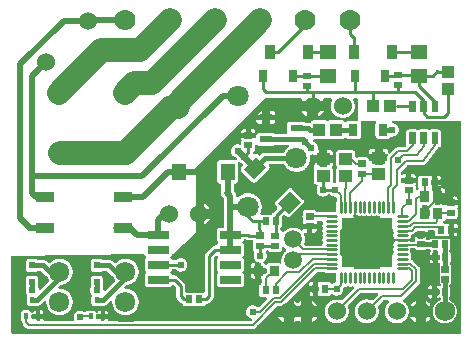
<source format=gtl>
G04 Layer: TopLayer*
G04 EasyEDA v6.3.22, 2020-02-03T21:01:26+03:00*
G04 c6d23c78c2874b16bdfd2071edabb350,ca54920fb7ea4c169f3d1b618bee327e,10*
G04 Gerber Generator version 0.2*
G04 Scale: 100 percent, Rotated: No, Reflected: No *
G04 Dimensions in inches *
G04 leading zeros omitted , absolute positions ,2 integer and 4 decimal *
%FSLAX24Y24*%
%MOIN*%
G90*
G70D02*

%ADD10C,0.010000*%
%ADD11C,0.020000*%
%ADD12C,0.006000*%
%ADD13C,0.015000*%
%ADD14C,0.080000*%
%ADD15C,0.008000*%
%ADD16C,0.016000*%
%ADD17C,0.008661*%
%ADD18C,0.024400*%
%ADD20R,0.025590X0.023620*%
%ADD21R,0.023620X0.025590*%
%ADD23R,0.050000X0.057900*%
%ADD26R,0.043307X0.039370*%
%ADD27C,0.059055*%
%ADD28R,0.043000X0.024000*%
%ADD29R,0.059055X0.032000*%
%ADD30R,0.020000X0.024000*%
%ADD31R,0.014173X0.020866*%
%ADD32R,0.057087X0.045670*%
%ADD33R,0.035800X0.048000*%
%ADD34R,0.031496X0.039370*%
%ADD35R,0.039370X0.043307*%
%ADD37C,0.060000*%
%ADD38C,0.067992*%
%ADD39C,0.070866*%
%ADD40C,0.070000*%
%ADD41C,0.067716*%
%ADD42C,0.071653*%

%LPD*%
G36*
G01X8180Y6305D02*
G01X8168Y6307D01*
G01X8163Y6306D01*
G01X8157Y6305D01*
G01X8152Y6303D01*
G01X8142Y6297D01*
G01X8138Y6293D01*
G01X8132Y6283D01*
G01X8130Y6278D01*
G01X8129Y6272D01*
G01X8128Y6267D01*
G01X8128Y6155D01*
G01X8127Y6146D01*
G01X8125Y6137D01*
G01X8122Y6128D01*
G01X8118Y6119D01*
G01X8108Y6103D01*
G01X8102Y6096D01*
G01X8096Y6090D01*
G01X8088Y6084D01*
G01X8081Y6078D01*
G01X8072Y6074D01*
G01X8067Y6071D01*
G01X8059Y6063D01*
G01X8055Y6058D01*
G01X8051Y6046D01*
G01X8050Y6040D01*
G01X8050Y6033D01*
G01X8049Y6028D01*
G01X8050Y6023D01*
G01X8051Y6017D01*
G01X8053Y6012D01*
G01X8059Y6002D01*
G01X8063Y5998D01*
G01X8073Y5992D01*
G01X8078Y5990D01*
G01X8084Y5989D01*
G01X8089Y5988D01*
G01X8096Y5989D01*
G01X8102Y5990D01*
G01X8108Y5993D01*
G01X8126Y6001D01*
G01X8146Y6005D01*
G01X8165Y6005D01*
G01X8185Y6001D01*
G01X8203Y5993D01*
G01X8211Y5988D01*
G01X8219Y5982D01*
G01X8227Y5975D01*
G01X8247Y5955D01*
G01X8252Y5951D01*
G01X8257Y5948D01*
G01X8263Y5945D01*
G01X8269Y5944D01*
G01X8276Y5943D01*
G01X8288Y5945D01*
G01X8294Y5948D01*
G01X8299Y5951D01*
G01X8304Y5955D01*
G01X8343Y5994D01*
G01X8353Y6002D01*
G01X8375Y6016D01*
G01X8387Y6022D01*
G01X8399Y6026D01*
G01X8411Y6031D01*
G01X8423Y6034D01*
G01X8449Y6038D01*
G01X9070Y6038D01*
G01X9082Y6042D01*
G01X9092Y6050D01*
G01X9100Y6060D01*
G01X9109Y6078D01*
G01X9119Y6095D01*
G01X9130Y6112D01*
G01X9141Y6128D01*
G01X9153Y6144D01*
G01X9167Y6159D01*
G01X9180Y6174D01*
G01X9194Y6188D01*
G01X9209Y6201D01*
G01X9225Y6214D01*
G01X9245Y6230D01*
G01X9249Y6235D01*
G01X9252Y6240D01*
G01X9255Y6246D01*
G01X9256Y6252D01*
G01X9257Y6259D01*
G01X9256Y6264D01*
G01X9255Y6270D01*
G01X9251Y6280D01*
G01X9247Y6285D01*
G01X9243Y6289D01*
G01X9239Y6292D01*
G01X9234Y6295D01*
G01X9228Y6297D01*
G01X9223Y6298D01*
G01X8797Y6298D01*
G01X8791Y6297D01*
G01X8785Y6294D01*
G01X8780Y6291D01*
G01X8775Y6287D01*
G01X8768Y6281D01*
G01X8760Y6275D01*
G01X8751Y6270D01*
G01X8743Y6266D01*
G01X8733Y6263D01*
G01X8724Y6260D01*
G01X8714Y6259D01*
G01X8265Y6259D01*
G01X8256Y6260D01*
G01X8246Y6263D01*
G01X8228Y6269D01*
G01X8220Y6274D01*
G01X8213Y6280D01*
G01X8205Y6286D01*
G01X8194Y6297D01*
G01X8190Y6300D01*
G01X8185Y6303D01*
G01X8180Y6305D01*
G37*

%LPD*%
G36*
G01X13853Y4292D02*
G01X13714Y4292D01*
G01X13709Y4291D01*
G01X13704Y4289D01*
G01X13694Y4283D01*
G01X13690Y4279D01*
G01X13686Y4274D01*
G01X13682Y4264D01*
G01X13681Y4258D01*
G01X13680Y4253D01*
G01X13680Y4138D01*
G01X13671Y4138D01*
G01X13659Y4136D01*
G01X13649Y4132D01*
G01X13644Y4128D01*
G01X13640Y4124D01*
G01X13634Y4114D01*
G01X13632Y4109D01*
G01X13631Y4103D01*
G01X13631Y4000D01*
G01X13630Y3987D01*
G01X13628Y3974D01*
G01X13625Y3962D01*
G01X13623Y3950D01*
G01X13624Y3944D01*
G01X13625Y3939D01*
G01X13627Y3934D01*
G01X13633Y3924D01*
G01X13637Y3920D01*
G01X13647Y3914D01*
G01X13652Y3912D01*
G01X13657Y3911D01*
G01X13663Y3910D01*
G01X13680Y3910D01*
G01X13680Y3871D01*
G01X13682Y3859D01*
G01X13686Y3849D01*
G01X13690Y3844D01*
G01X13694Y3840D01*
G01X13704Y3834D01*
G01X13709Y3832D01*
G01X13714Y3831D01*
G01X13720Y3830D01*
G01X13848Y3830D01*
G01X13853Y3831D01*
G01X13859Y3832D01*
G01X13864Y3834D01*
G01X13874Y3840D01*
G01X13878Y3844D01*
G01X13884Y3854D01*
G01X13886Y3859D01*
G01X13888Y3871D01*
G01X13888Y3910D01*
G01X13915Y3910D01*
G01X13927Y3912D01*
G01X13932Y3914D01*
G01X13942Y3920D01*
G01X13946Y3924D01*
G01X13952Y3934D01*
G01X13954Y3939D01*
G01X13955Y3944D01*
G01X13956Y3950D01*
G01X13956Y4098D01*
G01X13955Y4103D01*
G01X13954Y4109D01*
G01X13952Y4114D01*
G01X13946Y4124D01*
G01X13942Y4128D01*
G01X13937Y4132D01*
G01X13927Y4136D01*
G01X13915Y4138D01*
G01X13888Y4138D01*
G01X13888Y4253D01*
G01X13887Y4258D01*
G01X13886Y4264D01*
G01X13884Y4269D01*
G01X13878Y4279D01*
G01X13874Y4283D01*
G01X13864Y4289D01*
G01X13859Y4291D01*
G01X13853Y4292D01*
G37*

%LPD*%
G36*
G01X9074Y2905D02*
G01X9063Y2905D01*
G01X9057Y2904D01*
G01X9052Y2902D01*
G01X9042Y2896D01*
G01X9038Y2892D01*
G01X9032Y2882D01*
G01X9030Y2877D01*
G01X9028Y2865D01*
G01X9028Y2805D01*
G01X9027Y2796D01*
G01X9025Y2787D01*
G01X9022Y2778D01*
G01X9018Y2769D01*
G01X9008Y2753D01*
G01X9002Y2746D01*
G01X8996Y2740D01*
G01X8988Y2734D01*
G01X8981Y2728D01*
G01X8972Y2724D01*
G01X8964Y2720D01*
G01X8955Y2717D01*
G01X8946Y2715D01*
G01X8937Y2714D01*
G01X8927Y2713D01*
G01X8672Y2713D01*
G01X8662Y2714D01*
G01X8653Y2715D01*
G01X8644Y2717D01*
G01X8635Y2720D01*
G01X8626Y2724D01*
G01X8610Y2734D01*
G01X8603Y2740D01*
G01X8596Y2747D01*
G01X8590Y2754D01*
G01X8585Y2762D01*
G01X8582Y2767D01*
G01X8578Y2771D01*
G01X8573Y2775D01*
G01X8568Y2778D01*
G01X8563Y2780D01*
G01X8551Y2782D01*
G01X8548Y2782D01*
G01X8536Y2780D01*
G01X8531Y2778D01*
G01X8526Y2775D01*
G01X8521Y2771D01*
G01X8517Y2767D01*
G01X8514Y2762D01*
G01X8509Y2755D01*
G01X8500Y2743D01*
G01X8497Y2738D01*
G01X8494Y2732D01*
G01X8493Y2726D01*
G01X8493Y2715D01*
G01X8495Y2708D01*
G01X8497Y2702D01*
G01X8503Y2690D01*
G01X8508Y2678D01*
G01X8513Y2665D01*
G01X8516Y2653D01*
G01X8519Y2639D01*
G01X8521Y2626D01*
G01X8522Y2613D01*
G01X8522Y2586D01*
G01X8521Y2572D01*
G01X8519Y2559D01*
G01X8516Y2546D01*
G01X8508Y2520D01*
G01X8502Y2507D01*
G01X8497Y2495D01*
G01X8490Y2483D01*
G01X8474Y2461D01*
G01X8456Y2441D01*
G01X8436Y2423D01*
G01X8425Y2415D01*
G01X8419Y2411D01*
G01X8415Y2406D01*
G01X8412Y2401D01*
G01X8409Y2394D01*
G01X8407Y2382D01*
G01X8407Y2376D01*
G01X8409Y2369D01*
G01X8411Y2364D01*
G01X8419Y2354D01*
G01X8423Y2350D01*
G01X8429Y2346D01*
G01X8438Y2341D01*
G01X8446Y2335D01*
G01X8460Y2321D01*
G01X8466Y2313D01*
G01X8470Y2308D01*
G01X8475Y2303D01*
G01X8487Y2297D01*
G01X8493Y2296D01*
G01X8500Y2295D01*
G01X8512Y2297D01*
G01X8524Y2303D01*
G01X8529Y2308D01*
G01X8533Y2313D01*
G01X8538Y2320D01*
G01X8544Y2327D01*
G01X8551Y2333D01*
G01X8557Y2338D01*
G01X8565Y2344D01*
G01X8573Y2348D01*
G01X8581Y2351D01*
G01X8590Y2354D01*
G01X8599Y2356D01*
G01X8607Y2357D01*
G01X8923Y2357D01*
G01X8943Y2353D01*
G01X8952Y2349D01*
G01X8960Y2347D01*
G01X8968Y2346D01*
G01X8973Y2346D01*
G01X8985Y2350D01*
G01X8989Y2353D01*
G01X8994Y2356D01*
G01X8998Y2360D01*
G01X9002Y2365D01*
G01X9004Y2369D01*
G01X9006Y2375D01*
G01X9007Y2380D01*
G01X9008Y2386D01*
G01X9007Y2392D01*
G01X9005Y2411D01*
G01X9004Y2430D01*
G01X9003Y2450D01*
G01X9005Y2486D01*
G01X9007Y2505D01*
G01X9010Y2523D01*
G01X9018Y2559D01*
G01X9024Y2576D01*
G01X9030Y2594D01*
G01X9038Y2611D01*
G01X9045Y2627D01*
G01X9054Y2644D01*
G01X9064Y2659D01*
G01X9074Y2675D01*
G01X9085Y2690D01*
G01X9096Y2704D01*
G01X9108Y2718D01*
G01X9134Y2744D01*
G01X9148Y2756D01*
G01X9163Y2767D01*
G01X9168Y2771D01*
G01X9172Y2776D01*
G01X9175Y2782D01*
G01X9177Y2787D01*
G01X9178Y2793D01*
G01X9179Y2800D01*
G01X9177Y2812D01*
G01X9175Y2817D01*
G01X9172Y2823D01*
G01X9168Y2828D01*
G01X9163Y2832D01*
G01X9146Y2845D01*
G01X9129Y2860D01*
G01X9114Y2875D01*
G01X9099Y2892D01*
G01X9095Y2896D01*
G01X9085Y2902D01*
G01X9080Y2904D01*
G01X9074Y2905D01*
G37*

%LPD*%
G36*
G01X11461Y4022D02*
G01X11456Y4023D01*
G01X11444Y4021D01*
G01X11439Y4019D01*
G01X11433Y4016D01*
G01X11425Y4008D01*
G01X11421Y4003D01*
G01X11418Y3998D01*
G01X11414Y3990D01*
G01X11411Y3985D01*
G01X11409Y3973D01*
G01X11409Y3894D01*
G01X11410Y3887D01*
G01X11412Y3880D01*
G01X11412Y3488D01*
G01X10999Y3488D01*
G01X10994Y3487D01*
G01X10989Y3485D01*
G01X10984Y3482D01*
G01X10979Y3478D01*
G01X10975Y3475D01*
G01X10969Y3465D01*
G01X10967Y3459D01*
G01X10965Y3454D01*
G01X10965Y3430D01*
G01X10963Y3418D01*
G01X10960Y3405D01*
G01X10956Y3393D01*
G01X10952Y3382D01*
G01X10949Y3376D01*
G01X10948Y3370D01*
G01X10948Y3359D01*
G01X10949Y3353D01*
G01X10952Y3348D01*
G01X10960Y3324D01*
G01X10963Y3311D01*
G01X10965Y3299D01*
G01X10965Y3286D01*
G01X10964Y3273D01*
G01X10963Y3261D01*
G01X10960Y3248D01*
G01X10956Y3236D01*
G01X10951Y3224D01*
G01X10949Y3219D01*
G01X10947Y3207D01*
G01X10949Y3195D01*
G01X10951Y3190D01*
G01X10956Y3178D01*
G01X10960Y3166D01*
G01X10963Y3153D01*
G01X10964Y3141D01*
G01X10965Y3128D01*
G01X10965Y3115D01*
G01X10963Y3103D01*
G01X10960Y3090D01*
G01X10956Y3078D01*
G01X10952Y3067D01*
G01X10949Y3061D01*
G01X10948Y3055D01*
G01X10948Y3044D01*
G01X10949Y3038D01*
G01X10952Y3032D01*
G01X10956Y3021D01*
G01X10960Y3009D01*
G01X10963Y2996D01*
G01X10965Y2984D01*
G01X10965Y2971D01*
G01X10964Y2958D01*
G01X10963Y2946D01*
G01X10960Y2933D01*
G01X10956Y2921D01*
G01X10951Y2909D01*
G01X10949Y2904D01*
G01X10947Y2892D01*
G01X10949Y2880D01*
G01X10951Y2875D01*
G01X10956Y2863D01*
G01X10960Y2851D01*
G01X10963Y2838D01*
G01X10964Y2826D01*
G01X10965Y2813D01*
G01X10965Y2800D01*
G01X10963Y2788D01*
G01X10960Y2775D01*
G01X10952Y2751D01*
G01X10949Y2746D01*
G01X10948Y2740D01*
G01X10948Y2729D01*
G01X10949Y2723D01*
G01X10952Y2717D01*
G01X10956Y2706D01*
G01X10960Y2694D01*
G01X10963Y2681D01*
G01X10965Y2669D01*
G01X10965Y2646D01*
G01X10967Y2640D01*
G01X10969Y2635D01*
G01X10972Y2630D01*
G01X10975Y2626D01*
G01X10979Y2621D01*
G01X10989Y2615D01*
G01X10994Y2613D01*
G01X11000Y2612D01*
G01X11412Y2612D01*
G01X11412Y2200D01*
G01X11413Y2194D01*
G01X11415Y2188D01*
G01X11418Y2184D01*
G01X11422Y2179D01*
G01X11430Y2171D01*
G01X11440Y2167D01*
G01X11446Y2165D01*
G01X11469Y2165D01*
G01X11481Y2163D01*
G01X11494Y2160D01*
G01X11506Y2156D01*
G01X11518Y2151D01*
G01X11523Y2149D01*
G01X11529Y2148D01*
G01X11540Y2148D01*
G01X11546Y2149D01*
G01X11552Y2151D01*
G01X11563Y2156D01*
G01X11575Y2160D01*
G01X11588Y2163D01*
G01X11600Y2165D01*
G01X11626Y2165D01*
G01X11639Y2163D01*
G01X11651Y2160D01*
G01X11663Y2156D01*
G01X11675Y2151D01*
G01X11680Y2149D01*
G01X11692Y2147D01*
G01X11704Y2149D01*
G01X11709Y2151D01*
G01X11721Y2156D01*
G01X11733Y2160D01*
G01X11746Y2163D01*
G01X11758Y2165D01*
G01X11784Y2165D01*
G01X11796Y2163D01*
G01X11809Y2160D01*
G01X11821Y2156D01*
G01X11832Y2151D01*
G01X11838Y2149D01*
G01X11844Y2148D01*
G01X11855Y2148D01*
G01X11861Y2149D01*
G01X11867Y2151D01*
G01X11878Y2156D01*
G01X11890Y2160D01*
G01X11903Y2163D01*
G01X11915Y2165D01*
G01X11941Y2165D01*
G01X11953Y2163D01*
G01X11966Y2160D01*
G01X11978Y2156D01*
G01X11990Y2151D01*
G01X11995Y2149D01*
G01X12007Y2147D01*
G01X12019Y2149D01*
G01X12024Y2151D01*
G01X12036Y2156D01*
G01X12048Y2160D01*
G01X12060Y2163D01*
G01X12073Y2165D01*
G01X12099Y2165D01*
G01X12111Y2163D01*
G01X12124Y2160D01*
G01X12136Y2156D01*
G01X12147Y2151D01*
G01X12153Y2149D01*
G01X12159Y2148D01*
G01X12170Y2148D01*
G01X12176Y2149D01*
G01X12181Y2151D01*
G01X12193Y2156D01*
G01X12205Y2160D01*
G01X12218Y2163D01*
G01X12230Y2165D01*
G01X12254Y2165D01*
G01X12260Y2167D01*
G01X12270Y2171D01*
G01X12275Y2175D01*
G01X12278Y2179D01*
G01X12282Y2184D01*
G01X12285Y2188D01*
G01X12287Y2194D01*
G01X12288Y2199D01*
G01X12288Y2612D01*
G01X12700Y2612D01*
G01X12705Y2613D01*
G01X12710Y2615D01*
G01X12720Y2621D01*
G01X12724Y2626D01*
G01X12727Y2630D01*
G01X12730Y2635D01*
G01X12732Y2640D01*
G01X12734Y2646D01*
G01X12734Y2669D01*
G01X12736Y2681D01*
G01X12739Y2694D01*
G01X12743Y2706D01*
G01X12747Y2717D01*
G01X12750Y2723D01*
G01X12751Y2729D01*
G01X12751Y2740D01*
G01X12750Y2746D01*
G01X12747Y2751D01*
G01X12739Y2775D01*
G01X12736Y2788D01*
G01X12734Y2800D01*
G01X12734Y2813D01*
G01X12735Y2826D01*
G01X12736Y2838D01*
G01X12739Y2851D01*
G01X12743Y2863D01*
G01X12748Y2875D01*
G01X12750Y2880D01*
G01X12752Y2892D01*
G01X12750Y2904D01*
G01X12748Y2909D01*
G01X12743Y2921D01*
G01X12739Y2933D01*
G01X12736Y2946D01*
G01X12735Y2958D01*
G01X12734Y2971D01*
G01X12734Y2984D01*
G01X12736Y2996D01*
G01X12739Y3009D01*
G01X12743Y3021D01*
G01X12747Y3032D01*
G01X12753Y3044D01*
G01X12760Y3054D01*
G01X12768Y3064D01*
G01X12776Y3073D01*
G01X12785Y3081D01*
G01X12795Y3089D01*
G01X12803Y3094D01*
G01X12808Y3098D01*
G01X12816Y3106D01*
G01X12819Y3111D01*
G01X12821Y3117D01*
G01X12822Y3123D01*
G01X12822Y3134D01*
G01X12821Y3140D01*
G01X12819Y3146D01*
G01X12816Y3151D01*
G01X12808Y3159D01*
G01X12803Y3163D01*
G01X12796Y3167D01*
G01X12786Y3175D01*
G01X12768Y3193D01*
G01X12760Y3203D01*
G01X12754Y3213D01*
G01X12748Y3224D01*
G01X12743Y3236D01*
G01X12739Y3248D01*
G01X12736Y3261D01*
G01X12735Y3273D01*
G01X12734Y3286D01*
G01X12734Y3299D01*
G01X12736Y3311D01*
G01X12739Y3324D01*
G01X12747Y3348D01*
G01X12750Y3353D01*
G01X12751Y3359D01*
G01X12751Y3370D01*
G01X12750Y3376D01*
G01X12747Y3382D01*
G01X12743Y3393D01*
G01X12739Y3405D01*
G01X12736Y3418D01*
G01X12734Y3430D01*
G01X12734Y3454D01*
G01X12732Y3459D01*
G01X12730Y3465D01*
G01X12724Y3475D01*
G01X12720Y3478D01*
G01X12715Y3482D01*
G01X12710Y3485D01*
G01X12705Y3487D01*
G01X12700Y3488D01*
G01X12288Y3488D01*
G01X12288Y3900D01*
G01X12287Y3905D01*
G01X12285Y3911D01*
G01X12282Y3915D01*
G01X12278Y3920D01*
G01X12275Y3924D01*
G01X12270Y3928D01*
G01X12260Y3932D01*
G01X12254Y3934D01*
G01X12230Y3934D01*
G01X12218Y3936D01*
G01X12205Y3939D01*
G01X12193Y3943D01*
G01X12181Y3948D01*
G01X12176Y3950D01*
G01X12170Y3951D01*
G01X12159Y3951D01*
G01X12153Y3950D01*
G01X12147Y3948D01*
G01X12136Y3943D01*
G01X12124Y3939D01*
G01X12111Y3936D01*
G01X12099Y3934D01*
G01X12073Y3934D01*
G01X12060Y3936D01*
G01X12048Y3939D01*
G01X12036Y3943D01*
G01X12024Y3948D01*
G01X12019Y3950D01*
G01X12007Y3952D01*
G01X11995Y3950D01*
G01X11990Y3948D01*
G01X11978Y3943D01*
G01X11966Y3939D01*
G01X11953Y3936D01*
G01X11941Y3934D01*
G01X11915Y3934D01*
G01X11903Y3936D01*
G01X11890Y3939D01*
G01X11878Y3943D01*
G01X11867Y3948D01*
G01X11861Y3950D01*
G01X11855Y3951D01*
G01X11844Y3951D01*
G01X11838Y3950D01*
G01X11832Y3948D01*
G01X11821Y3943D01*
G01X11809Y3939D01*
G01X11796Y3936D01*
G01X11784Y3934D01*
G01X11758Y3934D01*
G01X11746Y3936D01*
G01X11733Y3939D01*
G01X11721Y3943D01*
G01X11709Y3948D01*
G01X11704Y3950D01*
G01X11692Y3952D01*
G01X11680Y3950D01*
G01X11675Y3948D01*
G01X11663Y3943D01*
G01X11651Y3939D01*
G01X11639Y3936D01*
G01X11626Y3934D01*
G01X11600Y3934D01*
G01X11588Y3936D01*
G01X11575Y3939D01*
G01X11563Y3943D01*
G01X11552Y3948D01*
G01X11540Y3953D01*
G01X11520Y3967D01*
G01X11511Y3976D01*
G01X11503Y3985D01*
G01X11495Y3995D01*
G01X11490Y4003D01*
G01X11486Y4008D01*
G01X11478Y4016D01*
G01X11472Y4019D01*
G01X11467Y4021D01*
G01X11461Y4022D01*
G37*

%LPD*%
G36*
G01X9662Y7850D02*
G01X8466Y7850D01*
G01X8454Y7848D01*
G01X8448Y7845D01*
G01X8443Y7842D01*
G01X8438Y7838D01*
G01X6157Y5557D01*
G01X6154Y5551D01*
G01X6150Y5539D01*
G01X6150Y3350D01*
G01X5400Y2675D01*
G01X5391Y2674D01*
G01X5385Y2674D01*
G01X5380Y2672D01*
G01X5374Y2670D01*
G01X5369Y2667D01*
G01X5364Y2663D01*
G01X5360Y2659D01*
G01X5357Y2653D01*
G01X5354Y2648D01*
G01X5353Y2642D01*
G01X5351Y2633D01*
G01X5347Y2625D01*
G01X5344Y2616D01*
G01X5339Y2608D01*
G01X5334Y2601D01*
G01X5322Y2587D01*
G01X5315Y2581D01*
G01X5310Y2577D01*
G01X5306Y2573D01*
G01X5303Y2567D01*
G01X5301Y2561D01*
G01X5300Y2555D01*
G01X5299Y2550D01*
G01X5301Y2538D01*
G01X5303Y2532D01*
G01X5306Y2526D01*
G01X5310Y2522D01*
G01X5315Y2518D01*
G01X5323Y2511D01*
G01X5331Y2503D01*
G01X5343Y2485D01*
G01X5347Y2476D01*
G01X5350Y2470D01*
G01X5353Y2465D01*
G01X5357Y2461D01*
G01X5362Y2457D01*
G01X5367Y2454D01*
G01X5372Y2452D01*
G01X5378Y2451D01*
G01X5475Y2451D01*
G01X5481Y2452D01*
G01X5486Y2455D01*
G01X5492Y2458D01*
G01X5496Y2461D01*
G01X5507Y2471D01*
G01X5518Y2480D01*
G01X5530Y2488D01*
G01X5542Y2495D01*
G01X5554Y2501D01*
G01X5567Y2507D01*
G01X5580Y2511D01*
G01X5594Y2515D01*
G01X5607Y2519D01*
G01X5622Y2521D01*
G01X5635Y2522D01*
G01X5650Y2523D01*
G01X5676Y2521D01*
G01X5690Y2519D01*
G01X5716Y2513D01*
G01X5728Y2508D01*
G01X5741Y2503D01*
G01X5753Y2497D01*
G01X5765Y2490D01*
G01X5776Y2483D01*
G01X5787Y2475D01*
G01X5797Y2467D01*
G01X5817Y2447D01*
G01X5825Y2437D01*
G01X5833Y2426D01*
G01X5840Y2415D01*
G01X5847Y2403D01*
G01X5853Y2391D01*
G01X5858Y2378D01*
G01X5863Y2366D01*
G01X5869Y2340D01*
G01X5871Y2326D01*
G01X5872Y2313D01*
G01X5872Y2286D01*
G01X5871Y2273D01*
G01X5869Y2259D01*
G01X5863Y2233D01*
G01X5858Y2221D01*
G01X5853Y2208D01*
G01X5847Y2196D01*
G01X5840Y2184D01*
G01X5833Y2173D01*
G01X5825Y2162D01*
G01X5817Y2152D01*
G01X5797Y2132D01*
G01X5787Y2124D01*
G01X5776Y2116D01*
G01X5765Y2109D01*
G01X5753Y2102D01*
G01X5741Y2096D01*
G01X5728Y2091D01*
G01X5716Y2086D01*
G01X5690Y2080D01*
G01X5676Y2078D01*
G01X5650Y2076D01*
G01X5635Y2077D01*
G01X5622Y2078D01*
G01X5607Y2080D01*
G01X5594Y2084D01*
G01X5580Y2088D01*
G01X5567Y2092D01*
G01X5554Y2098D01*
G01X5542Y2104D01*
G01X5530Y2111D01*
G01X5518Y2119D01*
G01X5507Y2128D01*
G01X5496Y2138D01*
G01X5492Y2141D01*
G01X5486Y2144D01*
G01X5481Y2147D01*
G01X5475Y2148D01*
G01X5378Y2148D01*
G01X5372Y2147D01*
G01X5367Y2145D01*
G01X5362Y2142D01*
G01X5357Y2138D01*
G01X5353Y2134D01*
G01X5350Y2129D01*
G01X5347Y2123D01*
G01X5343Y2114D01*
G01X5331Y2096D01*
G01X5323Y2088D01*
G01X5315Y2081D01*
G01X5310Y2077D01*
G01X5306Y2073D01*
G01X5303Y2067D01*
G01X5301Y2061D01*
G01X5300Y2055D01*
G01X5299Y2050D01*
G01X5301Y2038D01*
G01X5303Y2032D01*
G01X5306Y2026D01*
G01X5310Y2022D01*
G01X5315Y2018D01*
G01X5323Y2011D01*
G01X5331Y2003D01*
G01X5343Y1985D01*
G01X5347Y1976D01*
G01X5350Y1970D01*
G01X5353Y1965D01*
G01X5357Y1961D01*
G01X5362Y1957D01*
G01X5367Y1954D01*
G01X5372Y1952D01*
G01X5378Y1951D01*
G01X5450Y1951D01*
G01X5461Y1950D01*
G01X5473Y1949D01*
G01X5485Y1946D01*
G01X5496Y1943D01*
G01X5507Y1939D01*
G01X5518Y1934D01*
G01X5538Y1922D01*
G01X5556Y1906D01*
G01X5764Y1698D01*
G01X5772Y1688D01*
G01X5784Y1668D01*
G01X5789Y1657D01*
G01X5793Y1646D01*
G01X5796Y1635D01*
G01X5799Y1623D01*
G01X5800Y1611D01*
G01X5801Y1600D01*
G01X5801Y1413D01*
G01X5802Y1407D01*
G01X5804Y1402D01*
G01X5810Y1392D01*
G01X5814Y1388D01*
G01X5824Y1382D01*
G01X5829Y1380D01*
G01X5835Y1379D01*
G01X5840Y1378D01*
G01X6063Y1378D01*
G01X6074Y1376D01*
G01X6085Y1372D01*
G01X6093Y1370D01*
G01X6106Y1370D01*
G01X6114Y1372D01*
G01X6125Y1376D01*
G01X6136Y1378D01*
G01X6385Y1378D01*
G01X6402Y1377D01*
G01X6409Y1376D01*
G01X6414Y1377D01*
G01X6420Y1378D01*
G01X6425Y1380D01*
G01X6435Y1386D01*
G01X6439Y1390D01*
G01X6445Y1400D01*
G01X6447Y1405D01*
G01X6448Y1411D01*
G01X6448Y2600D01*
G01X6449Y2611D01*
G01X6450Y2623D01*
G01X6453Y2635D01*
G01X6456Y2646D01*
G01X6460Y2657D01*
G01X6465Y2668D01*
G01X6477Y2688D01*
G01X6485Y2698D01*
G01X6693Y2906D01*
G01X6711Y2922D01*
G01X6731Y2934D01*
G01X6742Y2939D01*
G01X6753Y2943D01*
G01X6764Y2946D01*
G01X6776Y2949D01*
G01X6800Y2951D01*
G01X6821Y2951D01*
G01X6827Y2952D01*
G01X6832Y2954D01*
G01X6837Y2957D01*
G01X6842Y2961D01*
G01X6846Y2965D01*
G01X6849Y2970D01*
G01X6852Y2976D01*
G01X6856Y2985D01*
G01X6868Y3003D01*
G01X6876Y3011D01*
G01X6884Y3018D01*
G01X6889Y3022D01*
G01X6893Y3026D01*
G01X6896Y3032D01*
G01X6898Y3038D01*
G01X6900Y3050D01*
G01X6899Y3055D01*
G01X6898Y3061D01*
G01X6896Y3067D01*
G01X6893Y3073D01*
G01X6889Y3077D01*
G01X6884Y3081D01*
G01X6877Y3087D01*
G01X6865Y3101D01*
G01X6855Y3117D01*
G01X6851Y3125D01*
G01X6848Y3134D01*
G01X6846Y3143D01*
G01X6844Y3161D01*
G01X6844Y3438D01*
G01X6846Y3456D01*
G01X6848Y3465D01*
G01X6851Y3474D01*
G01X6855Y3482D01*
G01X6860Y3491D01*
G01X6865Y3498D01*
G01X6877Y3512D01*
G01X6885Y3518D01*
G01X6892Y3523D01*
G01X6901Y3528D01*
G01X6909Y3532D01*
G01X6918Y3535D01*
G01X6927Y3537D01*
G01X6936Y3538D01*
G01X7059Y3538D01*
G01X7064Y3539D01*
G01X7070Y3540D01*
G01X7075Y3542D01*
G01X7085Y3548D01*
G01X7089Y3552D01*
G01X7095Y3562D01*
G01X7097Y3567D01*
G01X7098Y3573D01*
G01X7098Y4506D01*
G01X7097Y4512D01*
G01X7094Y4518D01*
G01X7091Y4523D01*
G01X7087Y4528D01*
G01X7057Y4557D01*
G01X7048Y4567D01*
G01X7040Y4577D01*
G01X7032Y4588D01*
G01X7026Y4599D01*
G01X7019Y4611D01*
G01X7009Y4635D01*
G01X7005Y4648D01*
G01X7002Y4660D01*
G01X7000Y4673D01*
G01X6999Y4686D01*
G01X6998Y4700D01*
G01X6999Y4714D01*
G01X7001Y4728D01*
G01X7003Y4743D01*
G01X7007Y4757D01*
G01X7008Y4763D01*
G01X7009Y4768D01*
G01X7009Y4969D01*
G01X7008Y4974D01*
G01X7007Y4980D01*
G01X7005Y4985D01*
G01X6999Y4995D01*
G01X6995Y4999D01*
G01X6985Y5005D01*
G01X6980Y5007D01*
G01X6968Y5009D01*
G01X6950Y5009D01*
G01X6941Y5010D01*
G01X6932Y5012D01*
G01X6923Y5015D01*
G01X6914Y5019D01*
G01X6906Y5024D01*
G01X6899Y5029D01*
G01X6892Y5035D01*
G01X6885Y5042D01*
G01X6879Y5049D01*
G01X6874Y5056D01*
G01X6869Y5065D01*
G01X6865Y5073D01*
G01X6862Y5082D01*
G01X6860Y5091D01*
G01X6859Y5100D01*
G01X6859Y5698D01*
G01X6860Y5707D01*
G01X6862Y5716D01*
G01X6865Y5725D01*
G01X6869Y5734D01*
G01X6874Y5742D01*
G01X6879Y5749D01*
G01X6885Y5757D01*
G01X6899Y5769D01*
G01X6906Y5774D01*
G01X6914Y5779D01*
G01X6923Y5783D01*
G01X6932Y5786D01*
G01X6941Y5788D01*
G01X6950Y5789D01*
G01X6960Y5790D01*
G01X7460Y5790D01*
G01X7474Y5788D01*
G01X7486Y5788D01*
G01X7492Y5790D01*
G01X7502Y5794D01*
G01X7514Y5806D01*
G01X7517Y5811D01*
G01X7518Y5817D01*
G01X7520Y5822D01*
G01X7520Y5834D01*
G01X7516Y5846D01*
G01X7513Y5851D01*
G01X7509Y5856D01*
G01X7482Y5883D01*
G01X7476Y5888D01*
G01X7468Y5892D01*
G01X7455Y5898D01*
G01X7443Y5904D01*
G01X7431Y5911D01*
G01X7419Y5919D01*
G01X7408Y5927D01*
G01X7397Y5936D01*
G01X7387Y5946D01*
G01X7369Y5968D01*
G01X7361Y5980D01*
G01X7354Y5992D01*
G01X7348Y6004D01*
G01X7342Y6017D01*
G01X7338Y6030D01*
G01X7334Y6044D01*
G01X7331Y6057D01*
G01X7328Y6071D01*
G01X7327Y6086D01*
G01X7327Y6113D01*
G01X7328Y6126D01*
G01X7330Y6140D01*
G01X7336Y6166D01*
G01X7341Y6178D01*
G01X7346Y6191D01*
G01X7352Y6203D01*
G01X7359Y6215D01*
G01X7366Y6226D01*
G01X7374Y6237D01*
G01X7382Y6247D01*
G01X7402Y6267D01*
G01X7412Y6275D01*
G01X7423Y6283D01*
G01X7434Y6290D01*
G01X7446Y6297D01*
G01X7458Y6303D01*
G01X7471Y6308D01*
G01X7483Y6313D01*
G01X7509Y6319D01*
G01X7523Y6321D01*
G01X7536Y6322D01*
G01X7550Y6323D01*
G01X7564Y6322D01*
G01X7577Y6321D01*
G01X7591Y6319D01*
G01X7605Y6315D01*
G01X7618Y6312D01*
G01X7624Y6310D01*
G01X7636Y6310D01*
G01X7642Y6311D01*
G01X7647Y6313D01*
G01X7657Y6319D01*
G01X7661Y6323D01*
G01X7667Y6333D01*
G01X7669Y6338D01*
G01X7671Y6350D01*
G01X7671Y6413D01*
G01X7673Y6424D01*
G01X7679Y6442D01*
G01X7679Y6457D01*
G01X7673Y6475D01*
G01X7671Y6486D01*
G01X7671Y6532D01*
G01X7811Y6532D01*
G01X7813Y6527D01*
G01X7816Y6521D01*
G01X7819Y6517D01*
G01X7823Y6512D01*
G01X7828Y6509D01*
G01X7833Y6505D01*
G01X7839Y6503D01*
G01X7844Y6502D01*
G01X7851Y6501D01*
G01X7948Y6501D01*
G01X7955Y6502D01*
G01X7960Y6503D01*
G01X7966Y6505D01*
G01X7971Y6509D01*
G01X7976Y6512D01*
G01X7980Y6517D01*
G01X7983Y6521D01*
G01X7986Y6527D01*
G01X7988Y6532D01*
G01X8134Y6532D01*
G01X8139Y6533D01*
G01X8145Y6534D01*
G01X8150Y6536D01*
G01X8160Y6542D01*
G01X8164Y6546D01*
G01X8170Y6556D01*
G01X8172Y6561D01*
G01X8173Y6567D01*
G01X8173Y6600D01*
G01X8174Y6609D01*
G01X8175Y6617D01*
G01X8177Y6626D01*
G01X8180Y6635D01*
G01X8184Y6643D01*
G01X8186Y6650D01*
G01X8187Y6657D01*
G01X8193Y6661D01*
G01X8205Y6673D01*
G01X8213Y6679D01*
G01X8220Y6685D01*
G01X8228Y6690D01*
G01X8246Y6696D01*
G01X8256Y6699D01*
G01X8265Y6700D01*
G01X8275Y6701D01*
G01X8705Y6701D01*
G01X8714Y6700D01*
G01X8724Y6699D01*
G01X8733Y6696D01*
G01X8743Y6693D01*
G01X8751Y6689D01*
G01X8760Y6684D01*
G01X8768Y6678D01*
G01X8775Y6672D01*
G01X8780Y6668D01*
G01X8785Y6665D01*
G01X8791Y6662D01*
G01X8797Y6661D01*
G01X9162Y6661D01*
G01X9168Y6662D01*
G01X9173Y6664D01*
G01X9183Y6670D01*
G01X9187Y6674D01*
G01X9193Y6684D01*
G01X9195Y6689D01*
G01X9197Y6701D01*
G01X9196Y6709D01*
G01X9194Y6719D01*
G01X9193Y6730D01*
G01X9193Y6969D01*
G01X9194Y6979D01*
G01X9195Y6988D01*
G01X9197Y6997D01*
G01X9200Y7006D01*
G01X9204Y7015D01*
G01X9209Y7023D01*
G01X9214Y7030D01*
G01X9220Y7038D01*
G01X9234Y7050D01*
G01X9241Y7055D01*
G01X9250Y7060D01*
G01X9258Y7064D01*
G01X9267Y7067D01*
G01X9276Y7069D01*
G01X9294Y7071D01*
G01X9725Y7071D01*
G01X9734Y7070D01*
G01X9744Y7069D01*
G01X9753Y7066D01*
G01X9763Y7063D01*
G01X9771Y7059D01*
G01X9780Y7054D01*
G01X9788Y7048D01*
G01X9795Y7042D01*
G01X9800Y7038D01*
G01X9805Y7035D01*
G01X9811Y7032D01*
G01X9823Y7030D01*
G01X9912Y7030D01*
G01X9925Y7029D01*
G01X9937Y7026D01*
G01X9951Y7026D01*
G01X9963Y7030D01*
G01X9968Y7033D01*
G01X9973Y7037D01*
G01X9977Y7041D01*
G01X9980Y7046D01*
G01X9982Y7052D01*
G01X9986Y7060D01*
G01X9991Y7069D01*
G01X9996Y7076D01*
G01X10002Y7084D01*
G01X10023Y7102D01*
G01X10032Y7106D01*
G01X10040Y7110D01*
G01X10049Y7113D01*
G01X10058Y7115D01*
G01X10068Y7117D01*
G01X10481Y7117D01*
G01X10491Y7115D01*
G01X10500Y7113D01*
G01X10510Y7109D01*
G01X10519Y7105D01*
G01X10527Y7100D01*
G01X10532Y7097D01*
G01X10538Y7095D01*
G01X10550Y7093D01*
G01X10556Y7094D01*
G01X10561Y7095D01*
G01X10567Y7097D01*
G01X10572Y7100D01*
G01X10581Y7105D01*
G01X10589Y7109D01*
G01X10599Y7113D01*
G01X10609Y7115D01*
G01X10618Y7117D01*
G01X11031Y7117D01*
G01X11049Y7113D01*
G01X11057Y7111D01*
G01X11066Y7107D01*
G01X11074Y7103D01*
G01X11081Y7098D01*
G01X11089Y7092D01*
G01X11095Y7086D01*
G01X11101Y7079D01*
G01X11106Y7071D01*
G01X11114Y7063D01*
G01X11118Y7060D01*
G01X11123Y7057D01*
G01X11129Y7055D01*
G01X11134Y7054D01*
G01X11140Y7053D01*
G01X11152Y7055D01*
G01X11159Y7058D01*
G01X11164Y7061D01*
G01X11175Y7072D01*
G01X11182Y7078D01*
G01X11190Y7083D01*
G01X11206Y7091D01*
G01X11215Y7094D01*
G01X11224Y7096D01*
G01X11233Y7097D01*
G01X11510Y7097D01*
G01X11515Y7098D01*
G01X11521Y7099D01*
G01X11526Y7101D01*
G01X11536Y7107D01*
G01X11540Y7111D01*
G01X11546Y7121D01*
G01X11548Y7126D01*
G01X11549Y7132D01*
G01X11550Y7137D01*
G01X11550Y7809D01*
G01X11548Y7821D01*
G01X11546Y7826D01*
G01X11540Y7836D01*
G01X11536Y7840D01*
G01X11526Y7846D01*
G01X11521Y7848D01*
G01X11515Y7849D01*
G01X11510Y7850D01*
G01X11437Y7850D01*
G01X11431Y7849D01*
G01X11426Y7848D01*
G01X11421Y7846D01*
G01X11411Y7840D01*
G01X11407Y7836D01*
G01X11401Y7826D01*
G01X11399Y7821D01*
G01X11397Y7809D01*
G01X11398Y7803D01*
G01X11400Y7796D01*
G01X11402Y7790D01*
G01X11418Y7758D01*
G01X11425Y7741D01*
G01X11431Y7724D01*
G01X11436Y7707D01*
G01X11444Y7671D01*
G01X11447Y7654D01*
G01X11449Y7636D01*
G01X11450Y7617D01*
G01X11451Y7600D01*
G01X11450Y7582D01*
G01X11449Y7563D01*
G01X11447Y7546D01*
G01X11444Y7528D01*
G01X11440Y7510D01*
G01X11436Y7493D01*
G01X11431Y7476D01*
G01X11425Y7459D01*
G01X11418Y7442D01*
G01X11411Y7426D01*
G01X11403Y7409D01*
G01X11394Y7394D01*
G01X11384Y7378D01*
G01X11374Y7364D01*
G01X11352Y7336D01*
G01X11339Y7322D01*
G01X11327Y7310D01*
G01X11313Y7298D01*
G01X11300Y7286D01*
G01X11285Y7275D01*
G01X11271Y7265D01*
G01X11255Y7255D01*
G01X11239Y7246D01*
G01X11223Y7238D01*
G01X11207Y7231D01*
G01X11190Y7224D01*
G01X11173Y7218D01*
G01X11156Y7213D01*
G01X11139Y7209D01*
G01X11121Y7205D01*
G01X11103Y7202D01*
G01X11085Y7200D01*
G01X11068Y7199D01*
G01X11050Y7198D01*
G01X11031Y7199D01*
G01X11014Y7200D01*
G01X10996Y7202D01*
G01X10978Y7205D01*
G01X10960Y7209D01*
G01X10943Y7213D01*
G01X10926Y7218D01*
G01X10909Y7224D01*
G01X10892Y7231D01*
G01X10876Y7238D01*
G01X10860Y7246D01*
G01X10844Y7255D01*
G01X10828Y7265D01*
G01X10814Y7275D01*
G01X10800Y7286D01*
G01X10772Y7310D01*
G01X10760Y7322D01*
G01X10747Y7336D01*
G01X10725Y7364D01*
G01X10715Y7378D01*
G01X10705Y7394D01*
G01X10696Y7409D01*
G01X10688Y7426D01*
G01X10681Y7442D01*
G01X10674Y7459D01*
G01X10668Y7476D01*
G01X10663Y7493D01*
G01X10659Y7510D01*
G01X10655Y7528D01*
G01X10652Y7546D01*
G01X10650Y7563D01*
G01X10649Y7582D01*
G01X10648Y7600D01*
G01X10649Y7617D01*
G01X10650Y7636D01*
G01X10652Y7654D01*
G01X10655Y7671D01*
G01X10663Y7707D01*
G01X10668Y7724D01*
G01X10674Y7741D01*
G01X10681Y7758D01*
G01X10700Y7796D01*
G01X10701Y7803D01*
G01X10702Y7809D01*
G01X10700Y7821D01*
G01X10698Y7826D01*
G01X10692Y7836D01*
G01X10688Y7840D01*
G01X10678Y7846D01*
G01X10673Y7848D01*
G01X10668Y7849D01*
G01X10662Y7850D01*
G01X10437Y7850D01*
G01X10431Y7849D01*
G01X10426Y7848D01*
G01X10421Y7846D01*
G01X10411Y7840D01*
G01X10407Y7836D01*
G01X10401Y7826D01*
G01X10399Y7821D01*
G01X10397Y7809D01*
G01X10398Y7803D01*
G01X10400Y7796D01*
G01X10402Y7790D01*
G01X10410Y7775D01*
G01X10225Y7775D01*
G01X10225Y7809D01*
G01X10223Y7821D01*
G01X10221Y7826D01*
G01X10215Y7836D01*
G01X10211Y7840D01*
G01X10201Y7846D01*
G01X10196Y7848D01*
G01X10190Y7849D01*
G01X10185Y7850D01*
G01X9914Y7850D01*
G01X9909Y7849D01*
G01X9903Y7848D01*
G01X9898Y7846D01*
G01X9888Y7840D01*
G01X9884Y7836D01*
G01X9878Y7826D01*
G01X9876Y7821D01*
G01X9875Y7815D01*
G01X9875Y7775D01*
G01X9689Y7775D01*
G01X9697Y7790D01*
G01X9700Y7796D01*
G01X9701Y7803D01*
G01X9702Y7809D01*
G01X9700Y7821D01*
G01X9698Y7826D01*
G01X9692Y7836D01*
G01X9688Y7840D01*
G01X9678Y7846D01*
G01X9673Y7848D01*
G01X9668Y7849D01*
G01X9662Y7850D01*
G37*

%LPC*%
G36*
G01X6610Y3825D02*
G01X6425Y3825D01*
G01X6425Y3639D01*
G01X6442Y3648D01*
G01X6458Y3657D01*
G01X6474Y3667D01*
G01X6490Y3678D01*
G01X6505Y3690D01*
G01X6533Y3716D01*
G01X6559Y3744D01*
G01X6571Y3759D01*
G01X6582Y3775D01*
G01X6602Y3807D01*
G01X6610Y3825D01*
G37*
G36*
G01X6442Y4351D02*
G01X6425Y4360D01*
G01X6425Y4175D01*
G01X6610Y4175D01*
G01X6602Y4192D01*
G01X6582Y4224D01*
G01X6571Y4240D01*
G01X6559Y4255D01*
G01X6533Y4283D01*
G01X6505Y4309D01*
G01X6490Y4321D01*
G01X6474Y4332D01*
G01X6458Y4342D01*
G01X6442Y4351D01*
G37*
G36*
G01X8027Y6836D02*
G01X7989Y6836D01*
G01X7989Y6701D01*
G01X8128Y6701D01*
G01X8128Y6744D01*
G01X8127Y6753D01*
G01X8125Y6762D01*
G01X8122Y6771D01*
G01X8118Y6780D01*
G01X8113Y6788D01*
G01X8108Y6795D01*
G01X8102Y6803D01*
G01X8096Y6809D01*
G01X8088Y6815D01*
G01X8081Y6820D01*
G01X8072Y6825D01*
G01X8064Y6829D01*
G01X8055Y6832D01*
G01X8046Y6834D01*
G01X8037Y6835D01*
G01X8027Y6836D01*
G37*
G36*
G01X7810Y6836D02*
G01X7772Y6836D01*
G01X7762Y6835D01*
G01X7753Y6834D01*
G01X7744Y6832D01*
G01X7735Y6829D01*
G01X7727Y6825D01*
G01X7718Y6820D01*
G01X7711Y6815D01*
G01X7703Y6809D01*
G01X7697Y6803D01*
G01X7691Y6795D01*
G01X7686Y6788D01*
G01X7681Y6780D01*
G01X7677Y6771D01*
G01X7674Y6762D01*
G01X7672Y6753D01*
G01X7671Y6744D01*
G01X7671Y6701D01*
G01X7810Y6701D01*
G01X7810Y6836D01*
G37*
G36*
G01X8357Y7134D02*
G01X8173Y7134D01*
G01X8173Y7100D01*
G01X8174Y7090D01*
G01X8175Y7081D01*
G01X8177Y7072D01*
G01X8180Y7063D01*
G01X8184Y7055D01*
G01X8189Y7046D01*
G01X8194Y7039D01*
G01X8206Y7025D01*
G01X8214Y7019D01*
G01X8221Y7014D01*
G01X8230Y7009D01*
G01X8238Y7005D01*
G01X8247Y7002D01*
G01X8256Y7000D01*
G01X8265Y6999D01*
G01X8275Y6998D01*
G01X8357Y6998D01*
G01X8357Y7134D01*
G37*
G36*
G01X8806Y7134D02*
G01X8622Y7134D01*
G01X8622Y6998D01*
G01X8705Y6998D01*
G01X8723Y7000D01*
G01X8732Y7002D01*
G01X8741Y7005D01*
G01X8750Y7009D01*
G01X8758Y7014D01*
G01X8765Y7019D01*
G01X8772Y7025D01*
G01X8779Y7032D01*
G01X8785Y7039D01*
G01X8790Y7046D01*
G01X8795Y7055D01*
G01X8799Y7063D01*
G01X8802Y7072D01*
G01X8804Y7081D01*
G01X8805Y7090D01*
G01X8806Y7100D01*
G01X8806Y7134D01*
G37*
G36*
G01X9875Y7425D02*
G01X9689Y7425D01*
G01X9697Y7407D01*
G01X9717Y7375D01*
G01X9728Y7359D01*
G01X9740Y7344D01*
G01X9766Y7316D01*
G01X9794Y7290D01*
G01X9809Y7278D01*
G01X9825Y7267D01*
G01X9841Y7257D01*
G01X9857Y7248D01*
G01X9875Y7239D01*
G01X9875Y7425D01*
G37*
G36*
G01X10410Y7425D02*
G01X10225Y7425D01*
G01X10225Y7239D01*
G01X10242Y7248D01*
G01X10258Y7257D01*
G01X10274Y7267D01*
G01X10290Y7278D01*
G01X10305Y7290D01*
G01X10333Y7316D01*
G01X10359Y7344D01*
G01X10371Y7359D01*
G01X10382Y7375D01*
G01X10402Y7407D01*
G01X10410Y7425D01*
G37*
G36*
G01X8357Y7440D02*
G01X8265Y7440D01*
G01X8256Y7439D01*
G01X8247Y7437D01*
G01X8238Y7434D01*
G01X8230Y7430D01*
G01X8221Y7425D01*
G01X8214Y7420D01*
G01X8206Y7414D01*
G01X8194Y7400D01*
G01X8189Y7393D01*
G01X8184Y7384D01*
G01X8180Y7376D01*
G01X8177Y7367D01*
G01X8175Y7358D01*
G01X8173Y7340D01*
G01X8173Y7305D01*
G01X8357Y7305D01*
G01X8357Y7440D01*
G37*
G36*
G01X8714Y7440D02*
G01X8622Y7440D01*
G01X8622Y7305D01*
G01X8806Y7305D01*
G01X8806Y7340D01*
G01X8804Y7358D01*
G01X8802Y7367D01*
G01X8799Y7376D01*
G01X8795Y7384D01*
G01X8790Y7393D01*
G01X8785Y7400D01*
G01X8779Y7407D01*
G01X8772Y7414D01*
G01X8765Y7420D01*
G01X8758Y7425D01*
G01X8750Y7430D01*
G01X8741Y7434D01*
G01X8732Y7437D01*
G01X8723Y7439D01*
G01X8714Y7440D01*
G37*

%LPD*%
G36*
G01X12116Y7100D02*
G01X11683Y7100D01*
G01X11677Y7099D01*
G01X11672Y7098D01*
G01X11667Y7096D01*
G01X11661Y7093D01*
G01X11657Y7090D01*
G01X11653Y7086D01*
G01X11649Y7081D01*
G01X11645Y7071D01*
G01X11643Y7065D01*
G01X11643Y7053D01*
G01X11645Y7047D01*
G01X11647Y7042D01*
G01X11651Y7033D01*
G01X11654Y7024D01*
G01X11656Y7015D01*
G01X11657Y7006D01*
G01X11658Y6996D01*
G01X11658Y6603D01*
G01X11657Y6593D01*
G01X11656Y6584D01*
G01X11654Y6575D01*
G01X11651Y6566D01*
G01X11647Y6557D01*
G01X11643Y6550D01*
G01X11638Y6542D01*
G01X11632Y6534D01*
G01X11618Y6522D01*
G01X11602Y6512D01*
G01X11593Y6509D01*
G01X11585Y6505D01*
G01X11576Y6503D01*
G01X11566Y6502D01*
G01X11557Y6501D01*
G01X11242Y6501D01*
G01X11242Y6502D01*
G01X11233Y6502D01*
G01X11224Y6503D01*
G01X11215Y6505D01*
G01X11206Y6508D01*
G01X11190Y6516D01*
G01X11182Y6521D01*
G01X11175Y6527D01*
G01X11169Y6533D01*
G01X11159Y6541D01*
G01X11152Y6543D01*
G01X11146Y6545D01*
G01X11140Y6546D01*
G01X11134Y6545D01*
G01X11129Y6544D01*
G01X11123Y6542D01*
G01X11118Y6539D01*
G01X11114Y6536D01*
G01X11106Y6528D01*
G01X11101Y6520D01*
G01X11095Y6513D01*
G01X11089Y6507D01*
G01X11081Y6501D01*
G01X11074Y6496D01*
G01X11066Y6492D01*
G01X11057Y6488D01*
G01X11049Y6486D01*
G01X11031Y6482D01*
G01X10618Y6482D01*
G01X10609Y6484D01*
G01X10599Y6486D01*
G01X10589Y6490D01*
G01X10581Y6494D01*
G01X10572Y6499D01*
G01X10567Y6502D01*
G01X10561Y6504D01*
G01X10556Y6505D01*
G01X10550Y6506D01*
G01X10538Y6504D01*
G01X10532Y6502D01*
G01X10527Y6499D01*
G01X10519Y6494D01*
G01X10510Y6490D01*
G01X10500Y6486D01*
G01X10491Y6484D01*
G01X10481Y6482D01*
G01X10096Y6482D01*
G01X10090Y6480D01*
G01X10080Y6476D01*
G01X10075Y6472D01*
G01X10071Y6468D01*
G01X10068Y6463D01*
G01X10065Y6459D01*
G01X10063Y6453D01*
G01X10062Y6448D01*
G01X10061Y6442D01*
G01X10063Y6430D01*
G01X10065Y6425D01*
G01X10068Y6420D01*
G01X10072Y6415D01*
G01X10076Y6411D01*
G01X10086Y6405D01*
G01X10110Y6393D01*
G01X10122Y6386D01*
G01X10134Y6378D01*
G01X10144Y6369D01*
G01X10155Y6360D01*
G01X10173Y6340D01*
G01X10181Y6328D01*
G01X10189Y6317D01*
G01X10196Y6305D01*
G01X10202Y6293D01*
G01X10212Y6267D01*
G01X10216Y6254D01*
G01X10219Y6240D01*
G01X10221Y6227D01*
G01X10222Y6213D01*
G01X10222Y6184D01*
G01X10220Y6168D01*
G01X10220Y6157D01*
G01X10222Y6151D01*
G01X10223Y6146D01*
G01X10226Y6141D01*
G01X10230Y6136D01*
G01X10234Y6132D01*
G01X10238Y6129D01*
G01X10243Y6126D01*
G01X10249Y6124D01*
G01X10254Y6123D01*
G01X10266Y6123D01*
G01X10266Y5948D01*
G01X10081Y5948D01*
G01X10079Y5954D01*
G01X10076Y5959D01*
G01X10073Y5965D01*
G01X10069Y5969D01*
G01X10064Y5973D01*
G01X10059Y5976D01*
G01X10047Y5980D01*
G01X10042Y5980D01*
G01X10035Y5979D01*
G01X10017Y5977D01*
G01X10000Y5976D01*
G01X9990Y5976D01*
G01X9985Y5975D01*
G01X9979Y5973D01*
G01X9974Y5970D01*
G01X9970Y5967D01*
G01X9966Y5963D01*
G01X9962Y5958D01*
G01X9960Y5953D01*
G01X9957Y5948D01*
G01X9956Y5942D01*
G01X9956Y5930D01*
G01X9960Y5906D01*
G01X9962Y5882D01*
G01X9962Y5838D01*
G01X9961Y5818D01*
G01X9959Y5799D01*
G01X9956Y5780D01*
G01X9948Y5742D01*
G01X9942Y5724D01*
G01X9936Y5705D01*
G01X9930Y5687D01*
G01X9922Y5669D01*
G01X9914Y5652D01*
G01X9905Y5635D01*
G01X9895Y5618D01*
G01X9873Y5586D01*
G01X9849Y5556D01*
G01X9836Y5542D01*
G01X9822Y5528D01*
G01X9808Y5515D01*
G01X9778Y5491D01*
G01X9746Y5469D01*
G01X9729Y5459D01*
G01X9712Y5451D01*
G01X9694Y5442D01*
G01X9677Y5434D01*
G01X9659Y5428D01*
G01X9640Y5422D01*
G01X9622Y5416D01*
G01X9584Y5408D01*
G01X9565Y5405D01*
G01X9546Y5403D01*
G01X9526Y5402D01*
G01X9487Y5402D01*
G01X9467Y5403D01*
G01X9447Y5405D01*
G01X9409Y5413D01*
G01X9389Y5417D01*
G01X9351Y5429D01*
G01X9333Y5436D01*
G01X9314Y5444D01*
G01X9297Y5453D01*
G01X9279Y5463D01*
G01X9262Y5473D01*
G01X9246Y5484D01*
G01X9214Y5508D01*
G01X9199Y5521D01*
G01X9185Y5535D01*
G01X9171Y5550D01*
G01X9157Y5566D01*
G01X9144Y5582D01*
G01X9131Y5600D01*
G01X9120Y5617D01*
G01X9109Y5635D01*
G01X9100Y5654D01*
G01X9092Y5664D01*
G01X9087Y5668D01*
G01X9082Y5671D01*
G01X9076Y5674D01*
G01X9070Y5676D01*
G01X8615Y5676D01*
G01X8610Y5674D01*
G01X8604Y5672D01*
G01X8599Y5670D01*
G01X8587Y5658D01*
G01X8585Y5653D01*
G01X8583Y5647D01*
G01X8581Y5642D01*
G01X8581Y5630D01*
G01X8583Y5623D01*
G01X8586Y5617D01*
G01X8589Y5612D01*
G01X8599Y5596D01*
G01X8603Y5587D01*
G01X8606Y5578D01*
G01X8610Y5560D01*
G01X8610Y5540D01*
G01X8608Y5531D01*
G01X8606Y5521D01*
G01X8598Y5503D01*
G01X8593Y5494D01*
G01X8587Y5486D01*
G01X8163Y5062D01*
G01X8155Y5057D01*
G01X8147Y5051D01*
G01X8138Y5047D01*
G01X8128Y5044D01*
G01X8119Y5041D01*
G01X8109Y5040D01*
G01X8089Y5040D01*
G01X8079Y5041D01*
G01X8070Y5044D01*
G01X8060Y5047D01*
G01X8051Y5051D01*
G01X8043Y5057D01*
G01X8035Y5062D01*
G01X8027Y5069D01*
G01X7674Y5423D01*
G01X7667Y5430D01*
G01X7661Y5438D01*
G01X7656Y5446D01*
G01X7652Y5455D01*
G01X7649Y5465D01*
G01X7646Y5474D01*
G01X7644Y5494D01*
G01X7646Y5514D01*
G01X7652Y5532D01*
G01X7656Y5542D01*
G01X7661Y5550D01*
G01X7667Y5558D01*
G01X7709Y5600D01*
G01X7713Y5605D01*
G01X7716Y5610D01*
G01X7720Y5622D01*
G01X7720Y5634D01*
G01X7716Y5646D01*
G01X7713Y5651D01*
G01X7709Y5656D01*
G01X7682Y5683D01*
G01X7676Y5688D01*
G01X7668Y5692D01*
G01X7652Y5699D01*
G01X7638Y5707D01*
G01X7618Y5719D01*
G01X7612Y5721D01*
G01X7606Y5722D01*
G01X7601Y5723D01*
G01X7589Y5721D01*
G01X7579Y5717D01*
G01X7574Y5713D01*
G01X7570Y5709D01*
G01X7567Y5705D01*
G01X7564Y5699D01*
G01X7562Y5694D01*
G01X7561Y5688D01*
G01X7560Y5683D01*
G01X7560Y5100D01*
G01X7559Y5091D01*
G01X7557Y5082D01*
G01X7554Y5073D01*
G01X7550Y5065D01*
G01X7545Y5056D01*
G01X7540Y5049D01*
G01X7534Y5042D01*
G01X7527Y5035D01*
G01X7520Y5029D01*
G01X7513Y5024D01*
G01X7505Y5019D01*
G01X7496Y5015D01*
G01X7487Y5012D01*
G01X7478Y5010D01*
G01X7469Y5009D01*
G01X7451Y5009D01*
G01X7439Y5007D01*
G01X7434Y5005D01*
G01X7424Y4999D01*
G01X7420Y4995D01*
G01X7414Y4985D01*
G01X7412Y4980D01*
G01X7411Y4974D01*
G01X7410Y4969D01*
G01X7410Y4789D01*
G01X7411Y4783D01*
G01X7415Y4771D01*
G01X7418Y4766D01*
G01X7422Y4761D01*
G01X7442Y4742D01*
G01X7451Y4732D01*
G01X7459Y4722D01*
G01X7467Y4711D01*
G01X7473Y4700D01*
G01X7480Y4688D01*
G01X7490Y4664D01*
G01X7494Y4651D01*
G01X7497Y4639D01*
G01X7499Y4626D01*
G01X7501Y4600D01*
G01X7501Y4585D01*
G01X7502Y4580D01*
G01X7504Y4574D01*
G01X7507Y4569D01*
G01X7510Y4565D01*
G01X7514Y4561D01*
G01X7519Y4557D01*
G01X7529Y4553D01*
G01X7535Y4551D01*
G01X7547Y4551D01*
G01X7559Y4555D01*
G01X7569Y4563D01*
G01X7583Y4577D01*
G01X7598Y4590D01*
G01X7614Y4603D01*
G01X7646Y4625D01*
G01X7663Y4636D01*
G01X7681Y4646D01*
G01X7735Y4670D01*
G01X7755Y4676D01*
G01X7774Y4682D01*
G01X7793Y4686D01*
G01X7813Y4690D01*
G01X7832Y4693D01*
G01X7852Y4696D01*
G01X7872Y4697D01*
G01X7911Y4697D01*
G01X7931Y4696D01*
G01X7950Y4694D01*
G01X7969Y4691D01*
G01X8007Y4683D01*
G01X8025Y4677D01*
G01X8044Y4671D01*
G01X8062Y4665D01*
G01X8080Y4657D01*
G01X8097Y4648D01*
G01X8114Y4640D01*
G01X8131Y4630D01*
G01X8163Y4608D01*
G01X8193Y4584D01*
G01X8207Y4571D01*
G01X8221Y4557D01*
G01X8234Y4543D01*
G01X8258Y4513D01*
G01X8280Y4481D01*
G01X8307Y4430D01*
G01X8321Y4394D01*
G01X8327Y4375D01*
G01X8333Y4357D01*
G01X8341Y4319D01*
G01X8344Y4300D01*
G01X8346Y4281D01*
G01X8347Y4261D01*
G01X8347Y4222D01*
G01X8346Y4203D01*
G01X8340Y4163D01*
G01X8337Y4144D01*
G01X8327Y4106D01*
G01X8320Y4087D01*
G01X8313Y4069D01*
G01X8297Y4033D01*
G01X8294Y4027D01*
G01X8292Y4015D01*
G01X8294Y4003D01*
G01X8298Y3993D01*
G01X8302Y3988D01*
G01X8306Y3984D01*
G01X8310Y3981D01*
G01X8315Y3978D01*
G01X8321Y3976D01*
G01X8327Y3975D01*
G01X8332Y3975D01*
G01X8341Y3976D01*
G01X8353Y3978D01*
G01X8612Y3978D01*
G01X8623Y3976D01*
G01X8634Y3973D01*
G01X8641Y3971D01*
G01X8648Y3970D01*
G01X8660Y3972D01*
G01X8666Y3975D01*
G01X8671Y3978D01*
G01X8676Y3982D01*
G01X8680Y3986D01*
G01X8683Y3992D01*
G01X8689Y4001D01*
G01X8695Y4011D01*
G01X8702Y4019D01*
G01X8710Y4028D01*
G01X8861Y4179D01*
G01X8865Y4184D01*
G01X8868Y4189D01*
G01X8870Y4194D01*
G01X8872Y4201D01*
G01X8872Y4213D01*
G01X8868Y4225D01*
G01X8865Y4230D01*
G01X8861Y4235D01*
G01X8812Y4284D01*
G01X8806Y4292D01*
G01X8801Y4301D01*
G01X8793Y4319D01*
G01X8789Y4339D01*
G01X8789Y4359D01*
G01X8791Y4368D01*
G01X8793Y4378D01*
G01X8801Y4396D01*
G01X8806Y4405D01*
G01X8812Y4413D01*
G01X9236Y4837D01*
G01X9244Y4842D01*
G01X9252Y4848D01*
G01X9261Y4852D01*
G01X9271Y4855D01*
G01X9280Y4858D01*
G01X9290Y4859D01*
G01X9310Y4859D01*
G01X9320Y4858D01*
G01X9329Y4855D01*
G01X9339Y4852D01*
G01X9348Y4848D01*
G01X9356Y4842D01*
G01X9364Y4837D01*
G01X9372Y4830D01*
G01X9725Y4476D01*
G01X9732Y4469D01*
G01X9738Y4461D01*
G01X9743Y4453D01*
G01X9747Y4444D01*
G01X9750Y4434D01*
G01X9753Y4425D01*
G01X9755Y4405D01*
G01X9753Y4385D01*
G01X9747Y4367D01*
G01X9743Y4357D01*
G01X9738Y4349D01*
G01X9732Y4341D01*
G01X9308Y3917D01*
G01X9300Y3911D01*
G01X9291Y3906D01*
G01X9273Y3898D01*
G01X9253Y3894D01*
G01X9234Y3894D01*
G01X9214Y3898D01*
G01X9196Y3906D01*
G01X9188Y3911D01*
G01X9180Y3917D01*
G01X9172Y3924D01*
G01X9131Y3965D01*
G01X9121Y3973D01*
G01X9115Y3975D01*
G01X9109Y3976D01*
G01X9102Y3977D01*
G01X9090Y3975D01*
G01X9084Y3973D01*
G01X9074Y3965D01*
G01X9044Y3935D01*
G01X9040Y3930D01*
G01X9037Y3925D01*
G01X9034Y3919D01*
G01X9032Y3907D01*
G01X9033Y3898D01*
G01X9035Y3888D01*
G01X9035Y3612D01*
G01X9034Y3603D01*
G01X9025Y3576D01*
G01X9015Y3560D01*
G01X9009Y3553D01*
G01X9002Y3546D01*
G01X8995Y3540D01*
G01X8987Y3535D01*
G01X8982Y3532D01*
G01X8978Y3528D01*
G01X8974Y3523D01*
G01X8971Y3518D01*
G01X8969Y3513D01*
G01X8968Y3507D01*
G01X8968Y3494D01*
G01X8969Y3488D01*
G01X8972Y3482D01*
G01X8980Y3472D01*
G01X8985Y3468D01*
G01X8993Y3462D01*
G01X9000Y3455D01*
G01X9006Y3448D01*
G01X9011Y3440D01*
G01X9017Y3432D01*
G01X9021Y3423D01*
G01X9024Y3414D01*
G01X9026Y3409D01*
G01X9029Y3404D01*
G01X9032Y3400D01*
G01X9036Y3396D01*
G01X9041Y3392D01*
G01X9056Y3386D01*
G01X9068Y3386D01*
G01X9074Y3388D01*
G01X9079Y3390D01*
G01X9089Y3396D01*
G01X9093Y3401D01*
G01X9105Y3415D01*
G01X9131Y3441D01*
G01X9159Y3465D01*
G01X9174Y3476D01*
G01X9189Y3486D01*
G01X9206Y3495D01*
G01X9222Y3504D01*
G01X9238Y3511D01*
G01X9255Y3519D01*
G01X9273Y3525D01*
G01X9290Y3530D01*
G01X9308Y3535D01*
G01X9326Y3539D01*
G01X9344Y3542D01*
G01X9363Y3544D01*
G01X9381Y3545D01*
G01X9400Y3546D01*
G01X9436Y3544D01*
G01X9455Y3542D01*
G01X9473Y3539D01*
G01X9491Y3535D01*
G01X9527Y3525D01*
G01X9544Y3519D01*
G01X9578Y3503D01*
G01X9594Y3495D01*
G01X9610Y3485D01*
G01X9625Y3475D01*
G01X9655Y3453D01*
G01X9660Y3449D01*
G01X9667Y3446D01*
G01X9673Y3444D01*
G01X9681Y3443D01*
G01X9686Y3444D01*
G01X9692Y3445D01*
G01X9697Y3447D01*
G01X9707Y3453D01*
G01X9711Y3457D01*
G01X9717Y3467D01*
G01X9719Y3472D01*
G01X9720Y3478D01*
G01X9721Y3483D01*
G01X9721Y3498D01*
G01X9860Y3498D01*
G01X9860Y3363D01*
G01X9822Y3363D01*
G01X9805Y3365D01*
G01X9793Y3365D01*
G01X9788Y3364D01*
G01X9782Y3362D01*
G01X9777Y3359D01*
G01X9772Y3355D01*
G01X9768Y3351D01*
G01X9765Y3347D01*
G01X9762Y3342D01*
G01X9760Y3337D01*
G01X9759Y3331D01*
G01X9759Y3325D01*
G01X9760Y3317D01*
G01X9762Y3309D01*
G01X9769Y3292D01*
G01X9781Y3258D01*
G01X9789Y3222D01*
G01X9792Y3204D01*
G01X9794Y3186D01*
G01X9796Y3150D01*
G01X9795Y3130D01*
G01X9794Y3112D01*
G01X9792Y3093D01*
G01X9789Y3074D01*
G01X9785Y3056D01*
G01X9780Y3037D01*
G01X9774Y3019D01*
G01X9767Y3001D01*
G01X9765Y2994D01*
G01X9764Y2987D01*
G01X9765Y2980D01*
G01X9766Y2974D01*
G01X9768Y2969D01*
G01X9772Y2963D01*
G01X9776Y2958D01*
G01X9778Y2956D01*
G01X9783Y2952D01*
G01X9789Y2948D01*
G01X9794Y2946D01*
G01X9801Y2944D01*
G01X10338Y2944D01*
G01X10350Y2948D01*
G01X10355Y2951D01*
G01X10359Y2955D01*
G01X10364Y2959D01*
G01X10367Y2964D01*
G01X10369Y2969D01*
G01X10371Y2975D01*
G01X10372Y2981D01*
G01X10373Y2994D01*
G01X10376Y3007D01*
G01X10380Y3020D01*
G01X10385Y3032D01*
G01X10388Y3038D01*
G01X10389Y3044D01*
G01X10389Y3055D01*
G01X10388Y3061D01*
G01X10385Y3067D01*
G01X10381Y3078D01*
G01X10377Y3090D01*
G01X10374Y3103D01*
G01X10372Y3115D01*
G01X10372Y3141D01*
G01X10374Y3153D01*
G01X10377Y3166D01*
G01X10385Y3190D01*
G01X10388Y3195D01*
G01X10389Y3201D01*
G01X10389Y3213D01*
G01X10388Y3219D01*
G01X10385Y3224D01*
G01X10377Y3248D01*
G01X10374Y3261D01*
G01X10372Y3273D01*
G01X10372Y3299D01*
G01X10374Y3311D01*
G01X10377Y3324D01*
G01X10385Y3348D01*
G01X10388Y3353D01*
G01X10389Y3359D01*
G01X10389Y3370D01*
G01X10388Y3376D01*
G01X10385Y3382D01*
G01X10381Y3393D01*
G01X10377Y3405D01*
G01X10374Y3418D01*
G01X10372Y3430D01*
G01X10372Y3456D01*
G01X10374Y3469D01*
G01X10377Y3481D01*
G01X10385Y3505D01*
G01X10388Y3510D01*
G01X10389Y3516D01*
G01X10389Y3528D01*
G01X10388Y3534D01*
G01X10385Y3539D01*
G01X10377Y3563D01*
G01X10374Y3576D01*
G01X10372Y3588D01*
G01X10372Y3614D01*
G01X10374Y3626D01*
G01X10377Y3639D01*
G01X10385Y3663D01*
G01X10388Y3668D01*
G01X10389Y3674D01*
G01X10389Y3685D01*
G01X10388Y3691D01*
G01X10385Y3696D01*
G01X10377Y3718D01*
G01X10373Y3740D01*
G01X10372Y3746D01*
G01X10370Y3751D01*
G01X10367Y3757D01*
G01X10364Y3761D01*
G01X10360Y3765D01*
G01X10355Y3769D01*
G01X10350Y3772D01*
G01X10344Y3774D01*
G01X10339Y3775D01*
G01X10333Y3776D01*
G01X10214Y3776D01*
G01X10208Y3775D01*
G01X10203Y3774D01*
G01X10197Y3772D01*
G01X10193Y3769D01*
G01X10188Y3766D01*
G01X10184Y3762D01*
G01X10178Y3752D01*
G01X10176Y3747D01*
G01X10175Y3741D01*
G01X10174Y3736D01*
G01X10175Y3726D01*
G01X10178Y3713D01*
G01X10178Y3667D01*
G01X10038Y3667D01*
G01X10036Y3672D01*
G01X10033Y3678D01*
G01X10030Y3682D01*
G01X10026Y3687D01*
G01X10021Y3690D01*
G01X10016Y3694D01*
G01X10010Y3696D01*
G01X10005Y3697D01*
G01X9998Y3698D01*
G01X9901Y3698D01*
G01X9894Y3697D01*
G01X9889Y3696D01*
G01X9883Y3694D01*
G01X9878Y3690D01*
G01X9873Y3687D01*
G01X9869Y3682D01*
G01X9866Y3678D01*
G01X9863Y3672D01*
G01X9861Y3667D01*
G01X9721Y3667D01*
G01X9721Y3713D01*
G01X9723Y3724D01*
G01X9729Y3742D01*
G01X9729Y3757D01*
G01X9723Y3775D01*
G01X9721Y3786D01*
G01X9721Y3852D01*
G01X9720Y3859D01*
G01X9718Y3866D01*
G01X9714Y3878D01*
G01X9711Y3891D01*
G01X9709Y3904D01*
G01X9709Y3929D01*
G01X9711Y3942D01*
G01X9714Y3955D01*
G01X9718Y3967D01*
G01X9720Y3974D01*
G01X9721Y3981D01*
G01X9721Y4044D01*
G01X9722Y4053D01*
G01X9724Y4062D01*
G01X9727Y4071D01*
G01X9731Y4080D01*
G01X9736Y4088D01*
G01X9741Y4095D01*
G01X9747Y4103D01*
G01X9753Y4109D01*
G01X9761Y4115D01*
G01X9768Y4120D01*
G01X9777Y4125D01*
G01X9785Y4129D01*
G01X9794Y4132D01*
G01X9803Y4134D01*
G01X9812Y4135D01*
G01X9822Y4136D01*
G01X10077Y4136D01*
G01X10087Y4135D01*
G01X10096Y4134D01*
G01X10105Y4132D01*
G01X10114Y4129D01*
G01X10122Y4125D01*
G01X10131Y4121D01*
G01X10138Y4115D01*
G01X10146Y4109D01*
G01X10152Y4103D01*
G01X10158Y4096D01*
G01X10168Y4080D01*
G01X10171Y4074D01*
G01X10175Y4069D01*
G01X10180Y4065D01*
G01X10185Y4062D01*
G01X10191Y4059D01*
G01X10197Y4058D01*
G01X10204Y4057D01*
G01X10484Y4057D01*
G01X10491Y4058D01*
G01X10503Y4060D01*
G01X10800Y4060D01*
G01X10805Y4061D01*
G01X10811Y4062D01*
G01X10816Y4064D01*
G01X10826Y4070D01*
G01X10830Y4074D01*
G01X10836Y4084D01*
G01X10838Y4089D01*
G01X10839Y4095D01*
G01X10840Y4100D01*
G01X10840Y4397D01*
G01X10842Y4410D01*
G01X10843Y4418D01*
G01X10843Y4542D01*
G01X10841Y4548D01*
G01X10837Y4558D01*
G01X10833Y4563D01*
G01X10829Y4567D01*
G01X10825Y4570D01*
G01X10820Y4573D01*
G01X10814Y4575D01*
G01X10809Y4576D01*
G01X10800Y4576D01*
G01X10785Y4577D01*
G01X10772Y4578D01*
G01X10757Y4580D01*
G01X10744Y4584D01*
G01X10730Y4588D01*
G01X10717Y4592D01*
G01X10704Y4598D01*
G01X10692Y4604D01*
G01X10680Y4611D01*
G01X10668Y4619D01*
G01X10657Y4628D01*
G01X10646Y4638D01*
G01X10642Y4641D01*
G01X10636Y4644D01*
G01X10631Y4647D01*
G01X10625Y4648D01*
G01X10574Y4648D01*
G01X10568Y4647D01*
G01X10563Y4644D01*
G01X10557Y4641D01*
G01X10553Y4638D01*
G01X10542Y4628D01*
G01X10531Y4619D01*
G01X10519Y4611D01*
G01X10507Y4604D01*
G01X10495Y4598D01*
G01X10482Y4592D01*
G01X10469Y4588D01*
G01X10455Y4584D01*
G01X10442Y4580D01*
G01X10427Y4578D01*
G01X10414Y4577D01*
G01X10400Y4576D01*
G01X10386Y4577D01*
G01X10373Y4578D01*
G01X10359Y4580D01*
G01X10333Y4586D01*
G01X10321Y4591D01*
G01X10308Y4596D01*
G01X10296Y4602D01*
G01X10284Y4609D01*
G01X10273Y4616D01*
G01X10262Y4624D01*
G01X10252Y4632D01*
G01X10232Y4652D01*
G01X10224Y4662D01*
G01X10216Y4673D01*
G01X10209Y4684D01*
G01X10202Y4696D01*
G01X10196Y4708D01*
G01X10191Y4721D01*
G01X10186Y4733D01*
G01X10180Y4759D01*
G01X10178Y4773D01*
G01X10177Y4786D01*
G01X10177Y4813D01*
G01X10178Y4827D01*
G01X10180Y4840D01*
G01X10183Y4853D01*
G01X10187Y4867D01*
G01X10191Y4879D01*
G01X10197Y4892D01*
G01X10202Y4904D01*
G01X10209Y4916D01*
G01X10213Y4922D01*
G01X10214Y4930D01*
G01X10215Y4937D01*
G01X10215Y4943D01*
G01X10213Y4949D01*
G01X10211Y4954D01*
G01X10208Y4959D01*
G01X10204Y4964D01*
G01X10200Y4968D01*
G01X10194Y4972D01*
G01X10189Y4974D01*
G01X10183Y4976D01*
G01X10177Y4977D01*
G01X10159Y4979D01*
G01X10151Y4982D01*
G01X10142Y4985D01*
G01X10134Y4989D01*
G01X10127Y4994D01*
G01X10119Y4999D01*
G01X10113Y5005D01*
G01X10106Y5011D01*
G01X10101Y5018D01*
G01X10096Y5026D01*
G01X10088Y5042D01*
G01X10085Y5051D01*
G01X10083Y5059D01*
G01X10082Y5069D01*
G01X10081Y5078D01*
G01X10081Y5471D01*
G01X10082Y5480D01*
G01X10086Y5500D01*
G01X10089Y5509D01*
G01X10094Y5519D01*
G01X10099Y5527D01*
G01X10102Y5532D01*
G01X10104Y5538D01*
G01X10106Y5550D01*
G01X10105Y5555D01*
G01X10104Y5561D01*
G01X10102Y5567D01*
G01X10099Y5572D01*
G01X10094Y5580D01*
G01X10089Y5590D01*
G01X10086Y5599D01*
G01X10082Y5619D01*
G01X10081Y5628D01*
G01X10081Y5702D01*
G01X10266Y5702D01*
G01X10266Y5611D01*
G01X10267Y5606D01*
G01X10268Y5600D01*
G01X10272Y5590D01*
G01X10276Y5585D01*
G01X10280Y5581D01*
G01X10284Y5578D01*
G01X10289Y5575D01*
G01X10295Y5573D01*
G01X10300Y5572D01*
G01X10306Y5571D01*
G01X10493Y5571D01*
G01X10499Y5572D01*
G01X10504Y5573D01*
G01X10510Y5575D01*
G01X10515Y5578D01*
G01X10519Y5581D01*
G01X10523Y5585D01*
G01X10527Y5590D01*
G01X10531Y5600D01*
G01X10532Y5606D01*
G01X10533Y5611D01*
G01X10533Y5702D01*
G01X10718Y5702D01*
G01X10718Y5628D01*
G01X10717Y5619D01*
G01X10713Y5599D01*
G01X10710Y5590D01*
G01X10705Y5580D01*
G01X10700Y5572D01*
G01X10697Y5567D01*
G01X10695Y5561D01*
G01X10694Y5555D01*
G01X10693Y5550D01*
G01X10695Y5538D01*
G01X10697Y5532D01*
G01X10700Y5527D01*
G01X10705Y5519D01*
G01X10710Y5509D01*
G01X10713Y5500D01*
G01X10717Y5480D01*
G01X10718Y5471D01*
G01X10718Y5078D01*
G01X10717Y5064D01*
G01X10716Y5059D01*
G01X10717Y5053D01*
G01X10718Y5048D01*
G01X10720Y5042D01*
G01X10723Y5037D01*
G01X10726Y5033D01*
G01X10730Y5029D01*
G01X10735Y5025D01*
G01X10745Y5021D01*
G01X10751Y5019D01*
G01X10763Y5019D01*
G01X10793Y5023D01*
G01X10800Y5023D01*
G01X10806Y5025D01*
G01X10811Y5027D01*
G01X10816Y5030D01*
G01X10821Y5034D01*
G01X10825Y5039D01*
G01X10828Y5044D01*
G01X10831Y5050D01*
G01X10832Y5056D01*
G01X10832Y5067D01*
G01X10831Y5078D01*
G01X10831Y5471D01*
G01X10832Y5480D01*
G01X10836Y5500D01*
G01X10839Y5509D01*
G01X10844Y5519D01*
G01X10849Y5527D01*
G01X10852Y5532D01*
G01X10854Y5538D01*
G01X10856Y5550D01*
G01X10855Y5555D01*
G01X10854Y5561D01*
G01X10852Y5567D01*
G01X10849Y5572D01*
G01X10844Y5580D01*
G01X10839Y5590D01*
G01X10836Y5599D01*
G01X10832Y5619D01*
G01X10831Y5628D01*
G01X10831Y6021D01*
G01X10832Y6031D01*
G01X10833Y6040D01*
G01X10835Y6049D01*
G01X10838Y6058D01*
G01X10842Y6067D01*
G01X10847Y6075D01*
G01X10852Y6082D01*
G01X10858Y6090D01*
G01X10864Y6096D01*
G01X10872Y6102D01*
G01X10879Y6107D01*
G01X10888Y6112D01*
G01X10896Y6116D01*
G01X10905Y6119D01*
G01X10914Y6121D01*
G01X10932Y6123D01*
G01X11367Y6123D01*
G01X11385Y6121D01*
G01X11394Y6119D01*
G01X11403Y6116D01*
G01X11411Y6112D01*
G01X11420Y6107D01*
G01X11427Y6102D01*
G01X11435Y6096D01*
G01X11441Y6090D01*
G01X11447Y6082D01*
G01X11452Y6075D01*
G01X11457Y6067D01*
G01X11461Y6058D01*
G01X11464Y6049D01*
G01X11466Y6040D01*
G01X11467Y6031D01*
G01X11468Y6021D01*
G01X11468Y5905D01*
G01X11469Y5899D01*
G01X11471Y5894D01*
G01X11474Y5888D01*
G01X11477Y5884D01*
G01X11481Y5880D01*
G01X11486Y5876D01*
G01X11496Y5872D01*
G01X11502Y5871D01*
G01X11507Y5870D01*
G01X11514Y5871D01*
G01X11520Y5872D01*
G01X11526Y5875D01*
G01X11534Y5878D01*
G01X11543Y5882D01*
G01X11552Y5884D01*
G01X11572Y5886D01*
G01X11827Y5886D01*
G01X11847Y5884D01*
G01X11856Y5882D01*
G01X11865Y5878D01*
G01X11873Y5875D01*
G01X11882Y5870D01*
G01X11889Y5864D01*
G01X11897Y5858D01*
G01X11903Y5851D01*
G01X11910Y5844D01*
G01X11915Y5835D01*
G01X11919Y5827D01*
G01X11923Y5818D01*
G01X11926Y5809D01*
G01X11927Y5799D01*
G01X11928Y5790D01*
G01X11929Y5784D01*
G01X11933Y5772D01*
G01X11937Y5767D01*
G01X11941Y5763D01*
G01X11946Y5759D01*
G01X11956Y5753D01*
G01X11962Y5752D01*
G01X12116Y5752D01*
G01X12116Y5661D01*
G01X12117Y5656D01*
G01X12118Y5650D01*
G01X12122Y5640D01*
G01X12126Y5635D01*
G01X12130Y5631D01*
G01X12134Y5628D01*
G01X12139Y5625D01*
G01X12145Y5623D01*
G01X12150Y5622D01*
G01X12156Y5621D01*
G01X12343Y5621D01*
G01X12349Y5622D01*
G01X12354Y5623D01*
G01X12360Y5625D01*
G01X12365Y5628D01*
G01X12369Y5631D01*
G01X12373Y5635D01*
G01X12377Y5640D01*
G01X12381Y5650D01*
G01X12382Y5656D01*
G01X12383Y5661D01*
G01X12383Y5752D01*
G01X12484Y5752D01*
G01X12490Y5753D01*
G01X12495Y5755D01*
G01X12505Y5761D01*
G01X12509Y5765D01*
G01X12515Y5775D01*
G01X12517Y5780D01*
G01X12518Y5786D01*
G01X12518Y5850D01*
G01X12519Y5861D01*
G01X12523Y5883D01*
G01X12526Y5894D01*
G01X12536Y5914D01*
G01X12542Y5924D01*
G01X12548Y5933D01*
G01X12552Y5938D01*
G01X12555Y5945D01*
G01X12557Y5951D01*
G01X12557Y5964D01*
G01X12556Y5969D01*
G01X12554Y5975D01*
G01X12551Y5980D01*
G01X12548Y5984D01*
G01X12544Y5988D01*
G01X12539Y5992D01*
G01X12534Y5995D01*
G01X12529Y5997D01*
G01X12523Y5998D01*
G01X12383Y5998D01*
G01X12383Y6173D01*
G01X12467Y6173D01*
G01X12485Y6171D01*
G01X12494Y6169D01*
G01X12503Y6166D01*
G01X12511Y6162D01*
G01X12520Y6157D01*
G01X12527Y6152D01*
G01X12535Y6146D01*
G01X12541Y6140D01*
G01X12547Y6132D01*
G01X12552Y6125D01*
G01X12557Y6117D01*
G01X12561Y6108D01*
G01X12564Y6099D01*
G01X12566Y6090D01*
G01X12567Y6081D01*
G01X12568Y6071D01*
G01X12568Y6044D01*
G01X12569Y6038D01*
G01X12571Y6033D01*
G01X12577Y6023D01*
G01X12581Y6019D01*
G01X12591Y6013D01*
G01X12596Y6011D01*
G01X12602Y6010D01*
G01X12607Y6009D01*
G01X12614Y6010D01*
G01X12620Y6011D01*
G01X12626Y6014D01*
G01X12631Y6017D01*
G01X12636Y6021D01*
G01X12814Y6199D01*
G01X12822Y6205D01*
G01X12831Y6211D01*
G01X12849Y6221D01*
G01X12869Y6227D01*
G01X12879Y6229D01*
G01X12889Y6230D01*
G01X13132Y6230D01*
G01X13139Y6231D01*
G01X13151Y6235D01*
G01X13161Y6243D01*
G01X13164Y6246D01*
G01X13168Y6251D01*
G01X13171Y6256D01*
G01X13173Y6262D01*
G01X13174Y6267D01*
G01X13175Y6273D01*
G01X13174Y6280D01*
G01X13172Y6287D01*
G01X13169Y6298D01*
G01X13167Y6309D01*
G01X13167Y6724D01*
G01X13168Y6734D01*
G01X13170Y6743D01*
G01X13173Y6751D01*
G01X13177Y6760D01*
G01X13187Y6776D01*
G01X13193Y6783D01*
G01X13200Y6790D01*
G01X13207Y6796D01*
G01X13214Y6801D01*
G01X13222Y6805D01*
G01X13231Y6809D01*
G01X13240Y6812D01*
G01X13258Y6816D01*
G01X13484Y6816D01*
G01X13493Y6815D01*
G01X13503Y6814D01*
G01X13513Y6812D01*
G01X13531Y6804D01*
G01X13540Y6799D01*
G01X13545Y6796D01*
G01X13551Y6794D01*
G01X13556Y6792D01*
G01X13568Y6792D01*
G01X13580Y6796D01*
G01X13585Y6799D01*
G01X13593Y6804D01*
G01X13602Y6808D01*
G01X13612Y6812D01*
G01X13622Y6814D01*
G01X13631Y6815D01*
G01X13642Y6816D01*
G01X13857Y6816D01*
G01X13868Y6815D01*
G01X13877Y6814D01*
G01X13887Y6812D01*
G01X13897Y6808D01*
G01X13906Y6804D01*
G01X13914Y6799D01*
G01X13919Y6796D01*
G01X13931Y6792D01*
G01X13943Y6792D01*
G01X13948Y6794D01*
G01X13954Y6796D01*
G01X13959Y6799D01*
G01X13968Y6804D01*
G01X13986Y6812D01*
G01X13996Y6814D01*
G01X14006Y6815D01*
G01X14015Y6816D01*
G01X14241Y6816D01*
G01X14259Y6812D01*
G01X14268Y6809D01*
G01X14277Y6805D01*
G01X14285Y6801D01*
G01X14292Y6796D01*
G01X14300Y6790D01*
G01X14312Y6776D01*
G01X14322Y6760D01*
G01X14326Y6751D01*
G01X14329Y6743D01*
G01X14331Y6734D01*
G01X14332Y6724D01*
G01X14332Y6312D01*
G01X14331Y6303D01*
G01X14329Y6293D01*
G01X14326Y6284D01*
G01X14322Y6276D01*
G01X14312Y6260D01*
G01X14300Y6246D01*
G01X14292Y6240D01*
G01X14285Y6235D01*
G01X14277Y6231D01*
G01X14268Y6227D01*
G01X14259Y6224D01*
G01X14250Y6222D01*
G01X14241Y6221D01*
G01X14234Y6219D01*
G01X14228Y6217D01*
G01X14222Y6214D01*
G01X14212Y6204D01*
G01X13822Y5672D01*
G01X13816Y5664D01*
G01X13809Y5657D01*
G01X13793Y5643D01*
G01X13785Y5638D01*
G01X13767Y5628D01*
G01X13747Y5622D01*
G01X13737Y5620D01*
G01X13727Y5619D01*
G01X13220Y5619D01*
G01X13208Y5617D01*
G01X13202Y5614D01*
G01X13197Y5611D01*
G01X13192Y5607D01*
G01X12992Y5407D01*
G01X12988Y5402D01*
G01X12985Y5397D01*
G01X12982Y5391D01*
G01X12981Y5385D01*
G01X12981Y5327D01*
G01X12982Y5322D01*
G01X12984Y5316D01*
G01X12987Y5311D01*
G01X12990Y5307D01*
G01X12994Y5303D01*
G01X12999Y5299D01*
G01X13004Y5296D01*
G01X13009Y5294D01*
G01X13015Y5293D01*
G01X13027Y5293D01*
G01X13039Y5297D01*
G01X13049Y5305D01*
G01X13056Y5312D01*
G01X13064Y5318D01*
G01X13082Y5328D01*
G01X13102Y5334D01*
G01X13111Y5335D01*
G01X13122Y5336D01*
G01X13160Y5336D01*
G01X13160Y5201D01*
G01X13021Y5201D01*
G01X13009Y5199D01*
G01X13004Y5197D01*
G01X12994Y5191D01*
G01X12990Y5187D01*
G01X12984Y5177D01*
G01X12982Y5172D01*
G01X12981Y5166D01*
G01X12981Y5067D01*
G01X12982Y5061D01*
G01X12984Y5056D01*
G01X12990Y5046D01*
G01X12994Y5042D01*
G01X13004Y5036D01*
G01X13009Y5034D01*
G01X13021Y5032D01*
G01X13161Y5032D01*
G01X13163Y5027D01*
G01X13166Y5021D01*
G01X13169Y5017D01*
G01X13173Y5012D01*
G01X13178Y5009D01*
G01X13183Y5005D01*
G01X13189Y5003D01*
G01X13194Y5002D01*
G01X13201Y5001D01*
G01X13298Y5001D01*
G01X13305Y5002D01*
G01X13310Y5003D01*
G01X13316Y5005D01*
G01X13321Y5009D01*
G01X13326Y5012D01*
G01X13330Y5017D01*
G01X13333Y5021D01*
G01X13336Y5027D01*
G01X13338Y5032D01*
G01X13478Y5032D01*
G01X13478Y4986D01*
G01X13476Y4975D01*
G01X13470Y4957D01*
G01X13470Y4942D01*
G01X13476Y4924D01*
G01X13478Y4913D01*
G01X13478Y4838D01*
G01X13479Y4832D01*
G01X13480Y4827D01*
G01X13482Y4821D01*
G01X13485Y4817D01*
G01X13488Y4812D01*
G01X13492Y4808D01*
G01X13502Y4802D01*
G01X13507Y4800D01*
G01X13513Y4798D01*
G01X13524Y4798D01*
G01X13530Y4800D01*
G01X13535Y4802D01*
G01X13545Y4808D01*
G01X13549Y4813D01*
G01X13556Y4820D01*
G01X13564Y4826D01*
G01X13568Y4830D01*
G01X13572Y4835D01*
G01X13575Y4840D01*
G01X13577Y4846D01*
G01X13579Y4858D01*
G01X13577Y4870D01*
G01X13574Y4876D01*
G01X13571Y4884D01*
G01X13568Y4894D01*
G01X13565Y4903D01*
G01X13564Y4912D01*
G01X13564Y5187D01*
G01X13565Y5196D01*
G01X13567Y5205D01*
G01X13570Y5214D01*
G01X13574Y5223D01*
G01X13579Y5231D01*
G01X13584Y5238D01*
G01X13590Y5246D01*
G01X13604Y5258D01*
G01X13611Y5263D01*
G01X13619Y5268D01*
G01X13628Y5272D01*
G01X13637Y5275D01*
G01X13646Y5277D01*
G01X13655Y5278D01*
G01X13913Y5278D01*
G01X13924Y5276D01*
G01X13935Y5272D01*
G01X13943Y5270D01*
G01X13956Y5270D01*
G01X13964Y5272D01*
G01X13975Y5276D01*
G01X13986Y5278D01*
G01X14032Y5278D01*
G01X14032Y5138D01*
G01X14027Y5136D01*
G01X14017Y5130D01*
G01X14012Y5126D01*
G01X14006Y5116D01*
G01X14003Y5110D01*
G01X14002Y5105D01*
G01X14002Y4994D01*
G01X14003Y4989D01*
G01X14006Y4983D01*
G01X14012Y4973D01*
G01X14017Y4969D01*
G01X14027Y4963D01*
G01X14032Y4961D01*
G01X14032Y4800D01*
G01X14033Y4792D01*
G01X14035Y4785D01*
G01X14040Y4771D01*
G01X14042Y4765D01*
G01X14044Y4760D01*
G01X14047Y4755D01*
G01X14052Y4751D01*
G01X14056Y4747D01*
G01X14061Y4744D01*
G01X14067Y4742D01*
G01X14073Y4741D01*
G01X14078Y4740D01*
G01X14111Y4740D01*
G01X14111Y4689D01*
G01X14082Y4689D01*
G01X14077Y4688D01*
G01X14071Y4687D01*
G01X14066Y4685D01*
G01X14056Y4679D01*
G01X14052Y4675D01*
G01X14046Y4665D01*
G01X14044Y4660D01*
G01X14043Y4655D01*
G01X14043Y4496D01*
G01X14044Y4490D01*
G01X14046Y4485D01*
G01X14052Y4475D01*
G01X14056Y4471D01*
G01X14061Y4467D01*
G01X14071Y4463D01*
G01X14077Y4462D01*
G01X14082Y4461D01*
G01X14111Y4461D01*
G01X14111Y4342D01*
G01X14112Y4337D01*
G01X14113Y4331D01*
G01X14115Y4326D01*
G01X14121Y4316D01*
G01X14125Y4312D01*
G01X14135Y4306D01*
G01X14140Y4304D01*
G01X14146Y4303D01*
G01X14285Y4303D01*
G01X14290Y4304D01*
G01X14295Y4306D01*
G01X14305Y4312D01*
G01X14309Y4316D01*
G01X14313Y4321D01*
G01X14317Y4331D01*
G01X14318Y4337D01*
G01X14319Y4342D01*
G01X14319Y4461D01*
G01X14514Y4461D01*
G01X14519Y4462D01*
G01X14525Y4463D01*
G01X14535Y4467D01*
G01X14540Y4471D01*
G01X14544Y4475D01*
G01X14550Y4485D01*
G01X14552Y4490D01*
G01X14553Y4496D01*
G01X14553Y4586D01*
G01X14560Y4586D01*
G01X14560Y4451D01*
G01X14381Y4451D01*
G01X14369Y4449D01*
G01X14364Y4447D01*
G01X14354Y4441D01*
G01X14350Y4437D01*
G01X14344Y4427D01*
G01X14342Y4422D01*
G01X14341Y4416D01*
G01X14340Y4411D01*
G01X14340Y4342D01*
G01X14342Y4330D01*
G01X14344Y4325D01*
G01X14347Y4319D01*
G01X14351Y4315D01*
G01X14361Y4307D01*
G01X14366Y4305D01*
G01X14372Y4303D01*
G01X14378Y4302D01*
G01X14388Y4301D01*
G01X14397Y4299D01*
G01X14415Y4293D01*
G01X14423Y4288D01*
G01X14430Y4285D01*
G01X14437Y4283D01*
G01X14444Y4282D01*
G01X14561Y4282D01*
G01X14563Y4277D01*
G01X14566Y4271D01*
G01X14569Y4267D01*
G01X14573Y4262D01*
G01X14578Y4259D01*
G01X14583Y4255D01*
G01X14589Y4253D01*
G01X14594Y4252D01*
G01X14601Y4251D01*
G01X14698Y4251D01*
G01X14705Y4252D01*
G01X14710Y4253D01*
G01X14716Y4255D01*
G01X14721Y4259D01*
G01X14726Y4262D01*
G01X14730Y4267D01*
G01X14733Y4271D01*
G01X14736Y4277D01*
G01X14738Y4282D01*
G01X14878Y4282D01*
G01X14878Y4236D01*
G01X14876Y4225D01*
G01X14870Y4207D01*
G01X14870Y4192D01*
G01X14876Y4174D01*
G01X14878Y4163D01*
G01X14878Y3905D01*
G01X14877Y3896D01*
G01X14875Y3887D01*
G01X14872Y3878D01*
G01X14868Y3869D01*
G01X14863Y3861D01*
G01X14858Y3854D01*
G01X14852Y3846D01*
G01X14846Y3840D01*
G01X14838Y3834D01*
G01X14831Y3829D01*
G01X14822Y3824D01*
G01X14814Y3820D01*
G01X14805Y3817D01*
G01X14796Y3815D01*
G01X14787Y3814D01*
G01X14777Y3813D01*
G01X14522Y3813D01*
G01X14511Y3814D01*
G01X14502Y3815D01*
G01X14494Y3816D01*
G01X14488Y3816D01*
G01X14482Y3815D01*
G01X14476Y3812D01*
G01X14471Y3809D01*
G01X14463Y3801D01*
G01X14459Y3796D01*
G01X14453Y3788D01*
G01X14447Y3779D01*
G01X14440Y3772D01*
G01X14432Y3765D01*
G01X14414Y3755D01*
G01X14404Y3749D01*
G01X14400Y3745D01*
G01X14394Y3735D01*
G01X14392Y3730D01*
G01X14391Y3724D01*
G01X14391Y3713D01*
G01X14392Y3707D01*
G01X14394Y3702D01*
G01X14397Y3697D01*
G01X14401Y3692D01*
G01X14405Y3688D01*
G01X14409Y3685D01*
G01X14414Y3682D01*
G01X14419Y3680D01*
G01X14431Y3678D01*
G01X14463Y3678D01*
G01X14474Y3676D01*
G01X14485Y3672D01*
G01X14493Y3670D01*
G01X14506Y3670D01*
G01X14514Y3672D01*
G01X14525Y3676D01*
G01X14536Y3678D01*
G01X14582Y3678D01*
G01X14582Y3538D01*
G01X14577Y3536D01*
G01X14567Y3530D01*
G01X14562Y3526D01*
G01X14556Y3516D01*
G01X14553Y3510D01*
G01X14552Y3505D01*
G01X14552Y3394D01*
G01X14553Y3389D01*
G01X14556Y3383D01*
G01X14562Y3373D01*
G01X14567Y3369D01*
G01X14577Y3363D01*
G01X14582Y3361D01*
G01X14582Y3250D01*
G01X14134Y3250D01*
G01X14133Y3256D01*
G01X14131Y3263D01*
G01X14124Y3277D01*
G01X14120Y3286D01*
G01X14117Y3294D01*
G01X14115Y3303D01*
G01X14114Y3312D01*
G01X14114Y3398D01*
G01X14112Y3410D01*
G01X14110Y3415D01*
G01X14104Y3425D01*
G01X14100Y3429D01*
G01X14090Y3435D01*
G01X14085Y3437D01*
G01X14079Y3438D01*
G01X13913Y3438D01*
G01X13906Y3437D01*
G01X13891Y3428D01*
G01X13887Y3423D01*
G01X13884Y3418D01*
G01X13881Y3412D01*
G01X13879Y3407D01*
G01X13878Y3401D01*
G01X13739Y3401D01*
G01X13738Y3407D01*
G01X13736Y3412D01*
G01X13734Y3418D01*
G01X13726Y3428D01*
G01X13716Y3434D01*
G01X13710Y3437D01*
G01X13705Y3438D01*
G01X13594Y3438D01*
G01X13589Y3437D01*
G01X13583Y3434D01*
G01X13573Y3428D01*
G01X13565Y3418D01*
G01X13563Y3412D01*
G01X13561Y3407D01*
G01X13560Y3401D01*
G01X13502Y3401D01*
G01X13496Y3400D01*
G01X13484Y3396D01*
G01X13479Y3393D01*
G01X13474Y3389D01*
G01X13436Y3351D01*
G01X13420Y3337D01*
G01X13411Y3331D01*
G01X13402Y3326D01*
G01X13382Y3318D01*
G01X13372Y3316D01*
G01X13361Y3314D01*
G01X13356Y3313D01*
G01X13344Y3307D01*
G01X13336Y3299D01*
G01X13332Y3294D01*
G01X13330Y3288D01*
G01X13328Y3283D01*
G01X13327Y3277D01*
G01X13326Y3266D01*
G01X13324Y3255D01*
G01X13321Y3244D01*
G01X13318Y3234D01*
G01X13314Y3224D01*
G01X13311Y3219D01*
G01X13310Y3213D01*
G01X13310Y3205D01*
G01X13304Y3202D01*
G01X13299Y3199D01*
G01X13294Y3195D01*
G01X13290Y3191D01*
G01X13287Y3186D01*
G01X13285Y3180D01*
G01X13283Y3175D01*
G01X13259Y3175D01*
G01X13247Y3173D01*
G01X13241Y3171D01*
G01X13222Y3161D01*
G01X13216Y3157D01*
G01X13211Y3153D01*
G01X13207Y3148D01*
G01X13204Y3143D01*
G01X13200Y3131D01*
G01X13200Y3116D01*
G01X13201Y3110D01*
G01X13203Y3105D01*
G01X13209Y3095D01*
G01X13213Y3091D01*
G01X13223Y3085D01*
G01X13228Y3083D01*
G01X13234Y3082D01*
G01X13239Y3081D01*
G01X13298Y3081D01*
G01X13303Y3078D01*
G01X13309Y3075D01*
G01X13314Y3072D01*
G01X13326Y3070D01*
G01X13421Y3070D01*
G01X13433Y3072D01*
G01X13438Y3074D01*
G01X13443Y3077D01*
G01X13448Y3081D01*
G01X13452Y3085D01*
G01X13456Y3090D01*
G01X13458Y3095D01*
G01X13460Y3101D01*
G01X13461Y3107D01*
G01X13462Y3115D01*
G01X13465Y3123D01*
G01X13468Y3130D01*
G01X13471Y3136D01*
G01X13473Y3143D01*
G01X13473Y3156D01*
G01X13471Y3163D01*
G01X13468Y3169D01*
G01X13465Y3176D01*
G01X13463Y3183D01*
G01X13461Y3191D01*
G01X13461Y3209D01*
G01X13459Y3221D01*
G01X13457Y3226D01*
G01X13454Y3231D01*
G01X13453Y3232D01*
G01X13561Y3232D01*
G01X13563Y3227D01*
G01X13564Y3226D01*
G01X13562Y3221D01*
G01X13560Y3209D01*
G01X13560Y3201D01*
G01X13561Y3196D01*
G01X13562Y3190D01*
G01X13564Y3185D01*
G01X13570Y3175D01*
G01X13574Y3171D01*
G01X13584Y3165D01*
G01X13589Y3163D01*
G01X13601Y3161D01*
G01X13698Y3161D01*
G01X13710Y3163D01*
G01X13715Y3165D01*
G01X13725Y3171D01*
G01X13729Y3175D01*
G01X13735Y3185D01*
G01X13737Y3190D01*
G01X13738Y3196D01*
G01X13739Y3201D01*
G01X13739Y3209D01*
G01X13737Y3221D01*
G01X13735Y3226D01*
G01X13736Y3227D01*
G01X13738Y3232D01*
G01X13846Y3232D01*
G01X13845Y3231D01*
G01X13842Y3226D01*
G01X13840Y3221D01*
G01X13838Y3209D01*
G01X13838Y3191D01*
G01X13836Y3183D01*
G01X13831Y3168D01*
G01X13831Y3155D01*
G01X13832Y3149D01*
G01X13835Y3144D01*
G01X13837Y3139D01*
G01X13841Y3134D01*
G01X13845Y3130D01*
G01X13849Y3127D01*
G01X13854Y3124D01*
G01X13860Y3122D01*
G01X13865Y3121D01*
G01X13871Y3120D01*
G01X13926Y3120D01*
G01X13931Y3121D01*
G01X13937Y3122D01*
G01X13943Y3124D01*
G01X13948Y3127D01*
G01X13952Y3130D01*
G01X13956Y3135D01*
G01X13960Y3139D01*
G01X13964Y3146D01*
G01X13975Y3157D01*
G01X13982Y3161D01*
G01X13989Y3164D01*
G01X13996Y3166D01*
G01X14004Y3168D01*
G01X14255Y3168D01*
G01X14263Y3166D01*
G01X14270Y3164D01*
G01X14277Y3161D01*
G01X14283Y3158D01*
G01X14290Y3156D01*
G01X14303Y3156D01*
G01X14310Y3158D01*
G01X14316Y3161D01*
G01X14323Y3164D01*
G01X14330Y3166D01*
G01X14338Y3168D01*
G01X14589Y3168D01*
G01X14596Y3167D01*
G01X14610Y3161D01*
G01X14622Y3153D01*
G01X14627Y3148D01*
G01X14635Y3136D01*
G01X14638Y3129D01*
G01X14642Y3115D01*
G01X14642Y2844D01*
G01X14640Y2836D01*
G01X14638Y2829D01*
G01X14635Y2822D01*
G01X14630Y2815D01*
G01X14625Y2809D01*
G01X14619Y2804D01*
G01X14615Y2800D01*
G01X14611Y2795D01*
G01X14608Y2790D01*
G01X14606Y2784D01*
G01X14605Y2779D01*
G01X14604Y2773D01*
G01X14604Y2759D01*
G01X14605Y2753D01*
G01X14606Y2746D01*
G01X14609Y2740D01*
G01X14612Y2735D01*
G01X14616Y2730D01*
G01X14626Y2722D01*
G01X14631Y2717D01*
G01X14639Y2705D01*
G01X14642Y2698D01*
G01X14644Y2692D01*
G01X14645Y2684D01*
G01X14646Y2678D01*
G01X14646Y2421D01*
G01X14644Y2407D01*
G01X14638Y2393D01*
G01X14635Y2387D01*
G01X14630Y2381D01*
G01X14626Y2376D01*
G01X14623Y2371D01*
G01X14621Y2366D01*
G01X14619Y2354D01*
G01X14621Y2342D01*
G01X14623Y2336D01*
G01X14631Y2326D01*
G01X14635Y2323D01*
G01X14641Y2317D01*
G01X14646Y2311D01*
G01X14650Y2305D01*
G01X14654Y2298D01*
G01X14658Y2282D01*
G01X14658Y2031D01*
G01X14656Y2023D01*
G01X14654Y2016D01*
G01X14651Y2009D01*
G01X14648Y2003D01*
G01X14646Y1996D01*
G01X14646Y1983D01*
G01X14648Y1976D01*
G01X14651Y1970D01*
G01X14654Y1963D01*
G01X14656Y1956D01*
G01X14658Y1948D01*
G01X14658Y1697D01*
G01X14656Y1690D01*
G01X14654Y1682D01*
G01X14651Y1676D01*
G01X14647Y1669D01*
G01X14643Y1663D01*
G01X14637Y1658D01*
G01X14625Y1650D01*
G01X14619Y1647D01*
G01X14614Y1643D01*
G01X14610Y1638D01*
G01X14607Y1633D01*
G01X14605Y1628D01*
G01X14603Y1622D01*
G01X14602Y1616D01*
G01X14602Y1596D01*
G01X14604Y1589D01*
G01X14607Y1583D01*
G01X14610Y1578D01*
G01X14615Y1573D01*
G01X14620Y1567D01*
G01X14625Y1562D01*
G01X14628Y1555D01*
G01X14631Y1549D01*
G01X14634Y1542D01*
G01X14635Y1535D01*
G01X14635Y1264D01*
G01X14634Y1256D01*
G01X14631Y1249D01*
G01X14623Y1235D01*
G01X14618Y1229D01*
G01X14613Y1224D01*
G01X14608Y1220D01*
G01X14604Y1215D01*
G01X14601Y1210D01*
G01X14599Y1205D01*
G01X14597Y1193D01*
G01X14597Y1148D01*
G01X14598Y1143D01*
G01X14599Y1137D01*
G01X14603Y1127D01*
G01X14607Y1122D01*
G01X14611Y1118D01*
G01X14615Y1115D01*
G01X14620Y1112D01*
G01X14636Y1104D01*
G01X14668Y1086D01*
G01X14683Y1076D01*
G01X14697Y1065D01*
G01X14725Y1041D01*
G01X14738Y1028D01*
G01X14750Y1015D01*
G01X14761Y1001D01*
G01X14773Y987D01*
G01X14793Y957D01*
G01X14802Y941D01*
G01X14810Y925D01*
G01X14818Y908D01*
G01X14836Y857D01*
G01X14840Y839D01*
G01X14844Y822D01*
G01X14847Y804D01*
G01X14849Y786D01*
G01X14850Y768D01*
G01X14850Y732D01*
G01X14849Y713D01*
G01X14847Y696D01*
G01X14844Y678D01*
G01X14840Y660D01*
G01X14836Y643D01*
G01X14831Y626D01*
G01X14825Y609D01*
G01X14818Y592D01*
G01X14811Y576D01*
G01X14802Y559D01*
G01X14784Y529D01*
G01X14774Y514D01*
G01X14763Y500D01*
G01X14751Y486D01*
G01X14727Y460D01*
G01X14699Y436D01*
G01X14685Y425D01*
G01X14655Y405D01*
G01X14639Y396D01*
G01X14623Y388D01*
G01X14607Y381D01*
G01X14590Y374D01*
G01X14573Y368D01*
G01X14556Y363D01*
G01X14539Y359D01*
G01X14521Y355D01*
G01X14503Y352D01*
G01X14485Y350D01*
G01X14468Y349D01*
G01X14431Y349D01*
G01X14413Y350D01*
G01X14394Y353D01*
G01X14376Y355D01*
G01X14358Y359D01*
G01X14322Y369D01*
G01X14305Y376D01*
G01X14288Y382D01*
G01X14272Y390D01*
G01X14255Y399D01*
G01X14239Y408D01*
G01X14224Y418D01*
G01X14194Y440D01*
G01X14180Y453D01*
G01X14167Y465D01*
G01X14154Y478D01*
G01X14142Y492D01*
G01X14120Y522D01*
G01X14110Y537D01*
G01X14100Y553D01*
G01X14092Y569D01*
G01X14084Y586D01*
G01X14070Y620D01*
G01X14064Y638D01*
G01X14060Y656D01*
G01X14056Y675D01*
G01X14053Y693D01*
G01X14049Y731D01*
G01X14049Y768D01*
G01X14053Y806D01*
G01X14056Y825D01*
G01X14064Y861D01*
G01X14070Y879D01*
G01X14084Y913D01*
G01X14092Y930D01*
G01X14101Y947D01*
G01X14110Y963D01*
G01X14121Y978D01*
G01X14131Y993D01*
G01X14143Y1008D01*
G01X14156Y1022D01*
G01X14168Y1035D01*
G01X14182Y1048D01*
G01X14196Y1060D01*
G01X14226Y1082D01*
G01X14242Y1092D01*
G01X14258Y1101D01*
G01X14275Y1110D01*
G01X14292Y1118D01*
G01X14297Y1121D01*
G01X14301Y1124D01*
G01X14306Y1128D01*
G01X14309Y1132D01*
G01X14312Y1138D01*
G01X14314Y1143D01*
G01X14316Y1155D01*
G01X14316Y1177D01*
G01X14315Y1183D01*
G01X14314Y1188D01*
G01X14312Y1194D01*
G01X14309Y1199D01*
G01X14306Y1203D01*
G01X14302Y1207D01*
G01X14297Y1211D01*
G01X14287Y1215D01*
G01X14281Y1217D01*
G01X14268Y1217D01*
G01X14255Y1213D01*
G01X14248Y1211D01*
G01X14206Y1211D01*
G01X14206Y1311D01*
G01X14243Y1311D01*
G01X14249Y1312D01*
G01X14254Y1314D01*
G01X14264Y1320D01*
G01X14268Y1324D01*
G01X14274Y1334D01*
G01X14276Y1339D01*
G01X14277Y1345D01*
G01X14277Y1454D01*
G01X14276Y1460D01*
G01X14274Y1465D01*
G01X14268Y1475D01*
G01X14264Y1479D01*
G01X14254Y1485D01*
G01X14249Y1487D01*
G01X14243Y1488D01*
G01X14206Y1488D01*
G01X14206Y1588D01*
G01X14249Y1588D01*
G01X14257Y1586D01*
G01X14265Y1583D01*
G01X14272Y1581D01*
G01X14281Y1580D01*
G01X14287Y1580D01*
G01X14293Y1582D01*
G01X14298Y1584D01*
G01X14304Y1587D01*
G01X14313Y1596D01*
G01X14316Y1601D01*
G01X14318Y1607D01*
G01X14320Y1612D01*
G01X14321Y1618D01*
G01X14321Y1624D01*
G01X14319Y1636D01*
G01X14317Y1642D01*
G01X14314Y1647D01*
G01X14310Y1652D01*
G01X14305Y1656D01*
G01X14290Y1671D01*
G01X14287Y1677D01*
G01X14284Y1684D01*
G01X14282Y1690D01*
G01X14281Y1698D01*
G01X14281Y1948D01*
G01X14283Y1956D01*
G01X14285Y1963D01*
G01X14288Y1970D01*
G01X14291Y1976D01*
G01X14293Y1983D01*
G01X14293Y1996D01*
G01X14291Y2003D01*
G01X14288Y2009D01*
G01X14285Y2016D01*
G01X14283Y2023D01*
G01X14281Y2031D01*
G01X14281Y2282D01*
G01X14282Y2289D01*
G01X14288Y2303D01*
G01X14290Y2308D01*
G01X14291Y2315D01*
G01X14292Y2321D01*
G01X14292Y2326D01*
G01X14290Y2332D01*
G01X14288Y2337D01*
G01X14282Y2347D01*
G01X14278Y2351D01*
G01X14273Y2355D01*
G01X14263Y2359D01*
G01X14257Y2360D01*
G01X14252Y2361D01*
G01X14217Y2361D01*
G01X14217Y2461D01*
G01X14253Y2461D01*
G01X14259Y2462D01*
G01X14264Y2464D01*
G01X14274Y2470D01*
G01X14278Y2474D01*
G01X14284Y2484D01*
G01X14286Y2489D01*
G01X14288Y2501D01*
G01X14288Y2598D01*
G01X14286Y2610D01*
G01X14284Y2615D01*
G01X14278Y2625D01*
G01X14274Y2629D01*
G01X14264Y2635D01*
G01X14259Y2637D01*
G01X14253Y2638D01*
G01X14217Y2638D01*
G01X14217Y2751D01*
G01X14216Y2756D01*
G01X14215Y2762D01*
G01X14213Y2767D01*
G01X14207Y2777D01*
G01X14203Y2781D01*
G01X14193Y2787D01*
G01X14188Y2789D01*
G01X14182Y2790D01*
G01X14177Y2791D01*
G01X14089Y2791D01*
G01X14077Y2789D01*
G01X14072Y2787D01*
G01X14062Y2781D01*
G01X14058Y2777D01*
G01X14052Y2767D01*
G01X14050Y2762D01*
G01X14049Y2756D01*
G01X14048Y2751D01*
G01X14048Y2638D01*
G01X13953Y2638D01*
G01X13953Y2677D01*
G01X13954Y2685D01*
G01X13956Y2693D01*
G01X13958Y2700D01*
G01X13961Y2707D01*
G01X13966Y2714D01*
G01X13971Y2720D01*
G01X13983Y2730D01*
G01X13988Y2733D01*
G01X13992Y2737D01*
G01X13996Y2742D01*
G01X13998Y2746D01*
G01X14002Y2758D01*
G01X14002Y2770D01*
G01X14000Y2776D01*
G01X13998Y2781D01*
G01X13995Y2786D01*
G01X13991Y2791D01*
G01X13987Y2795D01*
G01X13982Y2798D01*
G01X13975Y2803D01*
G01X13969Y2808D01*
G01X13964Y2813D01*
G01X13960Y2820D01*
G01X13948Y2832D01*
G01X13943Y2835D01*
G01X13937Y2837D01*
G01X13931Y2838D01*
G01X13926Y2839D01*
G01X13854Y2839D01*
G01X13848Y2838D01*
G01X13843Y2837D01*
G01X13837Y2835D01*
G01X13832Y2832D01*
G01X13828Y2829D01*
G01X13818Y2819D01*
G01X13813Y2815D01*
G01X13806Y2811D01*
G01X13800Y2808D01*
G01X13792Y2805D01*
G01X13785Y2804D01*
G01X13514Y2804D01*
G01X13507Y2805D01*
G01X13493Y2811D01*
G01X13481Y2819D01*
G01X13476Y2824D01*
G01X13468Y2836D01*
G01X13465Y2843D01*
G01X13459Y2853D01*
G01X13455Y2858D01*
G01X13450Y2861D01*
G01X13445Y2865D01*
G01X13439Y2867D01*
G01X13427Y2869D01*
G01X13326Y2869D01*
G01X13321Y2868D01*
G01X13315Y2867D01*
G01X13310Y2865D01*
G01X13300Y2859D01*
G01X13296Y2855D01*
G01X13290Y2845D01*
G01X13288Y2840D01*
G01X13287Y2834D01*
G01X13286Y2829D01*
G01X13286Y2824D01*
G01X13287Y2813D01*
G01X13287Y2803D01*
G01X13285Y2794D01*
G01X13283Y2784D01*
G01X13280Y2776D01*
G01X13278Y2768D01*
G01X13277Y2761D01*
G01X13279Y2749D01*
G01X13282Y2743D01*
G01X13285Y2738D01*
G01X13289Y2733D01*
G01X13293Y2729D01*
G01X13316Y2712D01*
G01X13322Y2694D01*
G01X13325Y2681D01*
G01X13327Y2669D01*
G01X13327Y2643D01*
G01X13325Y2630D01*
G01X13322Y2618D01*
G01X13314Y2594D01*
G01X13311Y2589D01*
G01X13310Y2583D01*
G01X13310Y2571D01*
G01X13311Y2565D01*
G01X13314Y2560D01*
G01X13318Y2549D01*
G01X13322Y2537D01*
G01X13325Y2525D01*
G01X13327Y2513D01*
G01X13327Y2501D01*
G01X13329Y2489D01*
G01X13332Y2484D01*
G01X13335Y2478D01*
G01X13343Y2470D01*
G01X13353Y2464D01*
G01X13364Y2460D01*
G01X13373Y2455D01*
G01X13383Y2448D01*
G01X13392Y2442D01*
G01X13592Y2242D01*
G01X13606Y2226D01*
G01X13611Y2218D01*
G01X13621Y2200D01*
G01X13627Y2180D01*
G01X13629Y2170D01*
G01X13631Y2150D01*
G01X13631Y1750D01*
G01X13630Y1739D01*
G01X13629Y1729D01*
G01X13627Y1719D01*
G01X13621Y1699D01*
G01X13611Y1681D01*
G01X13606Y1673D01*
G01X13592Y1657D01*
G01X13092Y1157D01*
G01X13077Y1144D01*
G01X13072Y1140D01*
G01X13068Y1135D01*
G01X13065Y1130D01*
G01X13061Y1118D01*
G01X13061Y1105D01*
G01X13065Y1093D01*
G01X13073Y1083D01*
G01X13078Y1079D01*
G01X13093Y1068D01*
G01X13107Y1057D01*
G01X13121Y1045D01*
G01X13134Y1032D01*
G01X13146Y1019D01*
G01X13158Y1005D01*
G01X13169Y991D01*
G01X13180Y976D01*
G01X13190Y961D01*
G01X13199Y946D01*
G01X13208Y930D01*
G01X13215Y913D01*
G01X13218Y908D01*
G01X13222Y903D01*
G01X13227Y898D01*
G01X13232Y895D01*
G01X13231Y888D01*
G01X13230Y882D01*
G01X13232Y870D01*
G01X13238Y851D01*
G01X13246Y811D01*
G01X13248Y790D01*
G01X13250Y770D01*
G01X13251Y750D01*
G01X13250Y729D01*
G01X13248Y709D01*
G01X13246Y688D01*
G01X13238Y648D01*
G01X13232Y629D01*
G01X13230Y617D01*
G01X13231Y611D01*
G01X13232Y604D01*
G01X13227Y601D01*
G01X13222Y596D01*
G01X13218Y591D01*
G01X13215Y586D01*
G01X13208Y569D01*
G01X13199Y553D01*
G01X13189Y537D01*
G01X13180Y521D01*
G01X13169Y507D01*
G01X13157Y492D01*
G01X13145Y478D01*
G01X13119Y452D01*
G01X13105Y440D01*
G01X13075Y418D01*
G01X13060Y408D01*
G01X13044Y399D01*
G01X13027Y390D01*
G01X13011Y382D01*
G01X12994Y375D01*
G01X12977Y369D01*
G01X12941Y359D01*
G01X12923Y355D01*
G01X12905Y352D01*
G01X12886Y350D01*
G01X12850Y348D01*
G01X12831Y349D01*
G01X12814Y350D01*
G01X12796Y352D01*
G01X12778Y355D01*
G01X12760Y359D01*
G01X12743Y363D01*
G01X12726Y368D01*
G01X12709Y374D01*
G01X12692Y381D01*
G01X12676Y388D01*
G01X12660Y396D01*
G01X12644Y405D01*
G01X12628Y415D01*
G01X12614Y425D01*
G01X12600Y436D01*
G01X12572Y460D01*
G01X12560Y472D01*
G01X12547Y486D01*
G01X12525Y514D01*
G01X12515Y528D01*
G01X12505Y544D01*
G01X12496Y559D01*
G01X12488Y576D01*
G01X12481Y592D01*
G01X12474Y609D01*
G01X12468Y626D01*
G01X12463Y643D01*
G01X12459Y660D01*
G01X12455Y678D01*
G01X12452Y696D01*
G01X12450Y713D01*
G01X12449Y732D01*
G01X12448Y750D01*
G01X12449Y768D01*
G01X12450Y787D01*
G01X12452Y805D01*
G01X12456Y824D01*
G01X12460Y842D01*
G01X12464Y861D01*
G01X12470Y878D01*
G01X12476Y896D01*
G01X12492Y930D01*
G01X12501Y947D01*
G01X12510Y963D01*
G01X12521Y979D01*
G01X12531Y994D01*
G01X12543Y1008D01*
G01X12556Y1023D01*
G01X12582Y1049D01*
G01X12587Y1053D01*
G01X12591Y1059D01*
G01X12593Y1065D01*
G01X12595Y1072D01*
G01X12596Y1078D01*
G01X12596Y1084D01*
G01X12594Y1090D01*
G01X12592Y1095D01*
G01X12586Y1105D01*
G01X12582Y1109D01*
G01X12572Y1115D01*
G01X12567Y1117D01*
G01X12561Y1118D01*
G01X12556Y1119D01*
G01X12420Y1119D01*
G01X12408Y1117D01*
G01X12402Y1114D01*
G01X12397Y1111D01*
G01X12392Y1107D01*
G01X12230Y944D01*
G01X12226Y940D01*
G01X12222Y934D01*
G01X12218Y922D01*
G01X12218Y908D01*
G01X12221Y901D01*
G01X12228Y883D01*
G01X12234Y864D01*
G01X12239Y846D01*
G01X12243Y827D01*
G01X12246Y807D01*
G01X12249Y788D01*
G01X12251Y750D01*
G01X12250Y732D01*
G01X12249Y713D01*
G01X12247Y696D01*
G01X12244Y678D01*
G01X12240Y660D01*
G01X12236Y643D01*
G01X12231Y626D01*
G01X12225Y609D01*
G01X12218Y592D01*
G01X12211Y576D01*
G01X12203Y559D01*
G01X12194Y544D01*
G01X12184Y528D01*
G01X12174Y514D01*
G01X12152Y486D01*
G01X12139Y472D01*
G01X12127Y460D01*
G01X12113Y448D01*
G01X12100Y436D01*
G01X12085Y425D01*
G01X12071Y415D01*
G01X12055Y405D01*
G01X12039Y396D01*
G01X12023Y388D01*
G01X12007Y381D01*
G01X11990Y374D01*
G01X11973Y368D01*
G01X11956Y363D01*
G01X11939Y359D01*
G01X11921Y355D01*
G01X11903Y352D01*
G01X11885Y350D01*
G01X11868Y349D01*
G01X11850Y348D01*
G01X11831Y349D01*
G01X11814Y350D01*
G01X11796Y352D01*
G01X11778Y355D01*
G01X11760Y359D01*
G01X11743Y363D01*
G01X11726Y368D01*
G01X11709Y374D01*
G01X11692Y381D01*
G01X11676Y388D01*
G01X11660Y396D01*
G01X11644Y405D01*
G01X11628Y415D01*
G01X11614Y425D01*
G01X11600Y436D01*
G01X11572Y460D01*
G01X11560Y472D01*
G01X11547Y486D01*
G01X11525Y514D01*
G01X11515Y528D01*
G01X11505Y544D01*
G01X11496Y559D01*
G01X11488Y576D01*
G01X11481Y592D01*
G01X11474Y609D01*
G01X11468Y626D01*
G01X11463Y643D01*
G01X11459Y660D01*
G01X11455Y678D01*
G01X11452Y696D01*
G01X11450Y713D01*
G01X11449Y732D01*
G01X11448Y750D01*
G01X11449Y767D01*
G01X11450Y786D01*
G01X11452Y803D01*
G01X11455Y821D01*
G01X11459Y839D01*
G01X11463Y856D01*
G01X11468Y873D01*
G01X11474Y890D01*
G01X11481Y907D01*
G01X11488Y923D01*
G01X11496Y940D01*
G01X11505Y955D01*
G01X11515Y971D01*
G01X11525Y985D01*
G01X11536Y1000D01*
G01X11547Y1013D01*
G01X11560Y1027D01*
G01X11572Y1039D01*
G01X11600Y1063D01*
G01X11614Y1074D01*
G01X11628Y1084D01*
G01X11644Y1094D01*
G01X11660Y1103D01*
G01X11676Y1111D01*
G01X11692Y1118D01*
G01X11709Y1125D01*
G01X11726Y1131D01*
G01X11743Y1136D01*
G01X11760Y1140D01*
G01X11778Y1144D01*
G01X11796Y1147D01*
G01X11814Y1149D01*
G01X11831Y1150D01*
G01X11850Y1151D01*
G01X11888Y1149D01*
G01X11907Y1146D01*
G01X11927Y1143D01*
G01X11946Y1139D01*
G01X11964Y1134D01*
G01X11983Y1128D01*
G01X12001Y1121D01*
G01X12008Y1119D01*
G01X12016Y1118D01*
G01X12022Y1118D01*
G01X12034Y1122D01*
G01X12044Y1130D01*
G01X12215Y1300D01*
G01X12219Y1305D01*
G01X12222Y1310D01*
G01X12225Y1316D01*
G01X12227Y1328D01*
G01X12225Y1340D01*
G01X12223Y1345D01*
G01X12217Y1355D01*
G01X12213Y1359D01*
G01X12203Y1365D01*
G01X12198Y1367D01*
G01X12192Y1368D01*
G01X12187Y1369D01*
G01X11670Y1369D01*
G01X11658Y1367D01*
G01X11652Y1364D01*
G01X11647Y1361D01*
G01X11642Y1357D01*
G01X11230Y944D01*
G01X11226Y940D01*
G01X11222Y934D01*
G01X11218Y922D01*
G01X11218Y908D01*
G01X11221Y901D01*
G01X11228Y883D01*
G01X11234Y864D01*
G01X11239Y846D01*
G01X11243Y827D01*
G01X11246Y807D01*
G01X11249Y788D01*
G01X11251Y750D01*
G01X11250Y732D01*
G01X11249Y713D01*
G01X11247Y696D01*
G01X11244Y678D01*
G01X11240Y660D01*
G01X11236Y643D01*
G01X11231Y626D01*
G01X11225Y609D01*
G01X11218Y592D01*
G01X11211Y576D01*
G01X11203Y559D01*
G01X11194Y544D01*
G01X11184Y528D01*
G01X11174Y514D01*
G01X11152Y486D01*
G01X11139Y472D01*
G01X11127Y460D01*
G01X11113Y448D01*
G01X11100Y436D01*
G01X11085Y425D01*
G01X11071Y415D01*
G01X11055Y405D01*
G01X11039Y396D01*
G01X11023Y388D01*
G01X11007Y381D01*
G01X10990Y374D01*
G01X10973Y368D01*
G01X10956Y363D01*
G01X10939Y359D01*
G01X10921Y355D01*
G01X10903Y352D01*
G01X10885Y350D01*
G01X10868Y349D01*
G01X10850Y348D01*
G01X10831Y349D01*
G01X10814Y350D01*
G01X10796Y352D01*
G01X10778Y355D01*
G01X10760Y359D01*
G01X10743Y363D01*
G01X10726Y368D01*
G01X10709Y374D01*
G01X10692Y381D01*
G01X10676Y388D01*
G01X10660Y396D01*
G01X10644Y405D01*
G01X10628Y415D01*
G01X10614Y425D01*
G01X10600Y436D01*
G01X10572Y460D01*
G01X10560Y472D01*
G01X10547Y486D01*
G01X10525Y514D01*
G01X10515Y528D01*
G01X10505Y544D01*
G01X10496Y559D01*
G01X10488Y576D01*
G01X10481Y592D01*
G01X10474Y609D01*
G01X10468Y626D01*
G01X10463Y643D01*
G01X10459Y660D01*
G01X10455Y678D01*
G01X10452Y696D01*
G01X10450Y713D01*
G01X10449Y732D01*
G01X10448Y750D01*
G01X10449Y767D01*
G01X10450Y786D01*
G01X10452Y803D01*
G01X10455Y821D01*
G01X10459Y839D01*
G01X10463Y856D01*
G01X10468Y873D01*
G01X10474Y890D01*
G01X10481Y907D01*
G01X10488Y923D01*
G01X10496Y940D01*
G01X10505Y955D01*
G01X10515Y971D01*
G01X10525Y985D01*
G01X10536Y1000D01*
G01X10547Y1013D01*
G01X10560Y1027D01*
G01X10572Y1039D01*
G01X10600Y1063D01*
G01X10614Y1074D01*
G01X10628Y1084D01*
G01X10644Y1094D01*
G01X10660Y1103D01*
G01X10676Y1111D01*
G01X10692Y1118D01*
G01X10709Y1125D01*
G01X10726Y1131D01*
G01X10743Y1136D01*
G01X10760Y1140D01*
G01X10778Y1144D01*
G01X10796Y1147D01*
G01X10814Y1149D01*
G01X10831Y1150D01*
G01X10850Y1151D01*
G01X10888Y1149D01*
G01X10907Y1146D01*
G01X10927Y1143D01*
G01X10946Y1139D01*
G01X10964Y1134D01*
G01X10983Y1128D01*
G01X11001Y1121D01*
G01X11008Y1119D01*
G01X11016Y1118D01*
G01X11022Y1118D01*
G01X11034Y1122D01*
G01X11044Y1130D01*
G01X11431Y1517D01*
G01X11435Y1523D01*
G01X11437Y1528D01*
G01X11438Y1534D01*
G01X11439Y1541D01*
G01X11437Y1553D01*
G01X11435Y1559D01*
G01X11427Y1569D01*
G01X11422Y1573D01*
G01X11417Y1576D01*
G01X11411Y1579D01*
G01X11394Y1586D01*
G01X11389Y1588D01*
G01X11377Y1590D01*
G01X11365Y1588D01*
G01X11360Y1586D01*
G01X11348Y1581D01*
G01X11336Y1577D01*
G01X11323Y1574D01*
G01X11311Y1572D01*
G01X11285Y1572D01*
G01X11273Y1574D01*
G01X11260Y1577D01*
G01X11248Y1580D01*
G01X11236Y1585D01*
G01X11231Y1588D01*
G01X11225Y1589D01*
G01X11214Y1589D01*
G01X11208Y1588D01*
G01X11202Y1585D01*
G01X11191Y1580D01*
G01X11179Y1577D01*
G01X11166Y1574D01*
G01X11154Y1572D01*
G01X11133Y1572D01*
G01X11121Y1570D01*
G01X11109Y1564D01*
G01X11105Y1559D01*
G01X11100Y1554D01*
G01X11093Y1544D01*
G01X11084Y1535D01*
G01X11080Y1530D01*
G01X11077Y1525D01*
G01X11074Y1519D01*
G01X11072Y1507D01*
G01X11072Y1486D01*
G01X11071Y1473D01*
G01X11069Y1459D01*
G01X11063Y1433D01*
G01X11058Y1421D01*
G01X11053Y1408D01*
G01X11047Y1396D01*
G01X11040Y1384D01*
G01X11033Y1373D01*
G01X11025Y1362D01*
G01X11017Y1352D01*
G01X10997Y1332D01*
G01X10987Y1324D01*
G01X10976Y1316D01*
G01X10965Y1309D01*
G01X10953Y1302D01*
G01X10941Y1296D01*
G01X10928Y1291D01*
G01X10916Y1286D01*
G01X10890Y1280D01*
G01X10876Y1278D01*
G01X10850Y1276D01*
G01X10822Y1278D01*
G01X10808Y1280D01*
G01X10795Y1283D01*
G01X10781Y1287D01*
G01X10768Y1292D01*
G01X10756Y1297D01*
G01X10743Y1303D01*
G01X10731Y1311D01*
G01X10720Y1318D01*
G01X10714Y1321D01*
G01X10709Y1324D01*
G01X10702Y1325D01*
G01X10696Y1326D01*
G01X10684Y1324D01*
G01X10679Y1321D01*
G01X10673Y1319D01*
G01X10669Y1315D01*
G01X10665Y1310D01*
G01X10659Y1303D01*
G01X10652Y1296D01*
G01X10645Y1290D01*
G01X10637Y1285D01*
G01X10621Y1277D01*
G01X10612Y1274D01*
G01X10603Y1272D01*
G01X10594Y1271D01*
G01X10336Y1271D01*
G01X10325Y1273D01*
G01X10314Y1277D01*
G01X10306Y1279D01*
G01X10293Y1279D01*
G01X10285Y1277D01*
G01X10274Y1273D01*
G01X10263Y1271D01*
G01X10217Y1271D01*
G01X10217Y1411D01*
G01X10222Y1413D01*
G01X10232Y1419D01*
G01X10237Y1423D01*
G01X10243Y1433D01*
G01X10246Y1439D01*
G01X10247Y1444D01*
G01X10247Y1555D01*
G01X10246Y1560D01*
G01X10243Y1566D01*
G01X10237Y1576D01*
G01X10232Y1580D01*
G01X10222Y1586D01*
G01X10217Y1588D01*
G01X10217Y1728D01*
G01X10263Y1728D01*
G01X10274Y1726D01*
G01X10285Y1722D01*
G01X10293Y1720D01*
G01X10306Y1720D01*
G01X10314Y1722D01*
G01X10325Y1726D01*
G01X10336Y1728D01*
G01X10594Y1728D01*
G01X10603Y1727D01*
G01X10612Y1725D01*
G01X10621Y1722D01*
G01X10637Y1714D01*
G01X10645Y1709D01*
G01X10652Y1703D01*
G01X10659Y1696D01*
G01X10665Y1689D01*
G01X10669Y1684D01*
G01X10673Y1680D01*
G01X10679Y1678D01*
G01X10684Y1675D01*
G01X10696Y1673D01*
G01X10702Y1674D01*
G01X10709Y1675D01*
G01X10714Y1678D01*
G01X10720Y1681D01*
G01X10731Y1688D01*
G01X10743Y1695D01*
G01X10755Y1701D01*
G01X10768Y1707D01*
G01X10781Y1712D01*
G01X10794Y1715D01*
G01X10807Y1719D01*
G01X10813Y1720D01*
G01X10819Y1723D01*
G01X10824Y1726D01*
G01X10828Y1730D01*
G01X10832Y1735D01*
G01X10835Y1740D01*
G01X10838Y1746D01*
G01X10840Y1758D01*
G01X10840Y1999D01*
G01X10839Y2004D01*
G01X10838Y2010D01*
G01X10836Y2015D01*
G01X10830Y2025D01*
G01X10826Y2029D01*
G01X10816Y2035D01*
G01X10811Y2037D01*
G01X10805Y2038D01*
G01X10800Y2039D01*
G01X10505Y2039D01*
G01X10494Y2040D01*
G01X10484Y2042D01*
G01X10473Y2045D01*
G01X10463Y2049D01*
G01X10456Y2051D01*
G01X10197Y2051D01*
G01X10191Y2050D01*
G01X10185Y2047D01*
G01X10180Y2044D01*
G01X10175Y2040D01*
G01X9909Y1774D01*
G01X9905Y1769D01*
G01X9902Y1764D01*
G01X9899Y1758D01*
G01X9897Y1746D01*
G01X9897Y1745D01*
G01X9890Y1744D01*
G01X9884Y1743D01*
G01X9878Y1740D01*
G01X9873Y1737D01*
G01X9868Y1733D01*
G01X9089Y954D01*
G01X9081Y944D01*
G01X9077Y932D01*
G01X9077Y922D01*
G01X9035Y922D01*
G01X9026Y921D01*
G01X9013Y919D01*
G01X8870Y919D01*
G01X8858Y917D01*
G01X8852Y914D01*
G01X8847Y911D01*
G01X8842Y907D01*
G01X8135Y200D01*
G01X8127Y194D01*
G01X8118Y188D01*
G01X8100Y178D01*
G01X8080Y172D01*
G01X8070Y170D01*
G01X8060Y169D01*
G01X589Y169D01*
G01X579Y170D01*
G01X569Y172D01*
G01X549Y178D01*
G01X531Y188D01*
G01X515Y200D01*
G01X507Y207D01*
G01X407Y307D01*
G01X400Y315D01*
G01X388Y331D01*
G01X378Y349D01*
G01X372Y369D01*
G01X370Y379D01*
G01X369Y386D01*
G01X366Y392D01*
G01X362Y397D01*
G01X357Y402D01*
G01X345Y416D01*
G01X335Y432D01*
G01X332Y440D01*
G01X328Y449D01*
G01X326Y458D01*
G01X325Y467D01*
G01X325Y695D01*
G01X326Y704D01*
G01X332Y722D01*
G01X335Y730D01*
G01X345Y746D01*
G01X351Y753D01*
G01X358Y760D01*
G01X365Y766D01*
G01X381Y776D01*
G01X389Y780D01*
G01X398Y782D01*
G01X407Y785D01*
G01X417Y786D01*
G01X577Y786D01*
G01X586Y785D01*
G01X595Y782D01*
G01X604Y780D01*
G01X613Y776D01*
G01X629Y766D01*
G01X636Y760D01*
G01X648Y746D01*
G01X654Y738D01*
G01X658Y730D01*
G01X662Y721D01*
G01X668Y711D01*
G01X672Y706D01*
G01X677Y702D01*
G01X682Y699D01*
G01X688Y697D01*
G01X700Y695D01*
G01X705Y696D01*
G01X711Y697D01*
G01X717Y699D01*
G01X722Y703D01*
G01X727Y706D01*
G01X731Y711D01*
G01X737Y721D01*
G01X740Y730D01*
G01X750Y746D01*
G01X756Y753D01*
G01X763Y760D01*
G01X770Y766D01*
G01X786Y776D01*
G01X795Y780D01*
G01X803Y783D01*
G01X813Y785D01*
G01X822Y786D01*
G01X832Y787D01*
G01X842Y787D01*
G01X842Y659D01*
G01X709Y659D01*
G01X697Y657D01*
G01X692Y655D01*
G01X682Y649D01*
G01X678Y645D01*
G01X672Y635D01*
G01X670Y630D01*
G01X669Y624D01*
G01X669Y539D01*
G01X670Y533D01*
G01X672Y528D01*
G01X678Y518D01*
G01X682Y514D01*
G01X692Y508D01*
G01X697Y506D01*
G01X709Y504D01*
G01X842Y504D01*
G01X842Y465D01*
G01X844Y459D01*
G01X848Y449D01*
G01X852Y444D01*
G01X856Y440D01*
G01X860Y437D01*
G01X865Y434D01*
G01X871Y432D01*
G01X876Y431D01*
G01X882Y430D01*
G01X923Y430D01*
G01X928Y431D01*
G01X934Y432D01*
G01X940Y434D01*
G01X944Y437D01*
G01X949Y440D01*
G01X953Y444D01*
G01X957Y449D01*
G01X961Y459D01*
G01X963Y471D01*
G01X963Y504D01*
G01X1074Y504D01*
G01X1074Y471D01*
G01X1076Y459D01*
G01X1080Y449D01*
G01X1084Y444D01*
G01X1088Y440D01*
G01X1092Y437D01*
G01X1098Y434D01*
G01X1103Y432D01*
G01X1108Y431D01*
G01X1114Y430D01*
G01X2049Y430D01*
G01X2054Y431D01*
G01X2060Y432D01*
G01X2065Y434D01*
G01X2075Y440D01*
G01X2079Y444D01*
G01X2085Y454D01*
G01X2087Y459D01*
G01X2089Y471D01*
G01X2088Y476D01*
G01X2087Y482D01*
G01X2083Y496D01*
G01X2080Y509D01*
G01X2078Y522D01*
G01X2077Y536D01*
G01X2077Y563D01*
G01X2078Y576D01*
G01X2080Y590D01*
G01X2086Y616D01*
G01X2091Y628D01*
G01X2096Y641D01*
G01X2102Y653D01*
G01X2109Y665D01*
G01X2116Y676D01*
G01X2124Y687D01*
G01X2132Y697D01*
G01X2152Y717D01*
G01X2162Y725D01*
G01X2173Y733D01*
G01X2184Y740D01*
G01X2196Y747D01*
G01X2208Y753D01*
G01X2221Y758D01*
G01X2233Y763D01*
G01X2259Y769D01*
G01X2273Y771D01*
G01X2286Y772D01*
G01X2300Y773D01*
G01X2328Y771D01*
G01X2342Y769D01*
G01X2356Y765D01*
G01X2369Y761D01*
G01X2383Y756D01*
G01X2396Y751D01*
G01X2409Y744D01*
G01X2421Y736D01*
G01X2432Y728D01*
G01X2438Y725D01*
G01X2450Y721D01*
G01X2462Y721D01*
G01X2468Y722D01*
G01X2473Y724D01*
G01X2483Y730D01*
G01X2487Y734D01*
G01X2490Y739D01*
G01X2496Y747D01*
G01X2508Y761D01*
G01X2515Y766D01*
G01X2531Y776D01*
G01X2539Y780D01*
G01X2548Y783D01*
G01X2557Y785D01*
G01X2567Y786D01*
G01X2727Y786D01*
G01X2736Y785D01*
G01X2745Y782D01*
G01X2754Y780D01*
G01X2763Y776D01*
G01X2779Y766D01*
G01X2786Y760D01*
G01X2793Y753D01*
G01X2798Y746D01*
G01X2804Y738D01*
G01X2808Y730D01*
G01X2812Y721D01*
G01X2814Y716D01*
G01X2822Y706D01*
G01X2827Y702D01*
G01X2832Y699D01*
G01X2838Y697D01*
G01X2843Y696D01*
G01X2850Y695D01*
G01X2856Y696D01*
G01X2861Y697D01*
G01X2867Y699D01*
G01X2872Y703D01*
G01X2877Y706D01*
G01X2881Y711D01*
G01X2887Y721D01*
G01X2890Y730D01*
G01X2900Y746D01*
G01X2906Y753D01*
G01X2913Y760D01*
G01X2920Y766D01*
G01X2936Y776D01*
G01X2945Y780D01*
G01X2953Y783D01*
G01X2963Y785D01*
G01X2981Y787D01*
G01X2992Y787D01*
G01X2992Y659D01*
G01X2859Y659D01*
G01X2847Y657D01*
G01X2842Y655D01*
G01X2832Y649D01*
G01X2828Y645D01*
G01X2822Y635D01*
G01X2820Y630D01*
G01X2819Y624D01*
G01X2818Y619D01*
G01X2818Y544D01*
G01X2819Y539D01*
G01X2820Y533D01*
G01X2822Y528D01*
G01X2828Y518D01*
G01X2832Y514D01*
G01X2842Y508D01*
G01X2847Y506D01*
G01X2859Y504D01*
G01X2992Y504D01*
G01X2992Y465D01*
G01X2993Y459D01*
G01X2996Y454D01*
G01X2998Y449D01*
G01X3002Y444D01*
G01X3006Y440D01*
G01X3010Y437D01*
G01X3015Y434D01*
G01X3021Y432D01*
G01X3026Y431D01*
G01X3032Y430D01*
G01X3073Y430D01*
G01X3078Y431D01*
G01X3084Y432D01*
G01X3089Y434D01*
G01X3099Y440D01*
G01X3103Y444D01*
G01X3109Y454D01*
G01X3111Y459D01*
G01X3113Y471D01*
G01X3113Y504D01*
G01X3224Y504D01*
G01X3224Y471D01*
G01X3226Y459D01*
G01X3228Y454D01*
G01X3234Y444D01*
G01X3238Y440D01*
G01X3243Y437D01*
G01X3247Y434D01*
G01X3253Y432D01*
G01X3258Y431D01*
G01X3264Y430D01*
G01X7979Y430D01*
G01X7991Y432D01*
G01X7997Y435D01*
G01X8002Y438D01*
G01X8007Y442D01*
G01X8014Y449D01*
G01X8018Y454D01*
G01X8021Y459D01*
G01X8024Y465D01*
G01X8026Y477D01*
G01X8024Y489D01*
G01X8022Y494D01*
G01X8019Y500D01*
G01X8011Y508D01*
G01X8006Y512D01*
G01X8001Y514D01*
G01X7995Y516D01*
G01X7982Y520D01*
G01X7970Y524D01*
G01X7957Y530D01*
G01X7945Y535D01*
G01X7934Y542D01*
G01X7922Y549D01*
G01X7911Y557D01*
G01X7901Y566D01*
G01X7882Y585D01*
G01X7874Y595D01*
G01X7866Y606D01*
G01X7859Y617D01*
G01X7852Y629D01*
G01X7846Y641D01*
G01X7841Y654D01*
G01X7836Y666D01*
G01X7830Y692D01*
G01X7828Y706D01*
G01X7827Y719D01*
G01X7827Y746D01*
G01X7828Y759D01*
G01X7830Y773D01*
G01X7836Y799D01*
G01X7841Y811D01*
G01X7846Y824D01*
G01X7852Y836D01*
G01X7859Y848D01*
G01X7866Y859D01*
G01X7874Y870D01*
G01X7882Y880D01*
G01X7902Y900D01*
G01X7912Y908D01*
G01X7923Y916D01*
G01X7934Y923D01*
G01X7946Y930D01*
G01X7958Y936D01*
G01X7971Y941D01*
G01X7983Y946D01*
G01X8009Y952D01*
G01X8023Y954D01*
G01X8036Y955D01*
G01X8064Y955D01*
G01X8078Y954D01*
G01X8106Y948D01*
G01X8132Y940D01*
G01X8145Y934D01*
G01X8158Y927D01*
G01X8170Y920D01*
G01X8182Y912D01*
G01X8193Y903D01*
G01X8203Y894D01*
G01X8208Y890D01*
G01X8213Y887D01*
G01X8225Y883D01*
G01X8237Y883D01*
G01X8249Y887D01*
G01X8255Y890D01*
G01X8517Y1152D01*
G01X8521Y1157D01*
G01X8524Y1162D01*
G01X8527Y1168D01*
G01X8529Y1180D01*
G01X8527Y1192D01*
G01X8525Y1197D01*
G01X8519Y1207D01*
G01X8515Y1211D01*
G01X8505Y1217D01*
G01X8500Y1219D01*
G01X8494Y1220D01*
G01X8489Y1221D01*
G01X8355Y1221D01*
G01X8346Y1222D01*
G01X8337Y1224D01*
G01X8328Y1227D01*
G01X8319Y1231D01*
G01X8311Y1236D01*
G01X8304Y1241D01*
G01X8290Y1253D01*
G01X8284Y1261D01*
G01X8279Y1268D01*
G01X8274Y1276D01*
G01X8270Y1285D01*
G01X8267Y1294D01*
G01X8265Y1303D01*
G01X8264Y1312D01*
G01X8264Y1587D01*
G01X8265Y1596D01*
G01X8267Y1605D01*
G01X8270Y1613D01*
G01X8274Y1622D01*
G01X8278Y1630D01*
G01X8283Y1638D01*
G01X8289Y1645D01*
G01X8310Y1663D01*
G01X8318Y1667D01*
G01X8327Y1671D01*
G01X8337Y1677D01*
G01X8341Y1681D01*
G01X8345Y1686D01*
G01X8348Y1691D01*
G01X8350Y1696D01*
G01X8352Y1708D01*
G01X8352Y1801D01*
G01X8351Y1807D01*
G01X8347Y1819D01*
G01X8343Y1825D01*
G01X8339Y1830D01*
G01X8334Y1834D01*
G01X8334Y1995D01*
G01X8443Y1995D01*
G01X8450Y1996D01*
G01X8456Y1997D01*
G01X8461Y2000D01*
G01X8467Y2003D01*
G01X8472Y2007D01*
G01X8504Y2039D01*
G01X8508Y2044D01*
G01X8511Y2049D01*
G01X8514Y2055D01*
G01X8515Y2061D01*
G01X8515Y2169D01*
G01X8514Y2174D01*
G01X8512Y2179D01*
G01X8506Y2189D01*
G01X8502Y2193D01*
G01X8492Y2199D01*
G01X8487Y2201D01*
G01X8481Y2202D01*
G01X8476Y2203D01*
G01X8334Y2203D01*
G01X8334Y2336D01*
G01X8333Y2343D01*
G01X8329Y2355D01*
G01X8326Y2360D01*
G01X8322Y2365D01*
G01X8318Y2369D01*
G01X8312Y2372D01*
G01X8306Y2374D01*
G01X8301Y2376D01*
G01X8294Y2376D01*
G01X8280Y2377D01*
G01X8265Y2379D01*
G01X8250Y2382D01*
G01X8222Y2390D01*
G01X8208Y2396D01*
G01X8194Y2403D01*
G01X8182Y2407D01*
G01X8170Y2407D01*
G01X8168Y2413D01*
G01X8165Y2419D01*
G01X8161Y2424D01*
G01X8157Y2428D01*
G01X8146Y2438D01*
G01X8136Y2447D01*
G01X8127Y2458D01*
G01X8111Y2480D01*
G01X8104Y2492D01*
G01X8097Y2505D01*
G01X8087Y2531D01*
G01X8084Y2544D01*
G01X8078Y2572D01*
G01X8077Y2586D01*
G01X8077Y2613D01*
G01X8078Y2626D01*
G01X8080Y2639D01*
G01X8083Y2653D01*
G01X8086Y2665D01*
G01X8091Y2678D01*
G01X8096Y2690D01*
G01X8102Y2702D01*
G01X8104Y2708D01*
G01X8106Y2715D01*
G01X8106Y2726D01*
G01X8105Y2732D01*
G01X8102Y2738D01*
G01X8100Y2743D01*
G01X8096Y2747D01*
G01X8090Y2755D01*
G01X8085Y2762D01*
G01X8077Y2778D01*
G01X8074Y2787D01*
G01X8072Y2796D01*
G01X8071Y2805D01*
G01X8071Y3059D01*
G01X8072Y3069D01*
G01X8073Y3076D01*
G01X8072Y3081D01*
G01X8071Y3087D01*
G01X8069Y3092D01*
G01X8063Y3102D01*
G01X8059Y3106D01*
G01X8049Y3112D01*
G01X8044Y3114D01*
G01X8039Y3115D01*
G01X7932Y3115D01*
G01X7910Y3117D01*
G01X7899Y3119D01*
G01X7888Y3122D01*
G01X7877Y3126D01*
G01X7867Y3130D01*
G01X7857Y3136D01*
G01X7848Y3142D01*
G01X7843Y3144D01*
G01X7837Y3147D01*
G01X7831Y3148D01*
G01X7778Y3148D01*
G01X7772Y3147D01*
G01X7767Y3145D01*
G01X7762Y3142D01*
G01X7757Y3138D01*
G01X7753Y3134D01*
G01X7750Y3129D01*
G01X7747Y3123D01*
G01X7743Y3114D01*
G01X7731Y3096D01*
G01X7723Y3088D01*
G01X7715Y3081D01*
G01X7710Y3077D01*
G01X7706Y3073D01*
G01X7703Y3067D01*
G01X7701Y3061D01*
G01X7700Y3055D01*
G01X7699Y3050D01*
G01X7701Y3038D01*
G01X7703Y3032D01*
G01X7706Y3026D01*
G01X7710Y3022D01*
G01X7715Y3018D01*
G01X7722Y3012D01*
G01X7734Y2998D01*
G01X7744Y2982D01*
G01X7748Y2974D01*
G01X7751Y2965D01*
G01X7753Y2956D01*
G01X7755Y2938D01*
G01X7755Y2661D01*
G01X7753Y2643D01*
G01X7751Y2634D01*
G01X7748Y2625D01*
G01X7744Y2617D01*
G01X7734Y2601D01*
G01X7722Y2587D01*
G01X7715Y2581D01*
G01X7710Y2577D01*
G01X7706Y2573D01*
G01X7703Y2567D01*
G01X7701Y2561D01*
G01X7700Y2555D01*
G01X7699Y2550D01*
G01X7701Y2538D01*
G01X7703Y2532D01*
G01X7706Y2526D01*
G01X7710Y2522D01*
G01X7715Y2518D01*
G01X7722Y2512D01*
G01X7734Y2498D01*
G01X7744Y2482D01*
G01X7748Y2474D01*
G01X7751Y2465D01*
G01X7753Y2456D01*
G01X7755Y2438D01*
G01X7755Y2161D01*
G01X7753Y2143D01*
G01X7751Y2134D01*
G01X7748Y2125D01*
G01X7744Y2117D01*
G01X7734Y2101D01*
G01X7722Y2087D01*
G01X7715Y2081D01*
G01X7710Y2077D01*
G01X7706Y2073D01*
G01X7703Y2067D01*
G01X7701Y2061D01*
G01X7700Y2055D01*
G01X7699Y2050D01*
G01X7701Y2038D01*
G01X7703Y2032D01*
G01X7706Y2026D01*
G01X7710Y2022D01*
G01X7715Y2018D01*
G01X7722Y2012D01*
G01X7734Y1998D01*
G01X7744Y1982D01*
G01X7748Y1974D01*
G01X7751Y1965D01*
G01X7753Y1956D01*
G01X7755Y1938D01*
G01X7755Y1661D01*
G01X7753Y1643D01*
G01X7751Y1634D01*
G01X7748Y1625D01*
G01X7744Y1617D01*
G01X7739Y1608D01*
G01X7734Y1601D01*
G01X7722Y1587D01*
G01X7714Y1581D01*
G01X7707Y1576D01*
G01X7698Y1571D01*
G01X7690Y1567D01*
G01X7681Y1564D01*
G01X7672Y1562D01*
G01X7663Y1561D01*
G01X6936Y1561D01*
G01X6927Y1562D01*
G01X6918Y1564D01*
G01X6909Y1567D01*
G01X6901Y1571D01*
G01X6892Y1576D01*
G01X6885Y1581D01*
G01X6877Y1587D01*
G01X6865Y1601D01*
G01X6860Y1608D01*
G01X6855Y1617D01*
G01X6851Y1625D01*
G01X6848Y1634D01*
G01X6846Y1643D01*
G01X6844Y1661D01*
G01X6844Y1938D01*
G01X6846Y1956D01*
G01X6848Y1965D01*
G01X6851Y1974D01*
G01X6855Y1982D01*
G01X6865Y1998D01*
G01X6877Y2012D01*
G01X6884Y2018D01*
G01X6889Y2022D01*
G01X6893Y2026D01*
G01X6896Y2032D01*
G01X6898Y2038D01*
G01X6900Y2050D01*
G01X6899Y2055D01*
G01X6898Y2061D01*
G01X6896Y2067D01*
G01X6893Y2073D01*
G01X6889Y2077D01*
G01X6884Y2081D01*
G01X6877Y2087D01*
G01X6865Y2101D01*
G01X6855Y2117D01*
G01X6851Y2125D01*
G01X6848Y2134D01*
G01X6846Y2143D01*
G01X6844Y2161D01*
G01X6844Y2438D01*
G01X6846Y2456D01*
G01X6848Y2465D01*
G01X6851Y2474D01*
G01X6855Y2482D01*
G01X6865Y2498D01*
G01X6877Y2512D01*
G01X6884Y2518D01*
G01X6889Y2522D01*
G01X6893Y2526D01*
G01X6896Y2532D01*
G01X6898Y2538D01*
G01X6900Y2550D01*
G01X6899Y2555D01*
G01X6898Y2561D01*
G01X6896Y2567D01*
G01X6893Y2573D01*
G01X6889Y2577D01*
G01X6884Y2581D01*
G01X6876Y2588D01*
G01X6861Y2603D01*
G01X6856Y2605D01*
G01X6850Y2607D01*
G01X6845Y2609D01*
G01X6833Y2609D01*
G01X6821Y2605D01*
G01X6815Y2601D01*
G01X6811Y2597D01*
G01X6762Y2549D01*
G01X6758Y2544D01*
G01X6755Y2538D01*
G01X6752Y2533D01*
G01X6751Y2527D01*
G01X6751Y1250D01*
G01X6749Y1226D01*
G01X6746Y1214D01*
G01X6743Y1203D01*
G01X6739Y1192D01*
G01X6734Y1181D01*
G01X6722Y1161D01*
G01X6714Y1151D01*
G01X6597Y1034D01*
G01X6588Y1027D01*
G01X6577Y1020D01*
G01X6567Y1014D01*
G01X6556Y1009D01*
G01X6544Y1005D01*
G01X6532Y1002D01*
G01X6521Y1000D01*
G01X6509Y999D01*
G01X6502Y998D01*
G01X6497Y996D01*
G01X6491Y994D01*
G01X6486Y990D01*
G01X6478Y982D01*
G01X6475Y977D01*
G01X6471Y969D01*
G01X6459Y953D01*
G01X6453Y947D01*
G01X6446Y941D01*
G01X6430Y931D01*
G01X6421Y927D01*
G01X6412Y924D01*
G01X6403Y922D01*
G01X6394Y921D01*
G01X6136Y921D01*
G01X6125Y923D01*
G01X6114Y927D01*
G01X6106Y929D01*
G01X6093Y929D01*
G01X6085Y927D01*
G01X6074Y923D01*
G01X6063Y921D01*
G01X5805Y921D01*
G01X5796Y922D01*
G01X5787Y924D01*
G01X5778Y927D01*
G01X5769Y931D01*
G01X5761Y936D01*
G01X5754Y941D01*
G01X5740Y953D01*
G01X5734Y961D01*
G01X5729Y968D01*
G01X5724Y976D01*
G01X5720Y985D01*
G01X5717Y991D01*
G01X5714Y996D01*
G01X5709Y1001D01*
G01X5703Y1005D01*
G01X5697Y1008D01*
G01X5685Y1013D01*
G01X5673Y1019D01*
G01X5663Y1026D01*
G01X5652Y1034D01*
G01X5535Y1151D01*
G01X5527Y1161D01*
G01X5515Y1181D01*
G01X5510Y1192D01*
G01X5506Y1203D01*
G01X5503Y1214D01*
G01X5500Y1226D01*
G01X5498Y1250D01*
G01X5498Y1527D01*
G01X5497Y1533D01*
G01X5494Y1538D01*
G01X5491Y1544D01*
G01X5487Y1549D01*
G01X5408Y1627D01*
G01X5398Y1635D01*
G01X5392Y1637D01*
G01X5380Y1639D01*
G01X5373Y1638D01*
G01X5367Y1637D01*
G01X5361Y1634D01*
G01X5356Y1631D01*
G01X5351Y1627D01*
G01X5347Y1622D01*
G01X5344Y1617D01*
G01X5334Y1601D01*
G01X5322Y1587D01*
G01X5314Y1581D01*
G01X5307Y1576D01*
G01X5299Y1571D01*
G01X5290Y1567D01*
G01X5281Y1564D01*
G01X5272Y1562D01*
G01X5263Y1561D01*
G01X4536Y1561D01*
G01X4527Y1562D01*
G01X4518Y1564D01*
G01X4509Y1567D01*
G01X4501Y1571D01*
G01X4492Y1576D01*
G01X4485Y1581D01*
G01X4477Y1587D01*
G01X4465Y1601D01*
G01X4460Y1608D01*
G01X4455Y1617D01*
G01X4451Y1625D01*
G01X4448Y1634D01*
G01X4446Y1643D01*
G01X4444Y1661D01*
G01X4444Y1938D01*
G01X4446Y1956D01*
G01X4448Y1965D01*
G01X4451Y1974D01*
G01X4455Y1982D01*
G01X4465Y1998D01*
G01X4477Y2012D01*
G01X4484Y2018D01*
G01X4489Y2022D01*
G01X4493Y2026D01*
G01X4496Y2032D01*
G01X4498Y2038D01*
G01X4500Y2050D01*
G01X4499Y2055D01*
G01X4498Y2061D01*
G01X4496Y2067D01*
G01X4493Y2073D01*
G01X4489Y2077D01*
G01X4484Y2081D01*
G01X4477Y2087D01*
G01X4465Y2101D01*
G01X4455Y2117D01*
G01X4451Y2125D01*
G01X4448Y2134D01*
G01X4446Y2143D01*
G01X4444Y2161D01*
G01X4444Y2438D01*
G01X4446Y2456D01*
G01X4448Y2465D01*
G01X4451Y2474D01*
G01X4455Y2482D01*
G01X4465Y2498D01*
G01X4477Y2512D01*
G01X4484Y2518D01*
G01X4489Y2522D01*
G01X4493Y2526D01*
G01X4496Y2532D01*
G01X4498Y2538D01*
G01X4500Y2550D01*
G01X4499Y2555D01*
G01X4498Y2561D01*
G01X4496Y2567D01*
G01X4493Y2573D01*
G01X4489Y2577D01*
G01X4484Y2581D01*
G01X4477Y2587D01*
G01X4471Y2594D01*
G01X4465Y2600D01*
G01X4460Y2608D01*
G01X4452Y2624D01*
G01X4449Y2632D01*
G01X4447Y2638D01*
G01X4444Y2642D01*
G01X4441Y2647D01*
G01X4436Y2651D01*
G01X4432Y2655D01*
G01X4422Y2659D01*
G01X4410Y2661D01*
G01X40Y2600D01*
G01X34Y2600D01*
G01X29Y2598D01*
G01X23Y2596D01*
G01X19Y2594D01*
G01X14Y2590D01*
G01X10Y2586D01*
G01X7Y2582D01*
G01X4Y2576D01*
G01X2Y2571D01*
G01X1Y2566D01*
G01X1Y35D01*
G01X2Y29D01*
G01X4Y24D01*
G01X10Y14D01*
G01X14Y10D01*
G01X24Y4D01*
G01X29Y2D01*
G01X35Y1D01*
G01X14964Y1D01*
G01X14970Y2D01*
G01X14975Y4D01*
G01X14985Y10D01*
G01X14989Y14D01*
G01X14995Y24D01*
G01X14997Y29D01*
G01X14998Y35D01*
G01X14998Y7065D01*
G01X14997Y7071D01*
G01X14995Y7076D01*
G01X14989Y7086D01*
G01X14985Y7090D01*
G01X14975Y7096D01*
G01X14970Y7098D01*
G01X14964Y7099D01*
G01X14959Y7100D01*
G01X12739Y7100D01*
G01X12734Y7099D01*
G01X12728Y7098D01*
G01X12722Y7096D01*
G01X12718Y7093D01*
G01X12713Y7090D01*
G01X12709Y7086D01*
G01X12703Y7076D01*
G01X12701Y7071D01*
G01X12699Y7059D01*
G01X12700Y7054D01*
G01X12701Y7048D01*
G01X12705Y7038D01*
G01X12717Y7026D01*
G01X12722Y7023D01*
G01X12727Y7021D01*
G01X12733Y7020D01*
G01X12747Y7017D01*
G01X12760Y7014D01*
G01X12773Y7010D01*
G01X12786Y7005D01*
G01X12810Y6993D01*
G01X12822Y6986D01*
G01X12834Y6978D01*
G01X12844Y6969D01*
G01X12855Y6960D01*
G01X12873Y6940D01*
G01X12881Y6928D01*
G01X12889Y6917D01*
G01X12896Y6905D01*
G01X12902Y6893D01*
G01X12912Y6867D01*
G01X12916Y6854D01*
G01X12919Y6840D01*
G01X12921Y6827D01*
G01X12922Y6813D01*
G01X12922Y6786D01*
G01X12921Y6773D01*
G01X12919Y6759D01*
G01X12913Y6733D01*
G01X12908Y6721D01*
G01X12903Y6708D01*
G01X12897Y6696D01*
G01X12890Y6684D01*
G01X12883Y6673D01*
G01X12875Y6662D01*
G01X12867Y6652D01*
G01X12847Y6632D01*
G01X12837Y6624D01*
G01X12826Y6616D01*
G01X12815Y6609D01*
G01X12803Y6602D01*
G01X12791Y6596D01*
G01X12778Y6591D01*
G01X12766Y6586D01*
G01X12740Y6580D01*
G01X12726Y6578D01*
G01X12700Y6576D01*
G01X12685Y6577D01*
G01X12676Y6577D01*
G01X12664Y6573D01*
G01X12659Y6570D01*
G01X12654Y6566D01*
G01X12650Y6561D01*
G01X12647Y6556D01*
G01X12642Y6548D01*
G01X12636Y6540D01*
G01X12631Y6533D01*
G01X12617Y6521D01*
G01X12609Y6516D01*
G01X12593Y6508D01*
G01X12584Y6505D01*
G01X12575Y6503D01*
G01X12557Y6501D01*
G01X12242Y6501D01*
G01X12233Y6502D01*
G01X12223Y6503D01*
G01X12214Y6505D01*
G01X12206Y6509D01*
G01X12197Y6512D01*
G01X12181Y6522D01*
G01X12167Y6534D01*
G01X12161Y6542D01*
G01X12156Y6550D01*
G01X12152Y6557D01*
G01X12148Y6566D01*
G01X12145Y6575D01*
G01X12143Y6584D01*
G01X12142Y6593D01*
G01X12141Y6603D01*
G01X12141Y6996D01*
G01X12142Y7006D01*
G01X12143Y7015D01*
G01X12145Y7024D01*
G01X12148Y7033D01*
G01X12152Y7042D01*
G01X12154Y7047D01*
G01X12156Y7053D01*
G01X12156Y7065D01*
G01X12154Y7071D01*
G01X12150Y7081D01*
G01X12146Y7086D01*
G01X12142Y7090D01*
G01X12138Y7093D01*
G01X12132Y7096D01*
G01X12127Y7098D01*
G01X12122Y7099D01*
G01X12116Y7100D01*
G37*

%LPC*%
G36*
G01X10210Y575D02*
G01X10025Y575D01*
G01X10025Y389D01*
G01X10042Y398D01*
G01X10058Y407D01*
G01X10074Y417D01*
G01X10090Y428D01*
G01X10105Y440D01*
G01X10133Y466D01*
G01X10159Y494D01*
G01X10171Y509D01*
G01X10182Y525D01*
G01X10202Y557D01*
G01X10210Y575D01*
G37*
G36*
G01X9675Y575D02*
G01X9422Y575D01*
G01X9422Y393D01*
G01X9456Y411D01*
G01X9473Y422D01*
G01X9489Y434D01*
G01X9504Y446D01*
G01X9519Y459D01*
G01X9523Y463D01*
G01X9529Y465D01*
G01X9534Y468D01*
G01X9540Y469D01*
G01X9552Y469D01*
G01X9558Y468D01*
G01X9564Y465D01*
G01X9569Y462D01*
G01X9573Y459D01*
G01X9589Y445D01*
G01X9605Y432D01*
G01X9621Y420D01*
G01X9639Y409D01*
G01X9656Y398D01*
G01X9675Y389D01*
G01X9675Y575D01*
G37*
G36*
G01X9077Y577D02*
G01X8893Y577D01*
G01X8902Y560D01*
G01X8911Y544D01*
G01X8921Y528D01*
G01X8932Y512D01*
G01X8944Y497D01*
G01X8956Y483D01*
G01X8969Y469D01*
G01X8983Y456D01*
G01X8997Y444D01*
G01X9012Y432D01*
G01X9028Y421D01*
G01X9043Y411D01*
G01X9060Y401D01*
G01X9077Y393D01*
G01X9077Y577D01*
G37*
G36*
G01X13477Y577D02*
G01X13293Y577D01*
G01X13302Y560D01*
G01X13311Y544D01*
G01X13321Y528D01*
G01X13332Y512D01*
G01X13344Y497D01*
G01X13356Y483D01*
G01X13369Y469D01*
G01X13383Y456D01*
G01X13397Y444D01*
G01X13412Y432D01*
G01X13428Y421D01*
G01X13443Y411D01*
G01X13460Y401D01*
G01X13477Y393D01*
G01X13477Y577D01*
G37*
G36*
G01X13963Y577D02*
G01X13822Y577D01*
G01X13822Y393D01*
G01X13839Y401D01*
G01X13856Y411D01*
G01X13872Y421D01*
G01X13888Y433D01*
G01X13902Y444D01*
G01X13917Y457D01*
G01X13944Y484D01*
G01X13956Y499D01*
G01X13961Y505D01*
G01X13963Y571D01*
G01X13963Y577D01*
G37*
G36*
G01X1647Y2507D02*
G01X1609Y2509D01*
G01X1571Y2507D01*
G01X1552Y2505D01*
G01X1534Y2502D01*
G01X1496Y2494D01*
G01X1478Y2489D01*
G01X1460Y2483D01*
G01X1442Y2476D01*
G01X1408Y2460D01*
G01X1391Y2451D01*
G01X1359Y2431D01*
G01X1344Y2420D01*
G01X1329Y2408D01*
G01X1315Y2396D01*
G01X1288Y2369D01*
G01X1283Y2365D01*
G01X1277Y2361D01*
G01X1271Y2358D01*
G01X1265Y2357D01*
G01X1258Y2356D01*
G01X1246Y2358D01*
G01X1240Y2361D01*
G01X1235Y2364D01*
G01X1230Y2368D01*
G01X1185Y2413D01*
G01X1175Y2420D01*
G01X1165Y2428D01*
G01X1143Y2440D01*
G01X1119Y2448D01*
G01X1107Y2451D01*
G01X1094Y2454D01*
G01X1082Y2455D01*
G01X903Y2455D01*
G01X896Y2456D01*
G01X884Y2460D01*
G01X878Y2464D01*
G01X873Y2468D01*
G01X867Y2475D01*
G01X860Y2480D01*
G01X852Y2486D01*
G01X836Y2494D01*
G01X827Y2497D01*
G01X818Y2499D01*
G01X800Y2501D01*
G01X600Y2501D01*
G01X590Y2500D01*
G01X581Y2499D01*
G01X572Y2497D01*
G01X563Y2494D01*
G01X555Y2490D01*
G01X546Y2485D01*
G01X539Y2480D01*
G01X532Y2474D01*
G01X525Y2467D01*
G01X519Y2460D01*
G01X514Y2453D01*
G01X509Y2444D01*
G01X505Y2436D01*
G01X502Y2427D01*
G01X500Y2418D01*
G01X498Y2400D01*
G01X498Y2159D01*
G01X500Y2141D01*
G01X502Y2132D01*
G01X505Y2123D01*
G01X509Y2115D01*
G01X514Y2106D01*
G01X519Y2099D01*
G01X525Y2092D01*
G01X532Y2085D01*
G01X539Y2079D01*
G01X546Y2074D01*
G01X555Y2069D01*
G01X563Y2065D01*
G01X572Y2062D01*
G01X581Y2060D01*
G01X590Y2059D01*
G01X809Y2059D01*
G01X818Y2060D01*
G01X827Y2062D01*
G01X836Y2065D01*
G01X852Y2073D01*
G01X860Y2078D01*
G01X867Y2084D01*
G01X873Y2091D01*
G01X878Y2095D01*
G01X884Y2099D01*
G01X896Y2103D01*
G01X986Y2103D01*
G01X998Y2099D01*
G01X1003Y2096D01*
G01X1008Y2092D01*
G01X1155Y1944D01*
G01X1165Y1936D01*
G01X1176Y1927D01*
G01X1187Y1919D01*
G01X1192Y1916D01*
G01X1196Y1911D01*
G01X1200Y1907D01*
G01X1203Y1901D01*
G01X1212Y1881D01*
G01X1222Y1861D01*
G01X1233Y1842D01*
G01X1245Y1823D01*
G01X1257Y1805D01*
G01X1261Y1800D01*
G01X1265Y1788D01*
G01X1265Y1775D01*
G01X1261Y1763D01*
G01X1258Y1757D01*
G01X1254Y1753D01*
G01X984Y1482D01*
G01X979Y1478D01*
G01X973Y1475D01*
G01X968Y1473D01*
G01X961Y1471D01*
G01X949Y1471D01*
G01X944Y1473D01*
G01X938Y1475D01*
G01X928Y1481D01*
G01X924Y1486D01*
G01X921Y1490D01*
G01X918Y1496D01*
G01X916Y1501D01*
G01X912Y1517D01*
G01X907Y1532D01*
G01X900Y1547D01*
G01X896Y1559D01*
G01X896Y1565D01*
G01X897Y1574D01*
G01X900Y1587D01*
G01X901Y1600D01*
G01X901Y1840D01*
G01X899Y1858D01*
G01X897Y1867D01*
G01X894Y1876D01*
G01X890Y1884D01*
G01X885Y1893D01*
G01X880Y1900D01*
G01X874Y1907D01*
G01X867Y1914D01*
G01X860Y1920D01*
G01X853Y1925D01*
G01X844Y1930D01*
G01X836Y1934D01*
G01X827Y1937D01*
G01X818Y1939D01*
G01X809Y1940D01*
G01X590Y1940D01*
G01X581Y1939D01*
G01X572Y1937D01*
G01X563Y1934D01*
G01X555Y1930D01*
G01X546Y1925D01*
G01X539Y1920D01*
G01X532Y1914D01*
G01X525Y1907D01*
G01X519Y1900D01*
G01X514Y1893D01*
G01X509Y1884D01*
G01X505Y1876D01*
G01X502Y1867D01*
G01X500Y1858D01*
G01X498Y1840D01*
G01X498Y1600D01*
G01X499Y1587D01*
G01X502Y1574D01*
G01X503Y1565D01*
G01X503Y1559D01*
G01X499Y1547D01*
G01X493Y1534D01*
G01X488Y1520D01*
G01X484Y1507D01*
G01X481Y1492D01*
G01X478Y1478D01*
G01X476Y1450D01*
G01X477Y1436D01*
G01X478Y1421D01*
G01X480Y1408D01*
G01X488Y1380D01*
G01X492Y1367D01*
G01X498Y1354D01*
G01X504Y1342D01*
G01X511Y1330D01*
G01X519Y1318D01*
G01X528Y1307D01*
G01X532Y1301D01*
G01X535Y1295D01*
G01X536Y1288D01*
G01X537Y1282D01*
G01X537Y1276D01*
G01X536Y1270D01*
G01X533Y1265D01*
G01X529Y1255D01*
G01X526Y1244D01*
G01X524Y1222D01*
G01X524Y1199D01*
G01X523Y1191D01*
G01X521Y1179D01*
G01X519Y1155D01*
G01X519Y1117D01*
G01X520Y1105D01*
G01X521Y1094D01*
G01X523Y1082D01*
G01X524Y1074D01*
G01X524Y1004D01*
G01X528Y986D01*
G01X531Y977D01*
G01X534Y969D01*
G01X539Y960D01*
G01X544Y953D01*
G01X550Y946D01*
G01X557Y939D01*
G01X564Y933D01*
G01X580Y923D01*
G01X588Y919D01*
G01X597Y916D01*
G01X606Y914D01*
G01X616Y913D01*
G01X776Y913D01*
G01X786Y914D01*
G01X795Y917D01*
G01X804Y919D01*
G01X813Y923D01*
G01X821Y928D01*
G01X828Y934D01*
G01X840Y940D01*
G01X846Y941D01*
G01X853Y942D01*
G01X880Y942D01*
G01X893Y944D01*
G01X905Y946D01*
G01X917Y949D01*
G01X930Y953D01*
G01X952Y963D01*
G01X963Y970D01*
G01X973Y977D01*
G01X983Y985D01*
G01X992Y994D01*
G01X1101Y1102D01*
G01X1111Y1110D01*
G01X1117Y1112D01*
G01X1123Y1113D01*
G01X1130Y1114D01*
G01X1135Y1113D01*
G01X1141Y1112D01*
G01X1151Y1108D01*
G01X1156Y1104D01*
G01X1160Y1100D01*
G01X1163Y1096D01*
G01X1166Y1090D01*
G01X1168Y1085D01*
G01X1169Y1080D01*
G01X1169Y1069D01*
G01X1171Y1031D01*
G01X1173Y1012D01*
G01X1176Y993D01*
G01X1184Y955D01*
G01X1196Y919D01*
G01X1203Y901D01*
G01X1211Y883D01*
G01X1219Y866D01*
G01X1228Y849D01*
G01X1238Y833D01*
G01X1260Y801D01*
G01X1272Y786D01*
G01X1298Y758D01*
G01X1326Y732D01*
G01X1342Y720D01*
G01X1357Y709D01*
G01X1373Y698D01*
G01X1389Y688D01*
G01X1406Y679D01*
G01X1423Y671D01*
G01X1441Y663D01*
G01X1459Y656D01*
G01X1495Y644D01*
G01X1533Y636D01*
G01X1552Y633D01*
G01X1571Y631D01*
G01X1590Y630D01*
G01X1628Y630D01*
G01X1647Y631D01*
G01X1666Y633D01*
G01X1685Y636D01*
G01X1723Y644D01*
G01X1759Y656D01*
G01X1777Y663D01*
G01X1795Y671D01*
G01X1812Y679D01*
G01X1829Y688D01*
G01X1845Y698D01*
G01X1877Y720D01*
G01X1892Y732D01*
G01X1920Y758D01*
G01X1946Y786D01*
G01X1958Y801D01*
G01X1980Y833D01*
G01X1990Y849D01*
G01X1999Y866D01*
G01X2007Y883D01*
G01X2015Y901D01*
G01X2022Y919D01*
G01X2034Y955D01*
G01X2042Y993D01*
G01X2045Y1012D01*
G01X2047Y1031D01*
G01X2048Y1050D01*
G01X2048Y1088D01*
G01X2047Y1107D01*
G01X2045Y1126D01*
G01X2042Y1145D01*
G01X2034Y1183D01*
G01X2022Y1219D01*
G01X2015Y1237D01*
G01X2007Y1255D01*
G01X1999Y1272D01*
G01X1990Y1289D01*
G01X1980Y1305D01*
G01X1969Y1321D01*
G01X1958Y1336D01*
G01X1946Y1351D01*
G01X1933Y1366D01*
G01X1920Y1380D01*
G01X1892Y1406D01*
G01X1877Y1418D01*
G01X1845Y1440D01*
G01X1829Y1450D01*
G01X1812Y1459D01*
G01X1795Y1467D01*
G01X1777Y1475D01*
G01X1759Y1482D01*
G01X1723Y1494D01*
G01X1685Y1502D01*
G01X1666Y1505D01*
G01X1647Y1507D01*
G01X1609Y1509D01*
G01X1598Y1509D01*
G01X1593Y1510D01*
G01X1588Y1512D01*
G01X1582Y1515D01*
G01X1578Y1518D01*
G01X1574Y1522D01*
G01X1570Y1527D01*
G01X1566Y1537D01*
G01X1565Y1543D01*
G01X1564Y1548D01*
G01X1565Y1555D01*
G01X1566Y1561D01*
G01X1568Y1567D01*
G01X1576Y1577D01*
G01X1622Y1623D01*
G01X1627Y1626D01*
G01X1632Y1628D01*
G01X1638Y1630D01*
G01X1643Y1631D01*
G01X1663Y1633D01*
G01X1681Y1636D01*
G01X1701Y1639D01*
G01X1719Y1644D01*
G01X1738Y1649D01*
G01X1756Y1655D01*
G01X1792Y1669D01*
G01X1826Y1687D01*
G01X1843Y1697D01*
G01X1859Y1707D01*
G01X1875Y1719D01*
G01X1890Y1731D01*
G01X1904Y1743D01*
G01X1932Y1771D01*
G01X1944Y1785D01*
G01X1957Y1800D01*
G01X1968Y1815D01*
G01X1979Y1832D01*
G01X1989Y1848D01*
G01X2007Y1882D01*
G01X2015Y1900D01*
G01X2022Y1918D01*
G01X2028Y1936D01*
G01X2034Y1955D01*
G01X2038Y1973D01*
G01X2042Y1992D01*
G01X2045Y2011D01*
G01X2047Y2030D01*
G01X2048Y2050D01*
G01X2048Y2088D01*
G01X2047Y2107D01*
G01X2045Y2126D01*
G01X2042Y2145D01*
G01X2034Y2183D01*
G01X2022Y2219D01*
G01X2015Y2237D01*
G01X2007Y2255D01*
G01X1999Y2272D01*
G01X1990Y2289D01*
G01X1980Y2305D01*
G01X1969Y2321D01*
G01X1958Y2336D01*
G01X1946Y2351D01*
G01X1933Y2366D01*
G01X1920Y2380D01*
G01X1892Y2406D01*
G01X1877Y2418D01*
G01X1845Y2440D01*
G01X1829Y2450D01*
G01X1812Y2459D01*
G01X1795Y2467D01*
G01X1777Y2475D01*
G01X1759Y2482D01*
G01X1723Y2494D01*
G01X1685Y2502D01*
G01X1666Y2505D01*
G01X1647Y2507D01*
G37*
G36*
G01X3847Y2507D02*
G01X3809Y2509D01*
G01X3771Y2507D01*
G01X3752Y2505D01*
G01X3734Y2502D01*
G01X3715Y2498D01*
G01X3697Y2494D01*
G01X3678Y2489D01*
G01X3660Y2483D01*
G01X3643Y2476D01*
G01X3625Y2468D01*
G01X3608Y2460D01*
G01X3591Y2451D01*
G01X3559Y2431D01*
G01X3544Y2420D01*
G01X3529Y2408D01*
G01X3515Y2396D01*
G01X3488Y2369D01*
G01X3483Y2365D01*
G01X3477Y2361D01*
G01X3471Y2358D01*
G01X3465Y2357D01*
G01X3458Y2356D01*
G01X3446Y2358D01*
G01X3440Y2361D01*
G01X3435Y2364D01*
G01X3430Y2368D01*
G01X3385Y2413D01*
G01X3375Y2420D01*
G01X3365Y2428D01*
G01X3343Y2440D01*
G01X3319Y2448D01*
G01X3307Y2451D01*
G01X3294Y2454D01*
G01X3282Y2455D01*
G01X3053Y2455D01*
G01X3046Y2456D01*
G01X3034Y2460D01*
G01X3028Y2464D01*
G01X3023Y2468D01*
G01X3017Y2475D01*
G01X3010Y2480D01*
G01X3002Y2486D01*
G01X2994Y2490D01*
G01X2985Y2494D01*
G01X2977Y2497D01*
G01X2968Y2499D01*
G01X2950Y2501D01*
G01X2750Y2501D01*
G01X2740Y2500D01*
G01X2731Y2499D01*
G01X2722Y2497D01*
G01X2713Y2494D01*
G01X2705Y2490D01*
G01X2696Y2485D01*
G01X2689Y2480D01*
G01X2681Y2474D01*
G01X2669Y2460D01*
G01X2664Y2453D01*
G01X2659Y2444D01*
G01X2655Y2436D01*
G01X2652Y2427D01*
G01X2650Y2418D01*
G01X2648Y2400D01*
G01X2648Y2159D01*
G01X2650Y2141D01*
G01X2652Y2132D01*
G01X2655Y2123D01*
G01X2659Y2115D01*
G01X2664Y2106D01*
G01X2669Y2099D01*
G01X2681Y2085D01*
G01X2689Y2079D01*
G01X2696Y2074D01*
G01X2705Y2069D01*
G01X2713Y2065D01*
G01X2722Y2062D01*
G01X2731Y2060D01*
G01X2740Y2059D01*
G01X2959Y2059D01*
G01X2968Y2060D01*
G01X2977Y2062D01*
G01X2985Y2065D01*
G01X2994Y2069D01*
G01X3002Y2073D01*
G01X3010Y2078D01*
G01X3017Y2084D01*
G01X3023Y2091D01*
G01X3028Y2095D01*
G01X3034Y2099D01*
G01X3046Y2103D01*
G01X3186Y2103D01*
G01X3198Y2099D01*
G01X3203Y2096D01*
G01X3208Y2092D01*
G01X3356Y1944D01*
G01X3365Y1936D01*
G01X3376Y1927D01*
G01X3387Y1919D01*
G01X3392Y1916D01*
G01X3396Y1911D01*
G01X3400Y1907D01*
G01X3403Y1901D01*
G01X3412Y1881D01*
G01X3422Y1861D01*
G01X3433Y1842D01*
G01X3445Y1823D01*
G01X3457Y1805D01*
G01X3461Y1800D01*
G01X3464Y1794D01*
G01X3465Y1788D01*
G01X3465Y1775D01*
G01X3464Y1769D01*
G01X3458Y1757D01*
G01X3140Y1439D01*
G01X3135Y1435D01*
G01X3130Y1432D01*
G01X3124Y1429D01*
G01X3112Y1427D01*
G01X3100Y1429D01*
G01X3094Y1431D01*
G01X3089Y1434D01*
G01X3081Y1442D01*
G01X3077Y1448D01*
G01X3075Y1453D01*
G01X3073Y1459D01*
G01X3072Y1465D01*
G01X3071Y1479D01*
G01X3065Y1507D01*
G01X3061Y1521D01*
G01X3056Y1534D01*
G01X3050Y1547D01*
G01X3048Y1553D01*
G01X3046Y1565D01*
G01X3047Y1574D01*
G01X3050Y1587D01*
G01X3051Y1600D01*
G01X3051Y1840D01*
G01X3049Y1858D01*
G01X3047Y1867D01*
G01X3044Y1876D01*
G01X3040Y1884D01*
G01X3035Y1893D01*
G01X3030Y1900D01*
G01X3018Y1914D01*
G01X3010Y1920D01*
G01X3003Y1925D01*
G01X2994Y1930D01*
G01X2986Y1934D01*
G01X2977Y1937D01*
G01X2968Y1939D01*
G01X2959Y1940D01*
G01X2740Y1940D01*
G01X2731Y1939D01*
G01X2722Y1937D01*
G01X2713Y1934D01*
G01X2705Y1930D01*
G01X2696Y1925D01*
G01X2689Y1920D01*
G01X2681Y1914D01*
G01X2669Y1900D01*
G01X2664Y1893D01*
G01X2659Y1884D01*
G01X2655Y1876D01*
G01X2652Y1867D01*
G01X2650Y1858D01*
G01X2648Y1840D01*
G01X2648Y1600D01*
G01X2649Y1587D01*
G01X2652Y1574D01*
G01X2653Y1565D01*
G01X2651Y1553D01*
G01X2649Y1547D01*
G01X2643Y1534D01*
G01X2638Y1520D01*
G01X2634Y1507D01*
G01X2631Y1492D01*
G01X2628Y1478D01*
G01X2627Y1464D01*
G01X2627Y1436D01*
G01X2628Y1421D01*
G01X2631Y1408D01*
G01X2634Y1394D01*
G01X2638Y1380D01*
G01X2642Y1367D01*
G01X2648Y1354D01*
G01X2654Y1342D01*
G01X2661Y1330D01*
G01X2669Y1318D01*
G01X2678Y1307D01*
G01X2682Y1301D01*
G01X2685Y1295D01*
G01X2686Y1288D01*
G01X2687Y1282D01*
G01X2687Y1276D01*
G01X2685Y1270D01*
G01X2679Y1255D01*
G01X2676Y1244D01*
G01X2674Y1222D01*
G01X2674Y1160D01*
G01X2673Y1152D01*
G01X2671Y1135D01*
G01X2670Y1118D01*
G01X2671Y1101D01*
G01X2673Y1084D01*
G01X2674Y1076D01*
G01X2674Y1004D01*
G01X2678Y986D01*
G01X2681Y977D01*
G01X2685Y969D01*
G01X2689Y960D01*
G01X2694Y953D01*
G01X2700Y946D01*
G01X2707Y939D01*
G01X2714Y933D01*
G01X2730Y923D01*
G01X2739Y919D01*
G01X2747Y916D01*
G01X2756Y914D01*
G01X2766Y913D01*
G01X2926Y913D01*
G01X2936Y914D01*
G01X2945Y917D01*
G01X2954Y919D01*
G01X2963Y923D01*
G01X2971Y928D01*
G01X2978Y934D01*
G01X2990Y940D01*
G01X2996Y941D01*
G01X3003Y942D01*
G01X3081Y942D01*
G01X3105Y946D01*
G01X3118Y949D01*
G01X3130Y953D01*
G01X3152Y963D01*
G01X3163Y970D01*
G01X3173Y977D01*
G01X3183Y985D01*
G01X3192Y994D01*
G01X3301Y1102D01*
G01X3311Y1110D01*
G01X3317Y1112D01*
G01X3323Y1113D01*
G01X3330Y1114D01*
G01X3335Y1113D01*
G01X3341Y1112D01*
G01X3351Y1108D01*
G01X3356Y1104D01*
G01X3360Y1100D01*
G01X3363Y1096D01*
G01X3366Y1090D01*
G01X3368Y1085D01*
G01X3369Y1080D01*
G01X3369Y1069D01*
G01X3371Y1031D01*
G01X3373Y1012D01*
G01X3376Y993D01*
G01X3384Y955D01*
G01X3396Y919D01*
G01X3403Y901D01*
G01X3411Y883D01*
G01X3419Y866D01*
G01X3428Y849D01*
G01X3438Y833D01*
G01X3460Y801D01*
G01X3472Y786D01*
G01X3498Y758D01*
G01X3512Y745D01*
G01X3527Y732D01*
G01X3542Y720D01*
G01X3557Y709D01*
G01X3573Y698D01*
G01X3589Y688D01*
G01X3606Y679D01*
G01X3623Y671D01*
G01X3641Y663D01*
G01X3659Y656D01*
G01X3695Y644D01*
G01X3733Y636D01*
G01X3752Y633D01*
G01X3771Y631D01*
G01X3790Y630D01*
G01X3828Y630D01*
G01X3847Y631D01*
G01X3866Y633D01*
G01X3885Y636D01*
G01X3923Y644D01*
G01X3959Y656D01*
G01X3977Y663D01*
G01X3995Y671D01*
G01X4012Y679D01*
G01X4029Y688D01*
G01X4045Y698D01*
G01X4077Y720D01*
G01X4092Y732D01*
G01X4120Y758D01*
G01X4146Y786D01*
G01X4158Y801D01*
G01X4180Y833D01*
G01X4190Y849D01*
G01X4199Y866D01*
G01X4207Y883D01*
G01X4215Y901D01*
G01X4222Y919D01*
G01X4234Y955D01*
G01X4242Y993D01*
G01X4245Y1012D01*
G01X4247Y1031D01*
G01X4248Y1050D01*
G01X4248Y1088D01*
G01X4247Y1107D01*
G01X4245Y1126D01*
G01X4242Y1145D01*
G01X4234Y1183D01*
G01X4222Y1219D01*
G01X4215Y1237D01*
G01X4207Y1255D01*
G01X4199Y1272D01*
G01X4190Y1289D01*
G01X4180Y1305D01*
G01X4169Y1321D01*
G01X4158Y1336D01*
G01X4146Y1351D01*
G01X4133Y1366D01*
G01X4120Y1380D01*
G01X4092Y1406D01*
G01X4077Y1418D01*
G01X4045Y1440D01*
G01X4029Y1450D01*
G01X4012Y1459D01*
G01X3995Y1467D01*
G01X3977Y1475D01*
G01X3959Y1482D01*
G01X3923Y1494D01*
G01X3885Y1502D01*
G01X3866Y1505D01*
G01X3847Y1507D01*
G01X3809Y1509D01*
G01X3798Y1509D01*
G01X3793Y1510D01*
G01X3788Y1512D01*
G01X3782Y1515D01*
G01X3778Y1518D01*
G01X3774Y1522D01*
G01X3770Y1527D01*
G01X3766Y1537D01*
G01X3764Y1543D01*
G01X3764Y1555D01*
G01X3768Y1567D01*
G01X3776Y1577D01*
G01X3822Y1623D01*
G01X3827Y1626D01*
G01X3832Y1628D01*
G01X3838Y1630D01*
G01X3843Y1631D01*
G01X3863Y1633D01*
G01X3881Y1636D01*
G01X3901Y1639D01*
G01X3919Y1644D01*
G01X3938Y1649D01*
G01X3956Y1655D01*
G01X3992Y1669D01*
G01X4026Y1687D01*
G01X4043Y1697D01*
G01X4059Y1707D01*
G01X4075Y1719D01*
G01X4090Y1731D01*
G01X4104Y1743D01*
G01X4132Y1771D01*
G01X4144Y1785D01*
G01X4157Y1800D01*
G01X4168Y1815D01*
G01X4179Y1832D01*
G01X4189Y1848D01*
G01X4207Y1882D01*
G01X4215Y1900D01*
G01X4222Y1918D01*
G01X4228Y1936D01*
G01X4234Y1955D01*
G01X4238Y1973D01*
G01X4242Y1992D01*
G01X4245Y2011D01*
G01X4247Y2030D01*
G01X4248Y2050D01*
G01X4248Y2088D01*
G01X4247Y2107D01*
G01X4245Y2126D01*
G01X4242Y2145D01*
G01X4234Y2183D01*
G01X4222Y2219D01*
G01X4215Y2237D01*
G01X4207Y2255D01*
G01X4199Y2272D01*
G01X4190Y2289D01*
G01X4180Y2305D01*
G01X4169Y2321D01*
G01X4158Y2336D01*
G01X4146Y2351D01*
G01X4133Y2366D01*
G01X4120Y2380D01*
G01X4092Y2406D01*
G01X4077Y2418D01*
G01X4045Y2440D01*
G01X4029Y2450D01*
G01X4012Y2459D01*
G01X3995Y2467D01*
G01X3977Y2475D01*
G01X3959Y2482D01*
G01X3923Y2494D01*
G01X3885Y2502D01*
G01X3866Y2505D01*
G01X3847Y2507D01*
G37*
G36*
G01X3123Y787D02*
G01X3113Y787D01*
G01X3113Y659D01*
G01X3224Y659D01*
G01X3224Y695D01*
G01X3218Y722D01*
G01X3214Y731D01*
G01X3204Y747D01*
G01X3198Y754D01*
G01X3191Y761D01*
G01X3184Y766D01*
G01X3177Y772D01*
G01X3168Y776D01*
G01X3160Y780D01*
G01X3151Y783D01*
G01X3142Y785D01*
G01X3132Y786D01*
G01X3123Y787D01*
G37*
G36*
G01X973Y787D02*
G01X963Y787D01*
G01X963Y659D01*
G01X1074Y659D01*
G01X1074Y695D01*
G01X1073Y704D01*
G01X1064Y731D01*
G01X1054Y747D01*
G01X1048Y754D01*
G01X1041Y761D01*
G01X1034Y766D01*
G01X1026Y772D01*
G01X1010Y780D01*
G01X1001Y783D01*
G01X992Y785D01*
G01X982Y786D01*
G01X973Y787D01*
G37*
G36*
G01X13839Y1098D02*
G01X13822Y1106D01*
G01X13822Y922D01*
G01X13971Y922D01*
G01X13972Y980D01*
G01X13944Y1015D01*
G01X13917Y1042D01*
G01X13902Y1055D01*
G01X13888Y1066D01*
G01X13872Y1078D01*
G01X13856Y1088D01*
G01X13839Y1098D01*
G37*
G36*
G01X13477Y922D02*
G01X13477Y1106D01*
G01X13460Y1098D01*
G01X13443Y1088D01*
G01X13428Y1078D01*
G01X13412Y1067D01*
G01X13397Y1055D01*
G01X13383Y1043D01*
G01X13369Y1030D01*
G01X13356Y1016D01*
G01X13344Y1002D01*
G01X13332Y987D01*
G01X13321Y971D01*
G01X13311Y955D01*
G01X13302Y939D01*
G01X13293Y922D01*
G01X13477Y922D01*
G37*
G36*
G01X9675Y925D02*
G01X9675Y1110D01*
G01X9656Y1101D01*
G01X9639Y1090D01*
G01X9621Y1079D01*
G01X9605Y1067D01*
G01X9589Y1054D01*
G01X9573Y1040D01*
G01X9569Y1037D01*
G01X9564Y1034D01*
G01X9558Y1031D01*
G01X9552Y1030D01*
G01X9540Y1030D01*
G01X9534Y1031D01*
G01X9529Y1034D01*
G01X9523Y1036D01*
G01X9519Y1040D01*
G01X9504Y1053D01*
G01X9489Y1065D01*
G01X9473Y1077D01*
G01X9456Y1088D01*
G01X9422Y1106D01*
G01X9422Y924D01*
G01X9430Y925D01*
G01X9675Y925D01*
G37*
G36*
G01X10042Y1101D02*
G01X10025Y1110D01*
G01X10025Y925D01*
G01X10210Y925D01*
G01X10202Y942D01*
G01X10182Y974D01*
G01X10171Y990D01*
G01X10159Y1005D01*
G01X10133Y1033D01*
G01X10105Y1059D01*
G01X10090Y1071D01*
G01X10074Y1082D01*
G01X10058Y1092D01*
G01X10042Y1101D01*
G37*
G36*
G01X14039Y1311D02*
G01X13903Y1311D01*
G01X13903Y1271D01*
G01X13905Y1253D01*
G01X13907Y1244D01*
G01X13910Y1235D01*
G01X13914Y1226D01*
G01X13918Y1219D01*
G01X13930Y1203D01*
G01X13936Y1197D01*
G01X13943Y1191D01*
G01X13959Y1181D01*
G01X13968Y1178D01*
G01X13976Y1175D01*
G01X13977Y1178D01*
G01X13978Y1184D01*
G01X13981Y1190D01*
G01X13984Y1195D01*
G01X13988Y1199D01*
G01X13998Y1207D01*
G01X14004Y1209D01*
G01X14016Y1211D01*
G01X14039Y1211D01*
G01X14039Y1311D01*
G37*
G36*
G01X10048Y1411D02*
G01X9914Y1411D01*
G01X9914Y1362D01*
G01X9915Y1353D01*
G01X9917Y1344D01*
G01X9920Y1335D01*
G01X9924Y1326D01*
G01X9929Y1318D01*
G01X9934Y1311D01*
G01X9940Y1303D01*
G01X9954Y1291D01*
G01X9961Y1286D01*
G01X9969Y1281D01*
G01X9978Y1277D01*
G01X9987Y1274D01*
G01X9996Y1272D01*
G01X10005Y1271D01*
G01X10048Y1271D01*
G01X10048Y1411D01*
G37*
G36*
G01X13987Y1627D02*
G01X13986Y1627D01*
G01X13977Y1625D01*
G01X13968Y1621D01*
G01X13959Y1618D01*
G01X13943Y1608D01*
G01X13936Y1602D01*
G01X13930Y1596D01*
G01X13918Y1580D01*
G01X13914Y1573D01*
G01X13910Y1564D01*
G01X13907Y1555D01*
G01X13905Y1546D01*
G01X13904Y1537D01*
G01X13903Y1527D01*
G01X13903Y1488D01*
G01X14039Y1488D01*
G01X14039Y1588D01*
G01X14027Y1588D01*
G01X14015Y1590D01*
G01X14005Y1594D01*
G01X14000Y1598D01*
G01X13996Y1602D01*
G01X13990Y1612D01*
G01X13988Y1617D01*
G01X13987Y1623D01*
G01X13987Y1627D01*
G37*
G36*
G01X10048Y1728D02*
G01X10005Y1728D01*
G01X9995Y1727D01*
G01X9977Y1721D01*
G01X9968Y1717D01*
G01X9959Y1712D01*
G01X9954Y1709D01*
G01X9949Y1707D01*
G01X9937Y1705D01*
G01X9936Y1705D01*
G01X9936Y1699D01*
G01X9935Y1693D01*
G01X9933Y1688D01*
G01X9930Y1683D01*
G01X9925Y1674D01*
G01X9921Y1665D01*
G01X9915Y1647D01*
G01X9914Y1637D01*
G01X9914Y1588D01*
G01X10048Y1588D01*
G01X10048Y1728D01*
G37*
G36*
G01X8135Y1995D02*
G01X7985Y1995D01*
G01X7985Y1942D01*
G01X7986Y1932D01*
G01X7987Y1923D01*
G01X7989Y1914D01*
G01X7992Y1905D01*
G01X7996Y1896D01*
G01X8001Y1888D01*
G01X8006Y1881D01*
G01X8012Y1873D01*
G01X8018Y1867D01*
G01X8026Y1861D01*
G01X8033Y1856D01*
G01X8042Y1851D01*
G01X8050Y1847D01*
G01X8059Y1844D01*
G01X8068Y1842D01*
G01X8086Y1840D01*
G01X8135Y1840D01*
G01X8135Y1995D01*
G37*
G36*
G01X8135Y2203D02*
G01X8135Y2358D01*
G01X8131Y2357D01*
G01X8077Y2357D01*
G01X8068Y2356D01*
G01X8059Y2354D01*
G01X8050Y2351D01*
G01X8042Y2347D01*
G01X8033Y2342D01*
G01X8026Y2337D01*
G01X8018Y2331D01*
G01X8012Y2325D01*
G01X8006Y2317D01*
G01X8001Y2310D01*
G01X7996Y2301D01*
G01X7992Y2293D01*
G01X7989Y2284D01*
G01X7987Y2275D01*
G01X7985Y2257D01*
G01X7985Y2203D01*
G01X8135Y2203D01*
G37*
G36*
G01X14048Y2461D02*
G01X13953Y2461D01*
G01X13953Y2421D01*
G01X13955Y2407D01*
G01X13957Y2400D01*
G01X13960Y2393D01*
G01X13964Y2387D01*
G01X13969Y2381D01*
G01X13974Y2376D01*
G01X13980Y2371D01*
G01X13986Y2368D01*
G01X13993Y2365D01*
G01X14007Y2361D01*
G01X14048Y2361D01*
G01X14048Y2461D01*
G37*
G36*
G01X14885Y3361D02*
G01X14751Y3361D01*
G01X14751Y3250D01*
G01X14855Y3250D01*
G01X14859Y3253D01*
G01X14865Y3261D01*
G01X14870Y3268D01*
G01X14875Y3276D01*
G01X14879Y3285D01*
G01X14882Y3294D01*
G01X14884Y3303D01*
G01X14885Y3312D01*
G01X14885Y3361D01*
G37*
G36*
G01X10178Y3498D02*
G01X10039Y3498D01*
G01X10039Y3363D01*
G01X10077Y3363D01*
G01X10087Y3364D01*
G01X10096Y3365D01*
G01X10105Y3367D01*
G01X10114Y3370D01*
G01X10122Y3374D01*
G01X10131Y3379D01*
G01X10138Y3384D01*
G01X10146Y3390D01*
G01X10152Y3396D01*
G01X10158Y3404D01*
G01X10163Y3411D01*
G01X10168Y3419D01*
G01X10172Y3428D01*
G01X10175Y3437D01*
G01X10177Y3446D01*
G01X10178Y3455D01*
G01X10178Y3498D01*
G37*
G36*
G01X14794Y3678D02*
G01X14751Y3678D01*
G01X14751Y3538D01*
G01X14885Y3538D01*
G01X14885Y3587D01*
G01X14884Y3596D01*
G01X14882Y3605D01*
G01X14879Y3614D01*
G01X14875Y3623D01*
G01X14870Y3631D01*
G01X14865Y3638D01*
G01X14859Y3646D01*
G01X14845Y3658D01*
G01X14838Y3663D01*
G01X14830Y3668D01*
G01X14821Y3672D01*
G01X14812Y3675D01*
G01X14803Y3677D01*
G01X14794Y3678D01*
G37*
G36*
G01X14777Y4586D02*
G01X14739Y4586D01*
G01X14739Y4451D01*
G01X14878Y4451D01*
G01X14878Y4494D01*
G01X14877Y4503D01*
G01X14875Y4512D01*
G01X14872Y4521D01*
G01X14868Y4530D01*
G01X14863Y4538D01*
G01X14858Y4545D01*
G01X14852Y4553D01*
G01X14846Y4559D01*
G01X14838Y4565D01*
G01X14831Y4570D01*
G01X14822Y4575D01*
G01X14814Y4579D01*
G01X14805Y4582D01*
G01X14796Y4584D01*
G01X14787Y4585D01*
G01X14777Y4586D01*
G37*
G36*
G01X14335Y4961D02*
G01X14201Y4961D01*
G01X14201Y4934D01*
G01X14279Y4934D01*
G01X14285Y4933D01*
G01X14290Y4932D01*
G01X14295Y4930D01*
G01X14305Y4924D01*
G01X14309Y4920D01*
G01X14313Y4915D01*
G01X14317Y4905D01*
G01X14318Y4899D01*
G01X14319Y4894D01*
G01X14319Y4689D01*
G01X14473Y4689D01*
G01X14473Y4762D01*
G01X14472Y4771D01*
G01X14470Y4780D01*
G01X14467Y4789D01*
G01X14463Y4798D01*
G01X14458Y4806D01*
G01X14453Y4813D01*
G01X14447Y4821D01*
G01X14440Y4827D01*
G01X14434Y4833D01*
G01X14418Y4843D01*
G01X14409Y4847D01*
G01X14400Y4850D01*
G01X14391Y4852D01*
G01X14382Y4853D01*
G01X14373Y4853D01*
G01X14361Y4855D01*
G01X14356Y4857D01*
G01X14351Y4860D01*
G01X14347Y4863D01*
G01X14343Y4867D01*
G01X14339Y4872D01*
G01X14336Y4877D01*
G01X14334Y4882D01*
G01X14333Y4888D01*
G01X14333Y4894D01*
G01X14334Y4901D01*
G01X14335Y4911D01*
G01X14335Y4961D01*
G37*
G36*
G01X14244Y5278D02*
G01X14201Y5278D01*
G01X14201Y5138D01*
G01X14335Y5138D01*
G01X14335Y5187D01*
G01X14334Y5196D01*
G01X14332Y5205D01*
G01X14329Y5214D01*
G01X14325Y5223D01*
G01X14320Y5231D01*
G01X14315Y5238D01*
G01X14309Y5246D01*
G01X14295Y5258D01*
G01X14288Y5263D01*
G01X14280Y5268D01*
G01X14271Y5272D01*
G01X14262Y5275D01*
G01X14253Y5277D01*
G01X14244Y5278D01*
G37*
G36*
G01X13377Y5336D02*
G01X13339Y5336D01*
G01X13339Y5201D01*
G01X13478Y5201D01*
G01X13478Y5244D01*
G01X13477Y5253D01*
G01X13475Y5262D01*
G01X13472Y5271D01*
G01X13468Y5280D01*
G01X13463Y5288D01*
G01X13458Y5295D01*
G01X13452Y5303D01*
G01X13446Y5309D01*
G01X13438Y5315D01*
G01X13431Y5320D01*
G01X13422Y5325D01*
G01X13414Y5329D01*
G01X13405Y5332D01*
G01X13396Y5334D01*
G01X13387Y5335D01*
G01X13377Y5336D01*
G37*
G36*
G01X10617Y6123D02*
G01X10533Y6123D01*
G01X10533Y5948D01*
G01X10718Y5948D01*
G01X10718Y6021D01*
G01X10717Y6031D01*
G01X10716Y6040D01*
G01X10714Y6049D01*
G01X10711Y6058D01*
G01X10707Y6067D01*
G01X10702Y6075D01*
G01X10697Y6082D01*
G01X10691Y6090D01*
G01X10685Y6096D01*
G01X10677Y6102D01*
G01X10670Y6107D01*
G01X10661Y6112D01*
G01X10653Y6116D01*
G01X10644Y6119D01*
G01X10635Y6121D01*
G01X10617Y6123D01*
G37*
G36*
G01X12116Y6173D02*
G01X12032Y6173D01*
G01X12014Y6171D01*
G01X12005Y6169D01*
G01X11996Y6166D01*
G01X11988Y6162D01*
G01X11979Y6157D01*
G01X11972Y6152D01*
G01X11964Y6146D01*
G01X11958Y6140D01*
G01X11952Y6132D01*
G01X11947Y6125D01*
G01X11942Y6117D01*
G01X11938Y6108D01*
G01X11935Y6099D01*
G01X11933Y6090D01*
G01X11932Y6081D01*
G01X11931Y6071D01*
G01X11931Y5998D01*
G01X12116Y5998D01*
G01X12116Y6173D01*
G37*

%LPD*%
G54D10*
G01X8400Y8600D02*
G01X8400Y8150D01*
G01X8500Y8050D01*
G01X13450Y8050D01*
G01X13750Y7750D01*
G01X13750Y7569D01*
G01X13750Y7569D02*
G01X13750Y7350D01*
G01X13869Y7230D01*
G01X14430Y7230D01*
G01X14550Y7350D01*
G01X14550Y8173D01*
G54D11*
G01X3718Y4557D02*
G01X4407Y4557D01*
G01X5200Y5350D01*
G01X5249Y5399D01*
G01X5589Y5399D01*
G01X6250Y5400D02*
G01X6150Y5400D01*
G01X8350Y7600D01*
G01X10050Y7600D01*
G54D12*
G01X12900Y5800D02*
G01X13050Y5950D01*
G01X13525Y5950D01*
G01X13750Y6250D01*
G01X13750Y6430D01*
G54D10*
G01X9800Y10450D02*
G01X9800Y10300D01*
G01X8900Y9400D01*
G01X8610Y9400D01*
G54D13*
G01X1609Y2069D02*
G01X1280Y2069D01*
G01X1100Y2250D01*
G01X1069Y2280D01*
G01X700Y2280D01*
G54D12*
G01X10668Y2182D02*
G01X10132Y2182D01*
G01X9000Y1050D01*
G01X8800Y1050D01*
G01X8050Y300D01*
G01X600Y300D01*
G01X500Y400D01*
G01X497Y581D01*
G54D10*
G01X10400Y5825D02*
G01X10400Y6250D01*
G54D11*
G01X3800Y10450D02*
G01X2550Y10450D01*
G01X2545Y10445D01*
G01X2545Y10445D02*
G01X1745Y10445D01*
G01X300Y9000D01*
G01X300Y3850D01*
G01X600Y3550D01*
G01X607Y3542D01*
G01X1121Y3542D01*
G01X1119Y4557D02*
G01X842Y4557D01*
G01X700Y4700D01*
G01X700Y8600D01*
G01X1153Y9053D01*
G54D14*
G01X1586Y8030D02*
G01X2998Y9450D01*
G01X4300Y9450D01*
G01X5300Y10450D01*
G01X6800Y10450D02*
G01X4700Y8350D01*
G01X4106Y8350D01*
G01X3786Y8030D01*
G01X1613Y6030D02*
G01X3813Y6030D01*
G54D11*
G01X7550Y7946D02*
G01X7047Y7946D01*
G01X4350Y5250D01*
G01X700Y5250D01*
G01X3480Y3542D02*
G01X3957Y3542D01*
G01X4200Y3300D01*
G01X4900Y3300D01*
G01X4900Y3300D02*
G01X4900Y3800D01*
G01X5100Y4000D01*
G01X5450Y4000D01*
G01X7892Y4242D02*
G01X7324Y4242D01*
G01X7310Y4227D01*
G01X7300Y2800D02*
G01X7300Y3300D01*
G01X3350Y600D02*
G01X3450Y600D01*
G01X3600Y500D01*
G01X4050Y500D01*
G01X4150Y550D01*
G01X6100Y550D01*
G54D10*
G01X8800Y3267D02*
G01X8817Y3284D01*
G01X8817Y3750D01*
G01X8817Y3750D02*
G01X8817Y3921D01*
G01X9272Y4377D01*
G01X7892Y4242D02*
G01X7892Y3907D01*
G01X8050Y3750D01*
G01X8482Y3750D01*
G01X8800Y2932D02*
G01X8300Y2932D01*
G01X7300Y3300D02*
G01X7900Y3300D01*
G01X7932Y3267D01*
G01X8300Y3267D01*
G01X8300Y3267D02*
G01X8300Y3450D01*
G01X8250Y3500D01*
G01X8250Y3747D01*
G01X8252Y3750D01*
G01X7300Y2800D02*
G01X6800Y2800D01*
G01X6600Y2600D01*
G01X6600Y1250D01*
G01X6500Y1150D01*
G01X6267Y1150D01*
G54D13*
G01X3809Y2069D02*
G01X3480Y2069D01*
G01X3350Y2200D01*
G01X3269Y2280D01*
G01X2850Y2280D01*
G01X3052Y600D02*
G01X3350Y600D01*
G54D11*
G01X7300Y3300D02*
G01X7300Y4217D01*
G01X7324Y4242D01*
G01X7300Y4217D02*
G01X7300Y4600D01*
G01X7200Y4700D01*
G01X7210Y4709D01*
G01X7210Y5400D01*
G54D13*
G01X2850Y1719D02*
G01X2850Y1450D01*
G54D10*
G01X4900Y2300D02*
G01X5650Y2300D01*
G01X8300Y2600D02*
G01X8300Y2932D01*
G54D15*
G01X10467Y1500D02*
G01X10850Y1500D01*
G01X10850Y1500D02*
G01X10850Y1500D01*
G01X10950Y1600D01*
G01X10984Y1634D01*
G01X10984Y1868D01*
G01X10668Y3916D02*
G01X10668Y3917D01*
G01X9850Y3917D01*
G01X9850Y3583D02*
G01X9950Y3483D01*
G01X9950Y3200D01*
G01X10133Y1500D02*
G01X9850Y1500D01*
G01X10984Y4231D02*
G01X10984Y4615D01*
G01X10800Y4800D01*
G01X13031Y3916D02*
G01X13031Y4181D01*
G01X13250Y4400D01*
G01X13250Y4400D02*
G01X13250Y4782D01*
G54D12*
G01X13031Y3128D02*
G01X13278Y3128D01*
G01X13450Y3300D01*
G01X13467Y3317D01*
G01X13650Y3317D01*
G01X13031Y3444D02*
G01X13343Y3444D01*
G01X13469Y3569D01*
G01X14213Y3569D01*
G01X14332Y3450D01*
G01X13031Y3601D02*
G01X13301Y3601D01*
G01X13400Y3700D01*
G01X14150Y3700D01*
G01X14200Y3750D01*
G01X14200Y4009D01*
G01X14214Y4024D01*
G01X13031Y3758D02*
G01X13258Y3758D01*
G01X13500Y4000D01*
G01X13500Y4500D01*
G01X13550Y4550D01*
G01X13571Y4571D01*
G01X13784Y4571D01*
G01X13784Y4571D02*
G01X13782Y4572D01*
G01X13782Y5050D01*
G01X14214Y4024D02*
G01X14223Y4032D01*
G01X14650Y4032D01*
G01X13784Y4024D02*
G01X13784Y4084D01*
G01X14000Y4300D01*
G01X14215Y4515D01*
G01X14215Y4575D01*
G01X14650Y4367D02*
G01X14650Y4650D01*
G01X14116Y5050D02*
G01X14400Y5050D01*
G01X14650Y4650D02*
G01X14650Y5000D01*
G01X14600Y5050D01*
G01X14400Y5050D01*
G01X14215Y4575D02*
G01X14425Y4575D01*
G01X14500Y4650D01*
G01X14650Y4650D01*
G01X11456Y4231D02*
G01X11456Y3906D01*
G01X11450Y3900D01*
G01X11850Y3500D01*
G01X11850Y3000D01*
G01X13031Y3128D02*
G01X12721Y3128D01*
G01X12700Y3150D01*
G01X12000Y3150D01*
G01X11850Y3000D01*
G01X13031Y2182D02*
G01X13267Y2182D01*
G01X13350Y2100D01*
G01X13350Y1800D01*
G01X13050Y1500D01*
G01X11600Y1500D01*
G01X10850Y750D01*
G01X11850Y750D02*
G01X12350Y1250D01*
G01X13000Y1250D01*
G01X13500Y1750D01*
G01X13500Y2150D01*
G01X13307Y2342D01*
G01X13031Y2342D01*
G54D15*
G01X13031Y2969D02*
G01X13650Y2969D01*
G01X13650Y2982D01*
G01X14000Y3350D02*
G01X13800Y3350D01*
G01X13767Y3317D01*
G01X13650Y3317D01*
G01X11141Y4231D02*
G01X11141Y4841D01*
G01X11150Y4850D01*
G01X11150Y5274D01*
G01X11298Y4231D02*
G01X11298Y4698D01*
G01X11700Y5100D01*
G01X11700Y5332D01*
G01X11150Y5825D02*
G01X11324Y5825D01*
G01X11450Y5700D01*
G01X11482Y5667D01*
G01X11700Y5667D01*
G01X12250Y5324D02*
G01X12241Y5332D01*
G01X11700Y5332D01*
G54D10*
G01X10800Y4800D02*
G01X10400Y4800D01*
G01X10400Y4800D02*
G01X10400Y4800D01*
G01X10400Y4900D01*
G01X10400Y5274D01*
G54D15*
G01X12250Y5875D02*
G01X12250Y6300D01*
G54D16*
G01X12250Y6300D02*
G01X10450Y6300D01*
G01X10400Y6250D01*
G54D10*
G01X13250Y5116D02*
G01X13250Y5450D01*
G54D12*
G01X12717Y4230D02*
G01X12717Y4817D01*
G01X12850Y4950D01*
G01X12850Y5450D01*
G01X13150Y5750D01*
G01X13717Y5750D01*
G01X14119Y6300D01*
G01X14119Y6430D01*
G54D10*
G01X11300Y10450D02*
G01X11300Y10000D01*
G01X11400Y9900D01*
G01X11410Y9890D01*
G01X11410Y9400D01*
G54D12*
G01X14667Y3450D02*
G01X14850Y3450D01*
G01X14900Y3400D01*
G01X14900Y3100D01*
G01X14800Y3000D01*
G54D14*
G01X5550Y7553D02*
G01X5550Y7700D01*
G01X8300Y10450D01*
G01X5550Y7553D02*
G01X5336Y7553D01*
G01X3813Y6030D01*
G54D11*
G01X9850Y1500D02*
G01X9850Y750D01*
G54D10*
G01X9850Y750D02*
G01X10250Y750D01*
G01X10350Y850D01*
G01X10350Y1000D01*
G01X10550Y1200D01*
G01X10950Y1200D01*
G01X11200Y1450D01*
G54D16*
G01X14469Y1823D02*
G01X14456Y1490D01*
G01X14456Y1409D02*
G01X14456Y757D01*
G01X14450Y750D01*
G54D12*
G01X10668Y2813D02*
G01X9736Y2813D01*
G01X9400Y3150D01*
G01X10668Y2656D02*
G01X9606Y2656D01*
G01X9400Y2450D01*
G01X8482Y1450D02*
G01X8482Y1832D01*
G01X8500Y1850D01*
G01X8750Y2100D01*
G01X8764Y2100D01*
G54D13*
G01X903Y582D02*
G01X1190Y580D01*
G01X1251Y548D01*
G01X1851Y551D01*
G01X2150Y850D01*
G01X3250Y850D01*
G01X3350Y750D01*
G01X3350Y600D01*
G01X700Y1719D02*
G01X700Y1450D01*
G54D12*
G01X8050Y1500D02*
G01X8050Y1550D01*
G01X8200Y1700D01*
G01X8235Y1734D01*
G01X8235Y2100D01*
G01X8817Y1450D02*
G01X8817Y1667D01*
G01X9200Y2050D01*
G01X9600Y2050D01*
G01X10050Y2500D01*
G01X10051Y2498D01*
G01X10668Y2498D01*
G01X9850Y750D02*
G01X9150Y750D01*
G01X10668Y2342D02*
G01X10092Y2342D01*
G01X8950Y1200D01*
G01X8750Y1200D01*
G01X8282Y732D01*
G01X8050Y732D01*
G54D11*
G01X6250Y4000D02*
G01X6250Y3100D01*
G01X6100Y2950D01*
G01X6100Y1800D01*
G54D12*
G01X2647Y581D02*
G01X2331Y581D01*
G01X2300Y550D01*
G54D16*
G01X13650Y2982D02*
G01X13652Y2980D01*
G01X14130Y2980D01*
G01X14464Y2980D02*
G01X14464Y2552D01*
G01X14467Y2550D01*
G01X14467Y2550D02*
G01X14467Y2160D01*
G01X14470Y2157D01*
G54D15*
G01X14122Y1410D02*
G01X13809Y1410D01*
G01X13800Y1419D01*
G01X13800Y2550D02*
G01X14132Y2550D01*
G01X13650Y750D02*
G01X13650Y1269D01*
G01X13800Y1419D01*
G54D16*
G01X9507Y5857D02*
G01X8462Y5857D01*
G01X8127Y5522D01*
G01X9800Y6400D02*
G01X10000Y6200D01*
G54D11*
G01X8127Y5522D02*
G01X8127Y5522D01*
G01X7750Y5900D01*
G01X7750Y5900D02*
G01X7550Y6100D01*
G54D10*
G01X4900Y1800D02*
G01X5450Y1800D01*
G01X5650Y1600D01*
G01X5650Y1250D01*
G01X5750Y1150D01*
G01X5932Y1150D01*
G54D13*
G01X3809Y2069D02*
G01X3809Y1859D01*
G01X3100Y1150D01*
G01X3068Y1118D01*
G01X2846Y1118D01*
G54D11*
G01X6100Y550D02*
G01X6100Y800D01*
G01X6100Y1800D02*
G01X6100Y1550D01*
G54D13*
G01X696Y1117D02*
G01X696Y1155D01*
G01X1609Y2069D02*
G01X1609Y1859D01*
G01X900Y1150D01*
G01X868Y1118D01*
G01X696Y1118D01*
G54D10*
G01X9889Y9400D02*
G01X10500Y9400D01*
G01X9400Y8600D02*
G01X9402Y8596D01*
G01X9850Y8596D01*
G01X9850Y8596D02*
G01X9852Y8600D01*
G01X10500Y8600D01*
G54D12*
G01X12557Y4230D02*
G01X12557Y4857D01*
G01X12650Y4950D01*
G01X12650Y5850D01*
G01X12900Y6100D01*
G01X13206Y6100D01*
G01X13380Y6286D01*
G01X13380Y6430D01*
G54D10*
G01X12689Y9400D02*
G01X13600Y9400D01*
G01X14119Y7569D02*
G01X14119Y7740D01*
G01X13600Y8269D01*
G01X13600Y8600D01*
G01X9850Y8263D02*
G01X9850Y8050D01*
G01X11450Y8600D02*
G01X11450Y8050D01*
G01X12900Y8282D02*
G01X12900Y8050D01*
G01X12074Y7600D02*
G01X12074Y8050D01*
G54D16*
G01X12400Y6800D02*
G01X12700Y6800D01*
G01X11400Y6800D02*
G01X10825Y6800D01*
G01X10274Y6800D02*
G01X9950Y6800D01*
G01X9900Y6850D01*
G01X9510Y6850D01*
G01X8489Y6480D02*
G01X9719Y6480D01*
G01X9800Y6400D01*
G54D10*
G01X7750Y5900D02*
G01X7900Y6050D01*
G01X7900Y6282D01*
G54D11*
G01X6250Y4000D02*
G01X6250Y5400D01*
G01X6249Y5399D01*
G01X5589Y5399D01*
G54D10*
G01X7900Y6617D02*
G01X7900Y6850D01*
G01X7803Y6946D01*
G01X7796Y6946D01*
G01X8489Y7219D02*
G01X8494Y7224D01*
G01X8494Y7600D01*
G01X10050Y7600D02*
G01X10050Y8000D01*
G01X10046Y8003D01*
G01X10046Y8050D01*
G01X10400Y5825D02*
G01X10395Y5830D01*
G01X10130Y5830D01*
G01X10050Y5750D01*
G01X10050Y5650D01*
G01X9500Y5100D01*
G01X13380Y7569D02*
G01X13350Y7600D01*
G01X12858Y7600D01*
G01X13600Y8600D02*
G01X14050Y8600D01*
G01X14200Y8750D01*
G01X14224Y8725D01*
G01X14550Y8725D01*
G01X13600Y8600D02*
G01X13582Y8617D01*
G01X12900Y8617D01*
G01X12900Y8617D02*
G01X12882Y8600D01*
G01X12450Y8600D01*
G01X8300Y200D02*
G01X8200Y100D01*
G01X8150Y100D01*
G01X300Y100D01*
G01X200Y200D01*
G54D17*
G01X10984Y2022D02*
G01X10984Y1715D01*
G01X11141Y2022D02*
G01X11141Y1715D01*
G01X11298Y2022D02*
G01X11298Y1715D01*
G01X11456Y2022D02*
G01X11456Y1715D01*
G01X11613Y2022D02*
G01X11613Y1715D01*
G01X11771Y2022D02*
G01X11771Y1715D01*
G01X11928Y2022D02*
G01X11928Y1715D01*
G01X12086Y2022D02*
G01X12086Y1715D01*
G01X12243Y2022D02*
G01X12243Y1715D01*
G01X12401Y2022D02*
G01X12401Y1715D01*
G01X12558Y2022D02*
G01X12558Y1715D01*
G01X12716Y2022D02*
G01X12716Y1715D01*
G01X12716Y4077D02*
G01X12716Y4384D01*
G01X12558Y4077D02*
G01X12558Y4384D01*
G01X12401Y4077D02*
G01X12401Y4384D01*
G01X12243Y4077D02*
G01X12243Y4384D01*
G01X12086Y4077D02*
G01X12086Y4384D01*
G01X11928Y4077D02*
G01X11928Y4384D01*
G01X11771Y4077D02*
G01X11771Y4384D01*
G01X11613Y4077D02*
G01X11613Y4384D01*
G01X11456Y4077D02*
G01X11456Y4384D01*
G01X11298Y4077D02*
G01X11298Y4384D01*
G01X11141Y4077D02*
G01X11141Y4384D01*
G01X10984Y4077D02*
G01X10984Y4384D01*
G01X12877Y3916D02*
G01X13184Y3916D01*
G01X12877Y3758D02*
G01X13184Y3758D01*
G01X12877Y3601D02*
G01X13184Y3601D01*
G01X12877Y3443D02*
G01X13184Y3443D01*
G01X12877Y3286D02*
G01X13184Y3286D01*
G01X12877Y3128D02*
G01X13184Y3128D01*
G01X12877Y2971D02*
G01X13184Y2971D01*
G01X12877Y2813D02*
G01X13184Y2813D01*
G01X12877Y2656D02*
G01X13184Y2656D01*
G01X12877Y2498D02*
G01X13184Y2498D01*
G01X12877Y2341D02*
G01X13184Y2341D01*
G01X12877Y2183D02*
G01X13184Y2183D01*
G01X10822Y2183D02*
G01X10515Y2183D01*
G01X10822Y2341D02*
G01X10515Y2341D01*
G01X10822Y2498D02*
G01X10515Y2498D01*
G01X10822Y2656D02*
G01X10515Y2656D01*
G01X10822Y2813D02*
G01X10515Y2813D01*
G01X10822Y2971D02*
G01X10515Y2971D01*
G01X10822Y3128D02*
G01X10515Y3128D01*
G01X10822Y3286D02*
G01X10515Y3286D01*
G01X10822Y3443D02*
G01X10515Y3443D01*
G01X10822Y3601D02*
G01X10515Y3601D01*
G01X10822Y3758D02*
G01X10515Y3758D01*
G01X10822Y3916D02*
G01X10515Y3916D01*
G36*
G01X13942Y4748D02*
G01X13942Y4394D01*
G01X13627Y4394D01*
G01X13627Y4748D01*
G01X13942Y4748D01*
G37*
G36*
G01X13942Y4201D02*
G01X13942Y3846D01*
G01X13627Y3846D01*
G01X13627Y4201D01*
G01X13942Y4201D01*
G37*
G36*
G01X14372Y4201D02*
G01X14372Y3846D01*
G01X14056Y3846D01*
G01X14056Y4201D01*
G01X14372Y4201D01*
G37*
G36*
G01X14372Y4753D02*
G01X14372Y4398D01*
G01X14057Y4398D01*
G01X14057Y4753D01*
G01X14372Y4753D01*
G37*
G54D20*
G01X14650Y4032D03*
G36*
G01X14777Y4484D02*
G01X14777Y4248D01*
G01X14522Y4248D01*
G01X14522Y4484D01*
G01X14777Y4484D01*
G37*
G36*
G01X13522Y3198D02*
G01X13522Y3434D01*
G01X13777Y3434D01*
G01X13777Y3198D01*
G01X13522Y3198D01*
G37*
G01X13650Y2982D03*
G54D21*
G01X14667Y3450D03*
G01X14332Y3450D03*
G54D20*
G01X11700Y5332D03*
G36*
G01X11827Y5784D02*
G01X11827Y5548D01*
G01X11572Y5548D01*
G01X11572Y5784D01*
G01X11827Y5784D01*
G37*
G54D21*
G01X13782Y5050D03*
G01X14117Y5050D03*
G36*
G01X13122Y4998D02*
G01X13122Y5234D01*
G01X13377Y5234D01*
G01X13377Y4998D01*
G01X13122Y4998D01*
G37*
G54D20*
G01X13250Y4782D03*
G54D21*
G01X10132Y1500D03*
G01X10467Y1500D03*
G36*
G01X9822Y3798D02*
G01X9822Y4034D01*
G01X10077Y4034D01*
G01X10077Y3798D01*
G01X9822Y3798D01*
G37*
G54D20*
G01X9950Y3582D03*
G54D21*
G01X14130Y2980D03*
G01X14464Y2980D03*
G36*
G01X5253Y3438D02*
G01X5253Y3161D01*
G01X4546Y3161D01*
G01X4546Y3438D01*
G01X5253Y3438D01*
G37*
G36*
G01X5253Y2938D02*
G01X5253Y2661D01*
G01X4546Y2661D01*
G01X4546Y2938D01*
G01X5253Y2938D01*
G37*
G36*
G01X5253Y2438D02*
G01X5253Y2161D01*
G01X4546Y2161D01*
G01X4546Y2438D01*
G01X5253Y2438D01*
G37*
G36*
G01X5253Y1938D02*
G01X5253Y1661D01*
G01X4546Y1661D01*
G01X4546Y1938D01*
G01X5253Y1938D01*
G37*
G36*
G01X7653Y1938D02*
G01X7653Y1661D01*
G01X6946Y1661D01*
G01X6946Y1938D01*
G01X7653Y1938D01*
G37*
G36*
G01X7653Y2438D02*
G01X7653Y2161D01*
G01X6946Y2161D01*
G01X6946Y2438D01*
G01X7653Y2438D01*
G37*
G36*
G01X7653Y2938D02*
G01X7653Y2661D01*
G01X6946Y2661D01*
G01X6946Y2938D01*
G01X7653Y2938D01*
G37*
G36*
G01X7653Y3438D02*
G01X7653Y3161D01*
G01X6946Y3161D01*
G01X6946Y3438D01*
G01X7653Y3438D01*
G37*
G36*
G01X8155Y5903D02*
G01X8509Y5551D01*
G01X8098Y5140D01*
G01X7746Y5494D01*
G01X8155Y5903D01*
G37*
G36*
G01X9301Y4759D02*
G01X9653Y4405D01*
G01X9244Y3996D01*
G01X8890Y4348D01*
G01X9301Y4759D01*
G37*
G01X5932Y1150D03*
G01X6267Y1150D03*
G54D23*
G01X5589Y5399D03*
G01X7210Y5399D03*
G54D21*
G01X8482Y3750D03*
G01X8817Y3750D03*
G36*
G01X8913Y1942D02*
G01X8617Y1942D01*
G01X8617Y2257D01*
G01X8913Y2257D01*
G01X8913Y1942D01*
G37*
G36*
G01X8382Y1942D02*
G01X8086Y1942D01*
G01X8086Y2257D01*
G01X8382Y2257D01*
G01X8382Y1942D01*
G37*
G01X8817Y1450D03*
G01X8482Y1450D03*
G54D20*
G01X7900Y6282D03*
G36*
G01X8027Y6734D02*
G01X8027Y6498D01*
G01X7772Y6498D01*
G01X7772Y6734D01*
G01X8027Y6734D01*
G37*
G01X8300Y2932D03*
G36*
G01X8427Y3384D02*
G01X8427Y3148D01*
G01X8172Y3148D01*
G01X8172Y3384D01*
G01X8427Y3384D01*
G37*
G36*
G01X11023Y3876D02*
G01X12677Y3876D01*
G01X12677Y2223D01*
G01X11023Y2223D01*
G01X11023Y3876D01*
G37*
G36*
G01X10617Y6021D02*
G01X10617Y5628D01*
G01X10182Y5628D01*
G01X10182Y6021D01*
G01X10617Y6021D01*
G37*
G36*
G01X10617Y5471D02*
G01X10617Y5078D01*
G01X10182Y5078D01*
G01X10182Y5471D01*
G01X10617Y5471D01*
G37*
G36*
G01X12032Y5128D02*
G01X12032Y5521D01*
G01X12467Y5521D01*
G01X12467Y5128D01*
G01X12032Y5128D01*
G37*
G36*
G01X12032Y5678D02*
G01X12032Y6071D01*
G01X12467Y6071D01*
G01X12467Y5678D01*
G01X12032Y5678D01*
G37*
G36*
G01X10932Y5078D02*
G01X10932Y5471D01*
G01X11367Y5471D01*
G01X11367Y5078D01*
G01X10932Y5078D01*
G37*
G36*
G01X10932Y5628D02*
G01X10932Y6021D01*
G01X11367Y6021D01*
G01X11367Y5628D01*
G01X10932Y5628D01*
G37*
G36*
G01X14342Y2038D02*
G01X14342Y2275D01*
G01X14597Y2275D01*
G01X14597Y2038D01*
G01X14342Y2038D01*
G37*
G36*
G01X14342Y1705D02*
G01X14342Y1940D01*
G01X14597Y1940D01*
G01X14597Y1705D01*
G01X14342Y1705D01*
G37*
G54D27*
G01X9400Y2450D03*
G01X9400Y3150D03*
G01X9250Y750D03*
G01X13650Y750D03*
G54D21*
G01X14467Y2550D03*
G01X14132Y2550D03*
G01X14122Y1400D03*
G01X14456Y1400D03*
G54D28*
G01X9510Y6850D03*
G01X8489Y6480D03*
G01X8489Y7219D03*
G54D29*
G01X1119Y4557D03*
G01X1119Y3542D03*
G01X3718Y3542D03*
G01X3718Y4557D03*
G54D30*
G01X2850Y2280D03*
G01X2850Y1719D03*
G01X700Y2280D03*
G01X700Y1719D03*
G54D31*
G01X2846Y1118D03*
G01X2647Y581D03*
G01X3052Y582D03*
G01X696Y1118D03*
G01X497Y581D03*
G01X902Y582D03*
G54D20*
G01X9850Y8596D03*
G01X9850Y8263D03*
G01X12900Y8617D03*
G01X12900Y8282D03*
G54D26*
G01X14550Y8725D03*
G01X14550Y8174D03*
G54D32*
G01X13600Y8600D03*
G01X13600Y9400D03*
G54D33*
G01X8610Y9400D03*
G01X9889Y9400D03*
G01X11410Y9400D03*
G01X12689Y9400D03*
G54D34*
G01X8400Y8600D03*
G01X9400Y8600D03*
G01X11450Y8600D03*
G01X12450Y8600D03*
G54D20*
G01X8800Y3267D03*
G01X8800Y2932D03*
G54D35*
G01X12625Y7600D03*
G01X12074Y7600D03*
G54D32*
G01X10550Y8600D03*
G01X10550Y9400D03*
G54D35*
G01X10825Y6800D03*
G01X10274Y6800D03*
G54D34*
G01X12400Y6799D03*
G01X11400Y6799D03*
G36*
G01X14231Y7778D02*
G01X14231Y7384D01*
G01X14015Y7384D01*
G01X14015Y7778D01*
G01X14231Y7778D01*
G37*
G36*
G01X13857Y7778D02*
G01X13857Y7384D01*
G01X13642Y7384D01*
G01X13642Y7778D01*
G01X13857Y7778D01*
G37*
G36*
G01X13484Y7778D02*
G01X13484Y7384D01*
G01X13268Y7384D01*
G01X13268Y7778D01*
G01X13484Y7778D01*
G37*
G36*
G01X13484Y6715D02*
G01X13484Y6321D01*
G01X13268Y6321D01*
G01X13268Y6715D01*
G01X13484Y6715D01*
G37*
G36*
G01X14231Y6715D02*
G01X14231Y6321D01*
G01X14015Y6321D01*
G01X14015Y6715D01*
G01X14231Y6715D01*
G37*
G36*
G01X13857Y6715D02*
G01X13857Y6321D01*
G01X13642Y6321D01*
G01X13642Y6715D01*
G01X13857Y6715D01*
G37*
G54D37*
G01X12850Y750D03*
G01X11850Y750D03*
G01X10850Y750D03*
G01X9850Y750D03*
G54D38*
G01X14450Y750D03*
G54D37*
G01X2545Y10445D03*
G01X1154Y9054D03*
G54D39*
G01X5550Y7553D03*
G01X7550Y7946D03*
G54D40*
G01X8300Y10450D03*
G01X3800Y10450D03*
G01X5300Y10450D03*
G01X6800Y10450D03*
G01X9800Y10450D03*
G01X11300Y10450D03*
G54D41*
G01X1609Y1069D03*
G01X1609Y2069D03*
G54D42*
G01X1613Y6030D03*
G01X1586Y8030D03*
G54D41*
G01X3809Y1069D03*
G01X3809Y2069D03*
G54D42*
G01X3813Y6030D03*
G01X3786Y8030D03*
G54D37*
G01X5250Y4000D03*
G01X6250Y4000D03*
G01X11050Y7600D03*
G01X10050Y7600D03*
G54D39*
G01X7892Y4242D03*
G01X9507Y5857D03*
G54D18*
G01X5650Y2300D03*
G01X8300Y2600D03*
G01X10850Y1500D03*
G01X9950Y3200D03*
G01X9850Y1500D03*
G01X10800Y4800D03*
G01X13250Y4400D03*
G01X14650Y4650D03*
G01X14400Y5050D03*
G01X14000Y3350D03*
G01X10400Y6250D03*
G01X12250Y6300D03*
G01X13250Y5450D03*
G01X11300Y3600D03*
G01X11850Y3000D03*
G01X11300Y2450D03*
G01X12400Y2450D03*
G01X12400Y3600D03*
G01X11850Y3600D03*
G01X11300Y3000D03*
G01X12400Y3000D03*
G01X11850Y2450D03*
G01X14800Y3000D03*
G01X11200Y1450D03*
G01X13800Y1419D03*
G01X13800Y2550D03*
G01X14800Y2350D03*
G01X14800Y1550D03*
G01X13850Y2000D03*
G01X10000Y6200D03*
G01X9800Y6400D03*
G01X7750Y5900D03*
G01X7550Y6100D03*
G01X2300Y550D03*
G01X8050Y732D03*
G01X6100Y1800D03*
G01X8050Y1500D03*
G01X6100Y550D03*
G01X2113Y1600D03*
G01X4250Y2500D03*
G01X5200Y1300D03*
G01X6100Y800D03*
G01X6100Y1550D03*
G01X700Y1450D03*
G01X2850Y1450D03*
G01X12900Y5800D03*
G01X12625Y7600D03*
G01X9400Y8600D03*
G01X12700Y6800D03*
G01X12400Y6800D03*
G01X8800Y2550D03*
G01X9500Y5100D03*
G01X10400Y4800D03*
G01X9950Y4650D03*
G01X8900Y6150D03*
G01X200Y200D03*
G01X8300Y200D03*
M00*
M02*

</source>
